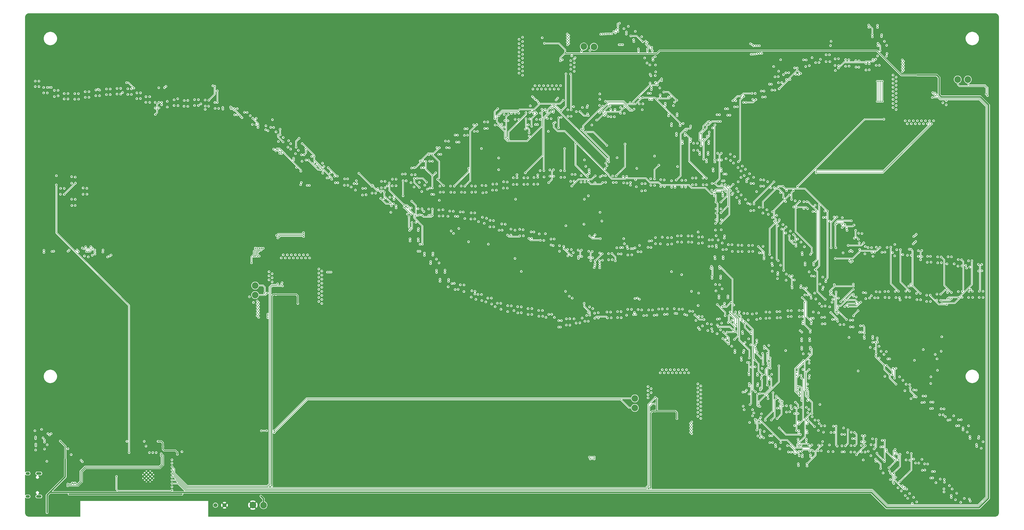
<source format=gbr>
%TF.GenerationSoftware,KiCad,Pcbnew,8.0.4*%
%TF.CreationDate,2025-01-28T13:54:00-08:00*%
%TF.ProjectId,traffic_paradise,74726166-6669-4635-9f70-617261646973,rev?*%
%TF.SameCoordinates,Original*%
%TF.FileFunction,Copper,L4,Bot*%
%TF.FilePolarity,Positive*%
%FSLAX46Y46*%
G04 Gerber Fmt 4.6, Leading zero omitted, Abs format (unit mm)*
G04 Created by KiCad (PCBNEW 8.0.4) date 2025-01-28 13:54:00*
%MOMM*%
%LPD*%
G01*
G04 APERTURE LIST*
%TA.AperFunction,ComponentPad*%
%ADD10C,1.524000*%
%TD*%
%TA.AperFunction,HeatsinkPad*%
%ADD11C,0.600000*%
%TD*%
%TA.AperFunction,ComponentPad*%
%ADD12O,2.100000X1.000000*%
%TD*%
%TA.AperFunction,ComponentPad*%
%ADD13O,1.600000X1.000000*%
%TD*%
%TA.AperFunction,SMDPad,CuDef*%
%ADD14C,2.500000*%
%TD*%
%TA.AperFunction,ViaPad*%
%ADD15C,0.500000*%
%TD*%
%TA.AperFunction,Conductor*%
%ADD16C,0.203200*%
%TD*%
%TA.AperFunction,Conductor*%
%ADD17C,0.304800*%
%TD*%
%TA.AperFunction,Conductor*%
%ADD18C,0.500000*%
%TD*%
%TA.AperFunction,Conductor*%
%ADD19C,0.200000*%
%TD*%
%TA.AperFunction,Conductor*%
%ADD20C,0.290000*%
%TD*%
G04 APERTURE END LIST*
D10*
%TO.P,R108,1*%
%TO.N,/PHOTO*%
X71960000Y-185420000D03*
%TO.P,R108,2*%
%TO.N,GND*%
X75360000Y-185420000D03*
%TD*%
D11*
%TO.P,U13,41,GND*%
%TO.N,GND*%
X48150000Y-175290000D03*
X48150000Y-173890000D03*
X47450000Y-175990000D03*
X47450000Y-174590000D03*
X47450000Y-173190000D03*
X46750000Y-175290000D03*
X46750000Y-173890000D03*
X46050000Y-175990000D03*
X46050000Y-174590000D03*
X46050000Y-173190000D03*
X45350000Y-175290000D03*
X45350000Y-173890000D03*
%TD*%
D12*
%TO.P,J2,S1,SHIELD*%
%TO.N,Net-(J2-SHIELD)*%
X5670000Y-173480000D03*
D13*
X1490000Y-173480000D03*
D12*
X5670000Y-182120000D03*
D13*
X1490000Y-182120000D03*
%TD*%
D14*
%TO.P,TP7,1,1*%
%TO.N,/SCL2*%
X350520000Y-25400000D03*
%TD*%
%TO.P,TP6,1,1*%
%TO.N,/SDA1*%
X86868000Y-102870000D03*
%TD*%
%TO.P,TP22,1,1*%
%TO.N,Net-(F2-Pad1)*%
X90000000Y-185400000D03*
%TD*%
%TO.P,TP5,1,1*%
%TO.N,/SCL1*%
X86868000Y-106426000D03*
%TD*%
%TO.P,TP21,1,1*%
%TO.N,GND*%
X86000000Y-185375000D03*
%TD*%
%TO.P,TP14,1,1*%
%TO.N,/SCL2*%
X210200000Y-13000000D03*
%TD*%
%TO.P,TP8,1,1*%
%TO.N,/SDA2*%
X354330000Y-25400000D03*
%TD*%
%TO.P,TP3,1,1*%
%TO.N,/SDA1*%
X229362000Y-145288000D03*
%TD*%
%TO.P,TP13,1,1*%
%TO.N,/SDA2*%
X214000000Y-13100000D03*
%TD*%
%TO.P,TP4,1,1*%
%TO.N,/SCL1*%
X229362000Y-148844000D03*
%TD*%
D15*
%TO.N,/EN*%
X55626000Y-179770000D03*
X34796000Y-174623000D03*
%TO.N,GND*%
X21300000Y-167600000D03*
X92600000Y-51600000D03*
X225900000Y-92900000D03*
X81600000Y-35100000D03*
X313900000Y-169000000D03*
X254000000Y-139000000D03*
X79800000Y-34200000D03*
X336550000Y-33020000D03*
X28300000Y-33600000D03*
X316900000Y-22800000D03*
X145100000Y-72600000D03*
X311900000Y-105200000D03*
X210000000Y-32000000D03*
X200100000Y-56600000D03*
X342400000Y-97200000D03*
X330500000Y-129500000D03*
X102870000Y-102870000D03*
X313300000Y-81100000D03*
X100330000Y-101600000D03*
X62900000Y-33200000D03*
X324900000Y-162600000D03*
X289300000Y-121600000D03*
X222700000Y-70700000D03*
X205100000Y-74700000D03*
X200500000Y-53300000D03*
X74500000Y-38200000D03*
X317100000Y-2800000D03*
X88400000Y-37100000D03*
X193600000Y-37000000D03*
X288800000Y-134400000D03*
X277700000Y-116700000D03*
X46500000Y-166600000D03*
X270500000Y-152200000D03*
X349400000Y-96400000D03*
X212200000Y-168700000D03*
X340600000Y-132300000D03*
X210100000Y-93800000D03*
X278600000Y-16300000D03*
X104700000Y-46100000D03*
X148200000Y-49900000D03*
X211400000Y-8300000D03*
X202700000Y-8200000D03*
X233500000Y-72000000D03*
X19200000Y-27500000D03*
X224800000Y-101900000D03*
X163100000Y-39900000D03*
X349200000Y-105500000D03*
X273600000Y-36200000D03*
X228300000Y-3500000D03*
X234400000Y-139500000D03*
X146100000Y-68400000D03*
X106200000Y-49700000D03*
X270700000Y-56700000D03*
X341200000Y-21950000D03*
X182700000Y-67000000D03*
X101600000Y-100330000D03*
X277800000Y-95300000D03*
X95900000Y-82800000D03*
X238600000Y-36300000D03*
X263400000Y-103400000D03*
X309200000Y-155400000D03*
X346000000Y-22200000D03*
X171000000Y-80500000D03*
X297300000Y-124600000D03*
X126000000Y-65900000D03*
X34700000Y-33700000D03*
X333800000Y-108900000D03*
X260300000Y-122100000D03*
X289300000Y-19900000D03*
X351000000Y-151800000D03*
X343200000Y-95400000D03*
X50800000Y-160500000D03*
X24100000Y-163400000D03*
X313100000Y-122600000D03*
X23300000Y-92700000D03*
X206200000Y-23200000D03*
X13400000Y-69800000D03*
X270200000Y-122500000D03*
X233900000Y-10300000D03*
X200900000Y-63900000D03*
X322800000Y-19700000D03*
X259600000Y-90100000D03*
X338100000Y-94800000D03*
X169200000Y-36500000D03*
X317500000Y-108700000D03*
X284600000Y-155600000D03*
X237200000Y-182400000D03*
X108100000Y-60800000D03*
X94700000Y-39900000D03*
X301300000Y-118200000D03*
X10287000Y-175768000D03*
X344900000Y-154100000D03*
X153200000Y-51600000D03*
X222900000Y-36600000D03*
X190800000Y-8500000D03*
X251900000Y-44300000D03*
X161000000Y-46800000D03*
X171200000Y-42500000D03*
X222400000Y-59400000D03*
X346750000Y-27750000D03*
X223800000Y-47600000D03*
X56300000Y-31900000D03*
X342250000Y-29250000D03*
X91800000Y-42400000D03*
X323400000Y-178100000D03*
X245110000Y-146050000D03*
X9400000Y-160000000D03*
X332300000Y-95500000D03*
X245110000Y-143510000D03*
X295300000Y-16400000D03*
X26300000Y-88211600D03*
X338400000Y-97200000D03*
X249200000Y-153500000D03*
X342600000Y-37100000D03*
X273700000Y-76600000D03*
X90800000Y-156600000D03*
X296900000Y-132200000D03*
X156800000Y-50400000D03*
X141800000Y-56600000D03*
X342300000Y-126400000D03*
X83700000Y-95800000D03*
X338000000Y-105400000D03*
X206000000Y-12800000D03*
X345600000Y-35900000D03*
X15300000Y-88100000D03*
X331000000Y-86800000D03*
X243840000Y-144780000D03*
X275000000Y-120100000D03*
X189900000Y-27100000D03*
X171400000Y-40300000D03*
X183000000Y-19000000D03*
X234200000Y-98200000D03*
X101600000Y-102870000D03*
X7900000Y-162600000D03*
X346700000Y-147500000D03*
X329800000Y-38500000D03*
X186500000Y-24600000D03*
X217400000Y-96800000D03*
X220200000Y-120400000D03*
X16300000Y-72700000D03*
X271200000Y-65900000D03*
X94100000Y-178200000D03*
X11000000Y-88000000D03*
X326800000Y-37800000D03*
X321300000Y-160100000D03*
X324400000Y-108900000D03*
X96400000Y-103800000D03*
X279300000Y-104800000D03*
X302000000Y-10400000D03*
X3300000Y-162800000D03*
X220800000Y-96600000D03*
X357800000Y-165000000D03*
X315300000Y-126500000D03*
X343700000Y-22000000D03*
X91100000Y-115700000D03*
X223200000Y-54100000D03*
X269200000Y-140700000D03*
X234400000Y-182400000D03*
X328500000Y-144500000D03*
X129400000Y-67600000D03*
X233000000Y-52400000D03*
X324400000Y-9400000D03*
X231900000Y-6900000D03*
X234100000Y-33700000D03*
X233200000Y-46200000D03*
X240300000Y-41400000D03*
X150000000Y-72400000D03*
X231200000Y-29000000D03*
X307800000Y-86000000D03*
X206000000Y-93200000D03*
X319200000Y-85800000D03*
X256800000Y-95600000D03*
X316700000Y-87100000D03*
X30200000Y-88700000D03*
X41700000Y-33400000D03*
X337820000Y-30480000D03*
X112500000Y-108800000D03*
X147800000Y-60600000D03*
X12200000Y-181500000D03*
X227200000Y-43200000D03*
X307900000Y-73300000D03*
X289000000Y-161300000D03*
X191700000Y-46500000D03*
X323000000Y-91600000D03*
X239200000Y-21900000D03*
X319400000Y-157800000D03*
X230300000Y-22600000D03*
X338900000Y-174900000D03*
X187200000Y-8600000D03*
X198900000Y-39300000D03*
X89200000Y-90900000D03*
X102900000Y-59700000D03*
X181600000Y-34900000D03*
X136900000Y-68400000D03*
X212800000Y-8300000D03*
X343700000Y-147200000D03*
X345900000Y-181700000D03*
X3900000Y-30200000D03*
X48000000Y-35800000D03*
X218200000Y-40200000D03*
X340300000Y-25950000D03*
X242300000Y-22400000D03*
X296700000Y-145500000D03*
X52000000Y-174500000D03*
X163300000Y-45000000D03*
X69900000Y-27300000D03*
X58700000Y-171700000D03*
X214800000Y-169000000D03*
X6000000Y-29500000D03*
X300100000Y-71300000D03*
X269000000Y-85700000D03*
X50800000Y-166500000D03*
X335280000Y-30480000D03*
X142800000Y-80100000D03*
X83600000Y-112300000D03*
X7800000Y-158100000D03*
X250500000Y-134400000D03*
X237000000Y-178800000D03*
X20000000Y-34800000D03*
X306600000Y-16900000D03*
X329700000Y-105100000D03*
X316800000Y-7600000D03*
X242570000Y-146050000D03*
X278200000Y-78100000D03*
X205800000Y-8300000D03*
X242700000Y-88700000D03*
X314600000Y-111000000D03*
X193800000Y-9000000D03*
X214400000Y-166400000D03*
X335200000Y-182000000D03*
X239300000Y-88800000D03*
X211700000Y-166500000D03*
X8300000Y-174200000D03*
X105100000Y-85800000D03*
X258800000Y-106900000D03*
X217900000Y-76700000D03*
X133200000Y-69600000D03*
X297000000Y-118600000D03*
X108400000Y-65500000D03*
X21100000Y-72200000D03*
X134600000Y-62500000D03*
X323900000Y-86900000D03*
X9100000Y-168000000D03*
X16500000Y-176600000D03*
X8300000Y-189100000D03*
X21600000Y-90300000D03*
X222900000Y-3300000D03*
X178700000Y-103900000D03*
X169900000Y-47500000D03*
X299900000Y-90300000D03*
X246110000Y-152880000D03*
X167300000Y-100700000D03*
X21800000Y-30600000D03*
X17900000Y-182200000D03*
X93800000Y-85000000D03*
X164500000Y-47200000D03*
X74100000Y-29200000D03*
X169600000Y-94100000D03*
X37800000Y-31100000D03*
X248600000Y-89000000D03*
X235300000Y-90300000D03*
X333900000Y-22600000D03*
X151700000Y-57000000D03*
X130100000Y-73600000D03*
X110900000Y-110600000D03*
X356300000Y-103800000D03*
X341000000Y-119000000D03*
X164500000Y-85700000D03*
X262100000Y-98100000D03*
X307600000Y-168500000D03*
X330800000Y-132900000D03*
X222600000Y-12600000D03*
X205000000Y-78600000D03*
X18900000Y-164300000D03*
X225500000Y-3300000D03*
X23300000Y-70000000D03*
X39500000Y-166500000D03*
X147600000Y-56900000D03*
X291500000Y-110800000D03*
X297300000Y-151400000D03*
X143000000Y-90800000D03*
X150900000Y-54900000D03*
X353100000Y-153800000D03*
X101600000Y-101600000D03*
X252000000Y-46000000D03*
X343600000Y-123200000D03*
X300100000Y-86300000D03*
X197400000Y-19200000D03*
X173200000Y-75900000D03*
X330300000Y-42000000D03*
X335280000Y-31750000D03*
X61100000Y-181400000D03*
X52000000Y-172500000D03*
X159300000Y-95100000D03*
X157000000Y-107300000D03*
X210100000Y-37600000D03*
X214200000Y-8200000D03*
X14900000Y-90500000D03*
X92300000Y-96700000D03*
X232800000Y-31300000D03*
X116200000Y-97800000D03*
X3300000Y-159700000D03*
X236347000Y-148336000D03*
X18400000Y-29300000D03*
X178200000Y-72500000D03*
X300100000Y-95700000D03*
X159300000Y-88300000D03*
X335700000Y-117900000D03*
X188900000Y-34200000D03*
X94200000Y-104100000D03*
X215300000Y-8300000D03*
X16800000Y-62600000D03*
X337820000Y-33020000D03*
X229400000Y-14000000D03*
X186000000Y-71100000D03*
X331400000Y-164100000D03*
X198400000Y-122200000D03*
X253500000Y-153900000D03*
X12700000Y-161300000D03*
X304100000Y-11800000D03*
X344250000Y-30000000D03*
X280900000Y-164300000D03*
X22400000Y-169900000D03*
X281600000Y-126400000D03*
X52000000Y-179200000D03*
X218500000Y-29400000D03*
X227600000Y-147000000D03*
X229100000Y-31100000D03*
X232400000Y-26800000D03*
X237700000Y-139900000D03*
X354500000Y-98100000D03*
X102870000Y-100330000D03*
X271900000Y-17100000D03*
X38000000Y-160900000D03*
X247000000Y-92600000D03*
X311700000Y-17200000D03*
X307900000Y-57400000D03*
X274400000Y-91600000D03*
X296600000Y-92200000D03*
X297400000Y-161100000D03*
X104900000Y-63500000D03*
X329600000Y-118300000D03*
X276000000Y-110600000D03*
X336550000Y-31750000D03*
X353600000Y-107800000D03*
X258000000Y-49100000D03*
X320800000Y-3000000D03*
X319600000Y-34000000D03*
X92900000Y-48700000D03*
X161100000Y-53500000D03*
X252800000Y-73200000D03*
X295600000Y-171400000D03*
X243840000Y-146050000D03*
X262500000Y-32100000D03*
X287800000Y-97500000D03*
X273900000Y-24900000D03*
X58800000Y-169400000D03*
X337820000Y-31750000D03*
X305800000Y-119200000D03*
X294300000Y-99900000D03*
X303200000Y-22200000D03*
X184500000Y-20800000D03*
X103400000Y-57600000D03*
X88600000Y-183000000D03*
X142600000Y-82600000D03*
X262600000Y-119300000D03*
X233500000Y-8200000D03*
X298500000Y-168800000D03*
X154500000Y-62600000D03*
X279000000Y-154100000D03*
X176500000Y-117100000D03*
X316500000Y-115300000D03*
X239900000Y-151900000D03*
X230200000Y-4600000D03*
X94200000Y-159000000D03*
X108100000Y-93000000D03*
X204200000Y-24700000D03*
X308000000Y-43300000D03*
X34000000Y-182200000D03*
X277300000Y-108100000D03*
X187500000Y-73700000D03*
X284100000Y-84100000D03*
X187800000Y-24700000D03*
X278800000Y-87300000D03*
X232700000Y-178200000D03*
X313200000Y-116600000D03*
X179500000Y-41000000D03*
X238100000Y-134100000D03*
X281600000Y-70900000D03*
X267700000Y-38600000D03*
X280800000Y-62500000D03*
X157500000Y-84000000D03*
X336550000Y-30480000D03*
X320000000Y-93900000D03*
X288200000Y-124100000D03*
X272700000Y-126000000D03*
X184500000Y-8700000D03*
X286000000Y-21500000D03*
X11000000Y-158000000D03*
X201600000Y-35500000D03*
X302400000Y-154800000D03*
X113800000Y-53700000D03*
X153600000Y-72900000D03*
X14400000Y-65300000D03*
X284700000Y-110300000D03*
X126700000Y-59900000D03*
X225700000Y-12500000D03*
X269800000Y-133300000D03*
X117900000Y-57900000D03*
X245110000Y-144780000D03*
X105100000Y-88100000D03*
X209600000Y-8300000D03*
X264500000Y-85900000D03*
X11900000Y-90500000D03*
X113600000Y-57800000D03*
X338100000Y-141600000D03*
X325200000Y-14900000D03*
X102870000Y-101600000D03*
X154000000Y-57300000D03*
X83600000Y-105100000D03*
X17700000Y-165500000D03*
X254500000Y-88700000D03*
X342200000Y-137300000D03*
X237800000Y-155300000D03*
X195300000Y-19300000D03*
X201200000Y-102000000D03*
X91300000Y-107800000D03*
X91500000Y-102000000D03*
X183600000Y-24800000D03*
X90900000Y-87900000D03*
X23000000Y-65200000D03*
X155100000Y-54200000D03*
X169100000Y-84200000D03*
X210100000Y-93800000D03*
X225400000Y-84100000D03*
X103700000Y-109900000D03*
X252700000Y-38700000D03*
X101200000Y-49100000D03*
X70400000Y-33100000D03*
X263200000Y-126000000D03*
X197400000Y-17700000D03*
X265400000Y-61300000D03*
X354900000Y-181100000D03*
X100330000Y-102870000D03*
X11800000Y-93400000D03*
X13600000Y-63300000D03*
X150500000Y-62400000D03*
X339600000Y-168400000D03*
X327800000Y-93700000D03*
X8800000Y-163800000D03*
X84800000Y-113400000D03*
X189300000Y-101400000D03*
X52100000Y-176400000D03*
X295600000Y-158900000D03*
X242570000Y-144780000D03*
X119400000Y-62000000D03*
X346500000Y-174500000D03*
X111200000Y-95900000D03*
X222800000Y-38800000D03*
X342200000Y-110500000D03*
X187500000Y-40500000D03*
X243840000Y-143510000D03*
X16400000Y-163300000D03*
X240100000Y-16800000D03*
X230000000Y-36100000D03*
X121500000Y-68200000D03*
X282200000Y-137000000D03*
X58600000Y-179600000D03*
X100330000Y-100330000D03*
X242570000Y-143510000D03*
X265500000Y-122400000D03*
X205900000Y-50300000D03*
X330400000Y-125300000D03*
X289300000Y-19900000D03*
X328500000Y-183200000D03*
X83300000Y-33700000D03*
X308200000Y-83400000D03*
X269000000Y-125800000D03*
X6800000Y-89000000D03*
X110500000Y-56000000D03*
X66800000Y-33100000D03*
X200500000Y-86000000D03*
X276500000Y-11100000D03*
X34900000Y-173400000D03*
X326300000Y-172100000D03*
X126000000Y-67800000D03*
X188400000Y-31700000D03*
X270500000Y-10000000D03*
X288900000Y-131000000D03*
X331800000Y-22900000D03*
X266700000Y-53100000D03*
X287700000Y-73300000D03*
X87300000Y-115900000D03*
X288500000Y-105200000D03*
X297600000Y-136900000D03*
X304400000Y-96800000D03*
X288900000Y-168400000D03*
X237100000Y-152100000D03*
X49000000Y-166300000D03*
X359400000Y-160100000D03*
X241200000Y-117900000D03*
X93100000Y-54000000D03*
X211800000Y-88300000D03*
X281200000Y-99100000D03*
X202800000Y-29500000D03*
X10500000Y-33300000D03*
X290200000Y-68100000D03*
X352500000Y-160200000D03*
X342500000Y-41800000D03*
X204200000Y-28300000D03*
X5700000Y-24500000D03*
X164100000Y-50600000D03*
X287000000Y-152000000D03*
X190400000Y-25900000D03*
X353500000Y-92700000D03*
X273800000Y-69800000D03*
X58700000Y-166000000D03*
X205200000Y-59100000D03*
X335280000Y-33020000D03*
X150500000Y-94600000D03*
X209900000Y-71900000D03*
X294300000Y-85600000D03*
X288200000Y-88000000D03*
X337700000Y-125300000D03*
X93100000Y-181500000D03*
X264900000Y-59000000D03*
X288700000Y-143700000D03*
X322000000Y-116700000D03*
X18000000Y-32700000D03*
X86600000Y-87900000D03*
X288700000Y-81800000D03*
X105200000Y-81900000D03*
X214000000Y-97300000D03*
X298300000Y-158500000D03*
X77600000Y-37800000D03*
X283700000Y-143600000D03*
X172200000Y-103500000D03*
X117500000Y-60600000D03*
X323200000Y-93800000D03*
X48300000Y-39000000D03*
X297600000Y-127600000D03*
X7800000Y-181900000D03*
X93900000Y-156400000D03*
X338000000Y-90100000D03*
X158500000Y-52400000D03*
X195300000Y-17700000D03*
X322900000Y-103800000D03*
X270800000Y-69000000D03*
X94500000Y-115200000D03*
X177400000Y-48000000D03*
X170600000Y-90600000D03*
X207000000Y-38400000D03*
X317900000Y-13500000D03*
X284900000Y-29200000D03*
X274600000Y-60300000D03*
X247100000Y-30300000D03*
X262700000Y-43700000D03*
X136700000Y-73800000D03*
X245700000Y-153700000D03*
X329400000Y-88600000D03*
X268700000Y-136300000D03*
X292100000Y-75500000D03*
X183900000Y-44900000D03*
X266400000Y-92000000D03*
X210400000Y-28200000D03*
X328600000Y-174700000D03*
X86200000Y-114900000D03*
X16500000Y-179000000D03*
X228000000Y-33500000D03*
X316100000Y-133500000D03*
X256700000Y-127200000D03*
X16500000Y-168200000D03*
X44800000Y-160400000D03*
X155900000Y-45600000D03*
X270800000Y-75800000D03*
X257100000Y-102500000D03*
X53100000Y-163200000D03*
X155200000Y-79100000D03*
X95800000Y-91500000D03*
X200300000Y-13500000D03*
X349100000Y-108400000D03*
%TO.N,+5V*%
X102870000Y-109601000D03*
X343535000Y-27150000D03*
X13700000Y-161300000D03*
X237592000Y-145394000D03*
X245138000Y-152880000D03*
X94643000Y-106200000D03*
X335280000Y-23749000D03*
X8763000Y-188228000D03*
X195400000Y-11800000D03*
X236883000Y-150015000D03*
X93120400Y-178185000D03*
X201400000Y-18388400D03*
X15600000Y-168100000D03*
X235280000Y-180594000D03*
X61100000Y-180594000D03*
X203250000Y-15375000D03*
X235280000Y-178998000D03*
X93120400Y-180594000D03*
%TO.N,+3.3V*%
X57660000Y-166300000D03*
X17018000Y-181254000D03*
X38737000Y-161415000D03*
X34036000Y-181254000D03*
X59400000Y-181300000D03*
X52235000Y-163360000D03*
X17800000Y-166400000D03*
X50419000Y-161417000D03*
X45214000Y-161415000D03*
%TO.N,/SCL1*%
X96621600Y-102438000D03*
X229362000Y-148844000D03*
X94000000Y-158100000D03*
X49695000Y-165646000D03*
X22000000Y-169100000D03*
X91313000Y-105664000D03*
%TO.N,/SDA1*%
X89150000Y-157450000D03*
X94000000Y-157400000D03*
X21500000Y-168500000D03*
X91200000Y-157400000D03*
X96951800Y-101778000D03*
X48425000Y-165646000D03*
X90424000Y-105664000D03*
X229362000Y-145288000D03*
%TO.N,/SCL2*%
X209300000Y-14800000D03*
X55626000Y-169610000D03*
X206925000Y-17230000D03*
X212598000Y-168003200D03*
X214122000Y-168003200D03*
X341600000Y-30900000D03*
X361188000Y-30853200D03*
%TO.N,/SDA2*%
X361696000Y-31461600D03*
X206521000Y-17751900D03*
X55626000Y-168340000D03*
X212259500Y-167301500D03*
X214122000Y-167301500D03*
X212500000Y-14500000D03*
X342300000Y-31500000D03*
%TO.N,Net-(U5-~{SDB})*%
X55626000Y-172150000D03*
X97155000Y-102997000D03*
%TO.N,/INT1*%
X95250000Y-102235000D03*
X55626000Y-170880000D03*
%TO.N,/PHOTO*%
X55626000Y-178500000D03*
%TO.N,/D-*%
X51562000Y-166785000D03*
X16510000Y-177450000D03*
%TO.N,/D+*%
X16510000Y-178150000D03*
X51562000Y-166085000D03*
%TO.N,Net-(U6-~{SDB})*%
X236982000Y-147320000D03*
X55626000Y-174690000D03*
%TO.N,/INT2*%
X55626000Y-173420000D03*
X237033000Y-144915000D03*
%TO.N,Net-(U7-~{SDB})*%
X55626000Y-177230000D03*
X341122000Y-30353000D03*
%TO.N,/INT3*%
X55626000Y-175960000D03*
X340976000Y-32150000D03*
%TO.N,/Matrix 1/COL0*%
X216400000Y-85230500D03*
X145618000Y-71162900D03*
X88138000Y-111426000D03*
X164975000Y-75200000D03*
X19350000Y-70425000D03*
X198150000Y-113650000D03*
X5725000Y-26000000D03*
X212394000Y-84197800D03*
X72650000Y-29657800D03*
X199100000Y-85350000D03*
X102250000Y-50850000D03*
X225156000Y-85230500D03*
X70996100Y-27747200D03*
X165250000Y-102625000D03*
X72650000Y-34000000D03*
X231125000Y-87750000D03*
X26718300Y-91016800D03*
X132900000Y-66400000D03*
X103351800Y-47487200D03*
X147150000Y-76700000D03*
X156000000Y-70800000D03*
X166948600Y-86388300D03*
X32248900Y-91743200D03*
X40425000Y-28900000D03*
%TO.N,/Matrix 1/COL1*%
X38600000Y-26600800D03*
X31471700Y-92106400D03*
X201775000Y-116025000D03*
X105200000Y-53725000D03*
X135350000Y-67700000D03*
X148100000Y-81400000D03*
X8875000Y-28375000D03*
X41320800Y-28597700D03*
X15225000Y-66325000D03*
X105977000Y-52231100D03*
X202625000Y-88100000D03*
X137983000Y-72919300D03*
X203353000Y-105018000D03*
X10317712Y-28370688D03*
X43850000Y-30425000D03*
X213899000Y-84421800D03*
X169400000Y-105000000D03*
X169250000Y-75525000D03*
X77625000Y-35725000D03*
X24889000Y-89911000D03*
X81373400Y-39191600D03*
X125781168Y-60644142D03*
X163296000Y-81400000D03*
X235625000Y-86025000D03*
X87630000Y-111981000D03*
%TO.N,/Matrix 1/COL2*%
X173675000Y-77550000D03*
X239625000Y-84650000D03*
X88138000Y-112535000D03*
X108975000Y-54350000D03*
X115573000Y-62887200D03*
X204728000Y-106851000D03*
X104500000Y-49500000D03*
X50700000Y-28500000D03*
X19350000Y-62075000D03*
X22819100Y-91723600D03*
X139000000Y-70500000D03*
X47275000Y-31850000D03*
X12875000Y-29475000D03*
X203464000Y-80359000D03*
X80125000Y-36375000D03*
X171825000Y-106225000D03*
X205500000Y-89300000D03*
X23248300Y-88270400D03*
X204925000Y-115300000D03*
X148050000Y-85275000D03*
X138800000Y-69625000D03*
X206235000Y-90471600D03*
%TO.N,/Matrix 1/COL3*%
X24246900Y-92086800D03*
X50750000Y-33975000D03*
X209350000Y-89500000D03*
X83825000Y-37775000D03*
X112125000Y-56850000D03*
X175550000Y-107550000D03*
X25169306Y-88230694D03*
X105834701Y-51365297D03*
X16600000Y-30650000D03*
X176325000Y-78425000D03*
X209550000Y-115050000D03*
X124852000Y-63421400D03*
X142775000Y-72600000D03*
X208182000Y-92662900D03*
X49400000Y-38500000D03*
X23700000Y-66275000D03*
X68102600Y-36601500D03*
X87628600Y-113090000D03*
X137164000Y-64291900D03*
X149600000Y-87275000D03*
X243100000Y-84825000D03*
X205869000Y-107550000D03*
X174388000Y-87275000D03*
X50078500Y-36601500D03*
X226414000Y-88081700D03*
%TO.N,/Matrix 1/COL4*%
X148680000Y-76273100D03*
X93800000Y-51600000D03*
X212425000Y-113975000D03*
X210261000Y-79800000D03*
X87630000Y-110871000D03*
X225411000Y-87100200D03*
X8800000Y-162700000D03*
X153575000Y-90650000D03*
X86913300Y-88785000D03*
X52817600Y-28490400D03*
X246750000Y-84125000D03*
X212825000Y-93503000D03*
X84674800Y-107075000D03*
X210319000Y-109500000D03*
X179050000Y-109500000D03*
X20550000Y-30700000D03*
X213350000Y-90050000D03*
X87250000Y-40000000D03*
X115150000Y-60450000D03*
X180725000Y-79800000D03*
X85500000Y-94300000D03*
X137789000Y-75291500D03*
X145450000Y-73675000D03*
X27900000Y-29100000D03*
X53887600Y-33600000D03*
%TO.N,/Matrix 1/COL5*%
X182975000Y-110475000D03*
X57800000Y-32629600D03*
X90900000Y-42800000D03*
X24475000Y-29975000D03*
X6725000Y-156906246D03*
X117700000Y-61725000D03*
X86976500Y-91823500D03*
X53376260Y-27978800D03*
X150188000Y-75046700D03*
X224770000Y-88566300D03*
X94631900Y-52210600D03*
X184375000Y-92650700D03*
X250825000Y-84200000D03*
X114278000Y-58538300D03*
X66471700Y-34568500D03*
X215625000Y-113050000D03*
X217125000Y-90900000D03*
X149450000Y-73975000D03*
X184375000Y-82025000D03*
X88425300Y-88837600D03*
X88138000Y-110316000D03*
X214435000Y-93589900D03*
X211860000Y-112885000D03*
X102398000Y-58427700D03*
X154875000Y-92925000D03*
%TO.N,/Matrix 1/COL6*%
X121575000Y-62750000D03*
X24222600Y-89977400D03*
X153400000Y-74075000D03*
X37137800Y-30263300D03*
X222006000Y-93557000D03*
X186750000Y-97528500D03*
X158125000Y-97050000D03*
X93800000Y-43425000D03*
X253102000Y-82716700D03*
X136440000Y-65410200D03*
X254725000Y-84575000D03*
X25727200Y-91472800D03*
X212342000Y-110875000D03*
X187425000Y-81850000D03*
X20000000Y-89474000D03*
X220250000Y-112800000D03*
X186750000Y-110875000D03*
X220725000Y-90800000D03*
X152725000Y-76397400D03*
X89192500Y-88837600D03*
X87617400Y-109761000D03*
X87708200Y-91831800D03*
X61600000Y-33250000D03*
X95428900Y-51947900D03*
X28500000Y-29375000D03*
%TO.N,/Matrix 1/COL7*%
X88138000Y-109207000D03*
X87582000Y-88837600D03*
X29775000Y-89475000D03*
X228667000Y-88960800D03*
X258475000Y-85700000D03*
X125000000Y-64550000D03*
X86314700Y-91885300D03*
X146480000Y-65788300D03*
X96200000Y-46200000D03*
X94910700Y-51539200D03*
X191450000Y-82700000D03*
X96200000Y-44075400D03*
X86240000Y-109195000D03*
X190700000Y-111500000D03*
X157350000Y-74350000D03*
X65550000Y-32975000D03*
X104009000Y-59853300D03*
X159450000Y-100525000D03*
X223950000Y-88600000D03*
X160419000Y-82335000D03*
X32450000Y-28975000D03*
X213549000Y-111500000D03*
X32800000Y-91380000D03*
X224175000Y-112650000D03*
%TO.N,/Matrix 1/COL8*%
X95946600Y-52465600D03*
X88400000Y-91800000D03*
X214431000Y-83781600D03*
X262175000Y-86850000D03*
X69450000Y-33175000D03*
X7775000Y-160875000D03*
X128275000Y-66300000D03*
X89907700Y-88837600D03*
X161575000Y-102000000D03*
X71702400Y-27938100D03*
X87626400Y-108652000D03*
X195775000Y-83350000D03*
X161250000Y-74925000D03*
X161327000Y-83282800D03*
X194675000Y-112200000D03*
X36400000Y-28725000D03*
X99400000Y-48400000D03*
X227925000Y-88975000D03*
X11263500Y-89956400D03*
X93360905Y-40512793D03*
%TO.N,/Matrix 2/COL0*%
X263950000Y-120375000D03*
X267581000Y-120346000D03*
X264650000Y-114225000D03*
X275125000Y-123325000D03*
X250702000Y-154092000D03*
X304875000Y-155700000D03*
X293750000Y-160600000D03*
X298802000Y-147536000D03*
X284942000Y-148024000D03*
X276266000Y-143501000D03*
X276900000Y-151100000D03*
X231900000Y-112000000D03*
X273500000Y-151800000D03*
X272400000Y-154300000D03*
X305300000Y-163200000D03*
X262500000Y-91975000D03*
X280672000Y-136208000D03*
X354900000Y-183100000D03*
X279825000Y-137100000D03*
X330600000Y-178700000D03*
%TO.N,/Matrix 2/COL1*%
X266700000Y-123100000D03*
X294685000Y-149381000D03*
X282615000Y-145159000D03*
X309350000Y-157100000D03*
X280580100Y-153428500D03*
X250190000Y-155757000D03*
X275316000Y-127838000D03*
X294125000Y-154000000D03*
X279100000Y-140236600D03*
X261150000Y-95650000D03*
X277900000Y-125625000D03*
X294150000Y-146075000D03*
X235975000Y-112025000D03*
X350150000Y-180900000D03*
X315081081Y-168395519D03*
X308375000Y-163100000D03*
X243124000Y-97597500D03*
X276325000Y-154525000D03*
%TO.N,/Matrix 2/COL2*%
X277875000Y-157675000D03*
X311875000Y-163025000D03*
X291504000Y-158861000D03*
X299805000Y-161472000D03*
X281200000Y-143125000D03*
X283538244Y-156361756D03*
X270275000Y-127225000D03*
X261550000Y-99250000D03*
X294923512Y-122800000D03*
X293925000Y-157400000D03*
X337075000Y-168150000D03*
X279050000Y-128350000D03*
X311800000Y-158050000D03*
X250698000Y-156312000D03*
X278448000Y-136214000D03*
X279632000Y-125351000D03*
X239625000Y-111650000D03*
X278297000Y-153500000D03*
X246913000Y-98754500D03*
%TO.N,/Matrix 2/COL3*%
X339250000Y-169925000D03*
X272300000Y-130054000D03*
X312528000Y-166450000D03*
X282730000Y-152857000D03*
X279300000Y-132425000D03*
X244150000Y-111550000D03*
X280825000Y-159300000D03*
X315675000Y-159250000D03*
X288931000Y-165399000D03*
X250190000Y-156866000D03*
X294200000Y-139900000D03*
X267131000Y-112763000D03*
X315850000Y-163000000D03*
X261175000Y-102550000D03*
X250607000Y-105018000D03*
X295275000Y-166450000D03*
X284650000Y-146375000D03*
%TO.N,/Matrix 2/COL4*%
X319925000Y-160600000D03*
X274653000Y-125151000D03*
X341800000Y-172725000D03*
X284125000Y-161850000D03*
X229226000Y-112944000D03*
X288246000Y-149211000D03*
X319125000Y-164250000D03*
X250698000Y-157421000D03*
X253306000Y-105669000D03*
X292158000Y-107379000D03*
X355850000Y-93525000D03*
X295650000Y-116350000D03*
X277351000Y-136410000D03*
X344610000Y-109442000D03*
X247275000Y-111700000D03*
X311434000Y-114239000D03*
X313147000Y-112310000D03*
X287900000Y-148019600D03*
X264275000Y-106750000D03*
X228100000Y-111800000D03*
X274425000Y-130825000D03*
%TO.N,/Matrix 2/COL5*%
X345500000Y-175725000D03*
X275375000Y-135875000D03*
X290600000Y-148650000D03*
X323100000Y-168200000D03*
X285943000Y-127295000D03*
X289619000Y-146699000D03*
X323075000Y-161000000D03*
X287825000Y-163075000D03*
X290012000Y-157325000D03*
X293016000Y-109200000D03*
X265425000Y-109200000D03*
X251050000Y-112525000D03*
X295175000Y-119600000D03*
X262182000Y-110638000D03*
X291066000Y-166844000D03*
X250190000Y-157976000D03*
X294700000Y-128500000D03*
%TO.N,/Matrix 2/COL6*%
X293500000Y-142425000D03*
X275500000Y-139725000D03*
X295825000Y-150925000D03*
X324700000Y-171300000D03*
X268600000Y-112700000D03*
X295175000Y-126025000D03*
X289500000Y-165987000D03*
X250699000Y-158531000D03*
X291700000Y-162875000D03*
X254600000Y-114500000D03*
X327050000Y-164425000D03*
X347425000Y-178050000D03*
%TO.N,/Matrix 2/COL7*%
X294900000Y-136675000D03*
X326375000Y-173375000D03*
X331400000Y-179375000D03*
X261175000Y-115375000D03*
X295800000Y-162750000D03*
X298250000Y-153550000D03*
X258100000Y-117400000D03*
X274600000Y-142800000D03*
X250711000Y-155202000D03*
X270575000Y-116400000D03*
X276100000Y-153200000D03*
X328875000Y-166275000D03*
%TO.N,/Matrix 2/COL8*%
X300625000Y-155575000D03*
X275825000Y-147675000D03*
X283383000Y-133032000D03*
X333950000Y-182450000D03*
X266296000Y-119609000D03*
X289279000Y-155479000D03*
X293950000Y-169850000D03*
X272950000Y-120150000D03*
X299575000Y-162750000D03*
X260775000Y-118375000D03*
X333100000Y-166000000D03*
X274700000Y-153800000D03*
X294750000Y-132050000D03*
X250190000Y-154647000D03*
X328800000Y-176500000D03*
%TO.N,/Matrix 3/COL0*%
X293725000Y-103750000D03*
X322868000Y-128736000D03*
X291200000Y-71200000D03*
X275064000Y-67525000D03*
X295800000Y-90400000D03*
X318225000Y-88575000D03*
X307496000Y-90562400D03*
X320450000Y-124100000D03*
X265800000Y-87475000D03*
X329688000Y-22437600D03*
X318728000Y-91826200D03*
X320307000Y-122537000D03*
X342069000Y-128736000D03*
X268075000Y-67525000D03*
X358425000Y-159575000D03*
X265800000Y-68682500D03*
X283775000Y-112625000D03*
X273900000Y-62150000D03*
X321300000Y-105250000D03*
%TO.N,/Matrix 3/COL1*%
X360025000Y-161550000D03*
X296875000Y-105675000D03*
X288075000Y-112325000D03*
X321350000Y-88500000D03*
X269534000Y-87700000D03*
X270900000Y-70450000D03*
X324500000Y-105050000D03*
X296475000Y-94300000D03*
X329691000Y-17999200D03*
X293900000Y-71335600D03*
X323739000Y-127665000D03*
X344323000Y-127550000D03*
X277750000Y-63150000D03*
X321775000Y-127550000D03*
X304557000Y-92650700D03*
%TO.N,/Matrix 3/COL2*%
X325400000Y-88400000D03*
X273475000Y-87725000D03*
X311324000Y-104330000D03*
X328300000Y-104975000D03*
X330200000Y-18554000D03*
X300800000Y-108025000D03*
X298524000Y-72600000D03*
X281575000Y-63850000D03*
X306591000Y-108902000D03*
X325000000Y-130400000D03*
X342770000Y-130400000D03*
X274050000Y-72200000D03*
X297050000Y-96875000D03*
X292300000Y-112250000D03*
X354625000Y-155575000D03*
%TO.N,/Matrix 3/COL3*%
X328909000Y-108286000D03*
X342908000Y-134698000D03*
X284950000Y-65550000D03*
X332450000Y-104950000D03*
X327350000Y-133950000D03*
X277375000Y-73425000D03*
X329692000Y-19108800D03*
X301075000Y-100525000D03*
X351850000Y-153300000D03*
X298300000Y-113100000D03*
X277450000Y-88100000D03*
X305600000Y-110500000D03*
X311361000Y-106107000D03*
X301650000Y-74850000D03*
X329050000Y-89350000D03*
%TO.N,/Matrix 3/COL4*%
X340445000Y-137150000D03*
X305175000Y-77050000D03*
X336475000Y-105800000D03*
X302994000Y-88649800D03*
X300600000Y-114750000D03*
X280950000Y-75100000D03*
X333000000Y-89225000D03*
X311338000Y-103080000D03*
X332181000Y-103080000D03*
X287325000Y-68825000D03*
X304200000Y-102500000D03*
X305300000Y-113450000D03*
X330200000Y-19663600D03*
X279925000Y-91150000D03*
X313165000Y-134944000D03*
X328675000Y-137150000D03*
X349000000Y-151800000D03*
%TO.N,/Matrix 3/COL5*%
X283550000Y-78100000D03*
X304875000Y-105275000D03*
X329692000Y-20218400D03*
X320320000Y-33625400D03*
X337050000Y-89700000D03*
X360000000Y-105000000D03*
X345400000Y-149225000D03*
X304793000Y-88650500D03*
X311319000Y-102285000D03*
X310600000Y-78500000D03*
X340225000Y-106450000D03*
X304549000Y-80023900D03*
X346418000Y-109964000D03*
X340413000Y-139645000D03*
X308775000Y-115625000D03*
X336575000Y-93160000D03*
X283125000Y-93475000D03*
X320300000Y-26062000D03*
X332948000Y-102285000D03*
X332525000Y-140050000D03*
%TO.N,/Matrix 3/COL6*%
X356075000Y-105000000D03*
X340275000Y-91875000D03*
X323177000Y-136956000D03*
X355353000Y-104278000D03*
X280913000Y-97429800D03*
X344150000Y-106075000D03*
X285175000Y-97150000D03*
X334950000Y-142175000D03*
X271600000Y-113350000D03*
X286100000Y-80825000D03*
X309400000Y-108300000D03*
X311150000Y-115850000D03*
X320980000Y-33625400D03*
X346425000Y-104478000D03*
X307156000Y-81026600D03*
X309724000Y-122332000D03*
X313148000Y-109333000D03*
X311600000Y-80100000D03*
X320980000Y-26062000D03*
X330200000Y-20773200D03*
%TO.N,/Matrix 3/COL7*%
X338500000Y-144400000D03*
X289616000Y-85897500D03*
X288925000Y-83650000D03*
X288425000Y-99150000D03*
X344325000Y-92100000D03*
X321640000Y-26062000D03*
X315050000Y-117950000D03*
X353840000Y-96275700D03*
X282877000Y-100210000D03*
X315466000Y-120773000D03*
X348150000Y-105450000D03*
X275000000Y-113250000D03*
X314600000Y-83275000D03*
X329679000Y-21328000D03*
X332988000Y-145389000D03*
X321640000Y-33625400D03*
X318145000Y-106664000D03*
X359525000Y-94900000D03*
X312425000Y-107150000D03*
%TO.N,/Matrix 3/COL8*%
X330200000Y-21882800D03*
X322300000Y-33625400D03*
X291675000Y-102900000D03*
X291700000Y-86525000D03*
X341275000Y-146675000D03*
X316025000Y-105600000D03*
X348200000Y-92050000D03*
X322300000Y-26062000D03*
X352200000Y-105075000D03*
X352000000Y-93150000D03*
X318600000Y-121925000D03*
X326900000Y-87376800D03*
X279975000Y-112850000D03*
X315275000Y-86775000D03*
X309381200Y-87737600D03*
%TO.N,Net-(D2-A)*%
X16600000Y-164200000D03*
X8700000Y-168900000D03*
%TO.N,/T_SW*%
X12264000Y-61575000D03*
X39535000Y-165646000D03*
X12250000Y-65000000D03*
%TO.N,unconnected-(R52-Pad2)*%
X111887000Y-109601000D03*
%TO.N,unconnected-(R53-Pad2)*%
X110744000Y-108839000D03*
%TO.N,unconnected-(R54-Pad2)*%
X111887000Y-108077000D03*
%TO.N,unconnected-(R93-Pad2)*%
X254127000Y-146685000D03*
%TO.N,unconnected-(R94-Pad2)*%
X254127000Y-148209000D03*
%TO.N,unconnected-(R95-Pad2)*%
X252984000Y-147447000D03*
%TO.N,unconnected-(R96-Pad2)*%
X254127000Y-152781000D03*
%TO.N,unconnected-(R97-Pad2)*%
X252984000Y-152019000D03*
%TO.N,unconnected-(R98-Pad2)*%
X254127000Y-151257000D03*
%TO.N,unconnected-(R109-Pad2)*%
X346202000Y-33401000D03*
%TO.N,unconnected-(R145-Pad2)*%
X344932000Y-34163000D03*
%TO.N,unconnected-(R146-Pad2)*%
X346202000Y-34925000D03*
%TO.N,Net-(LED402-BK)*%
X266150000Y-33375000D03*
X269125000Y-31675000D03*
X260225000Y-38625000D03*
X272728000Y-11941200D03*
X221479000Y-7401200D03*
X263350000Y-36400000D03*
X276775000Y-29725000D03*
X257275000Y-41225000D03*
X255050000Y-44175000D03*
X273000000Y-15900000D03*
X187200000Y-15900000D03*
X253775000Y-48150000D03*
X273325000Y-30600000D03*
X233995000Y-12574800D03*
%TO.N,Net-(LED402-RK)*%
X278350000Y-31975000D03*
X220700000Y-8200000D03*
X274775000Y-32925000D03*
X265025000Y-38800000D03*
X271025000Y-34000000D03*
X257050000Y-49475000D03*
X273900000Y-12725200D03*
X258500000Y-43600000D03*
X267800000Y-35650000D03*
X234660000Y-13568800D03*
X187200000Y-14300000D03*
X256475000Y-46650000D03*
X274461000Y-15838600D03*
X261450000Y-41150000D03*
%TO.N,Net-(LED402-GK)*%
X273625000Y-32875000D03*
X222028000Y-7912800D03*
X185900000Y-15100000D03*
X254125000Y-45750000D03*
X270100000Y-34000000D03*
X273372000Y-12304400D03*
X254150000Y-50325000D03*
X234690000Y-12795400D03*
X266775000Y-35700000D03*
X277275000Y-32000000D03*
X256300000Y-42450000D03*
X264175000Y-38800000D03*
X273727000Y-15872500D03*
X260650000Y-41150000D03*
%TO.N,/Matrix 4/COL7*%
X284054000Y-17967400D03*
X218928000Y-57786900D03*
X171779000Y-51361200D03*
X270850000Y-59125000D03*
X169500000Y-65475000D03*
X237775000Y-27475000D03*
X236775000Y-62775000D03*
X238366000Y-57610400D03*
X274525000Y-30625000D03*
X228750000Y-34175000D03*
X204560000Y-11869600D03*
X232140000Y-36757400D03*
X203000000Y-51361200D03*
X146550000Y-58550000D03*
X155975000Y-51050000D03*
X263025000Y-84125000D03*
X239403000Y-25125500D03*
X305800000Y-17575000D03*
X271275000Y-63050000D03*
X203000000Y-59700000D03*
%TO.N,/Matrix 4/COL2*%
X283303000Y-22248400D03*
X177550000Y-40075000D03*
X180294000Y-43268700D03*
X218300000Y-33600000D03*
X232350000Y-32200000D03*
X252300000Y-62425000D03*
X231900000Y-9300000D03*
X259425000Y-42450000D03*
X319775000Y-17750000D03*
X287100000Y-22825000D03*
X259300000Y-55600000D03*
X150525000Y-65125000D03*
X185100000Y-62325000D03*
X218300000Y-61550000D03*
X247471000Y-41936700D03*
X202500000Y-33198800D03*
X204564000Y-8800000D03*
X185100000Y-61136400D03*
X242800000Y-31900000D03*
X246425000Y-41975000D03*
X261750000Y-58950000D03*
X305770000Y-21072200D03*
%TO.N,/Matrix 4/COL3*%
X150917000Y-56261400D03*
X324000000Y-15625000D03*
X201700000Y-37225000D03*
X290300000Y-21075000D03*
X225661300Y-49648500D03*
X189150000Y-62350000D03*
X283500000Y-28900000D03*
X248225000Y-45650000D03*
X235200000Y-30575000D03*
X203962000Y-8288400D03*
X262375000Y-68375000D03*
X188242000Y-60477000D03*
X261125000Y-38650000D03*
X291596000Y-23126700D03*
X153375000Y-66175000D03*
X256200000Y-62525000D03*
X222300000Y-61650000D03*
X203507000Y-23266100D03*
X162800000Y-46300000D03*
X154615000Y-60477000D03*
X234075000Y-13875000D03*
%TO.N,/Matrix 4/COL8*%
X309675000Y-17950000D03*
X263600000Y-60950000D03*
X277825000Y-29750000D03*
X245401000Y-58123800D03*
X285127000Y-23560300D03*
X183028000Y-38200500D03*
X240200000Y-30100000D03*
X245100000Y-33200000D03*
X173450000Y-65275000D03*
X206925000Y-61100000D03*
X174150000Y-41350000D03*
X135600000Y-63675000D03*
X143200000Y-60900000D03*
X218327000Y-58773700D03*
X204100000Y-12381200D03*
X211600000Y-35200000D03*
X240375000Y-63150000D03*
X178264000Y-59306400D03*
X213200000Y-42500000D03*
X178264000Y-54910200D03*
X212200000Y-60700000D03*
X189900000Y-37800000D03*
%TO.N,/Matrix 4/COL6*%
X217325000Y-35400000D03*
X281468000Y-20507200D03*
X302375000Y-16100000D03*
X236725000Y-54162100D03*
X209971800Y-44099800D03*
X266250000Y-64825000D03*
X233200000Y-64525000D03*
X170025000Y-42325000D03*
X203967000Y-11358000D03*
X237022000Y-23900000D03*
X220008000Y-35431700D03*
X270250000Y-31725000D03*
X268200000Y-56300000D03*
X196900000Y-44864600D03*
X239394000Y-25868900D03*
X320400000Y-5025000D03*
X197008000Y-64177800D03*
X198850000Y-59325000D03*
X165550000Y-65475000D03*
X261550000Y-79400000D03*
X256800000Y-52750000D03*
%TO.N,/Matrix 4/COL0*%
X244312000Y-33900000D03*
X257100000Y-48550000D03*
X181025000Y-47200000D03*
X221900000Y-36700000D03*
X159475000Y-48575000D03*
X250270000Y-42855500D03*
X216337200Y-61962800D03*
X207079700Y-49483500D03*
X211561000Y-61923500D03*
X150000000Y-56025000D03*
X280650000Y-27175000D03*
X226900000Y-5400000D03*
X204565000Y-9823200D03*
X139750000Y-62875000D03*
X181800000Y-38600000D03*
X244900000Y-63200000D03*
X313500000Y-18375000D03*
X304600000Y-22000000D03*
X177475000Y-64675000D03*
%TO.N,/Matrix 4/COL4*%
X259400000Y-64450000D03*
X261650000Y-71475000D03*
X205450000Y-36800000D03*
X157600000Y-65300000D03*
X153350000Y-53650000D03*
X261800000Y-53125000D03*
X237038000Y-16782200D03*
X203981000Y-10334800D03*
X236125000Y-17375000D03*
X293675000Y-18050000D03*
X192875000Y-62150000D03*
X155332000Y-62928000D03*
X205163000Y-23284400D03*
X264200000Y-36400000D03*
X323050000Y-11050000D03*
X226300000Y-61825000D03*
X250350000Y-47750000D03*
X302775000Y-12644100D03*
%TO.N,/Matrix 4/COL5*%
X166994000Y-58768600D03*
X210918000Y-58044400D03*
X263275000Y-64925000D03*
X252825000Y-49325000D03*
X299025000Y-17800000D03*
X229625000Y-63075000D03*
X321975000Y-8550000D03*
X230100000Y-58800000D03*
X302994000Y-11028500D03*
X267225000Y-33400000D03*
X261675000Y-75475000D03*
X209700000Y-35900000D03*
X197900000Y-37513400D03*
X204550000Y-10846400D03*
X161600000Y-65475000D03*
X255213000Y-47907900D03*
X195213000Y-59650000D03*
X237125000Y-19950000D03*
X266725000Y-54375000D03*
%TO.N,/Matrix 4/COL1*%
X283150000Y-24300000D03*
X205696000Y-65453700D03*
X147575000Y-62525000D03*
X193950000Y-38025000D03*
X215027600Y-40651100D03*
X248425000Y-63300000D03*
X214464000Y-61600000D03*
X185775000Y-38050000D03*
X245200000Y-38250000D03*
X203989000Y-9311600D03*
X317325000Y-19475000D03*
X194600000Y-9700000D03*
X229525000Y-7300000D03*
X151190000Y-63970300D03*
X198784000Y-37702400D03*
X248648000Y-44463700D03*
X178264000Y-39049600D03*
X257275000Y-45125000D03*
X255167000Y-55312900D03*
X166450000Y-43900000D03*
X181450000Y-63925000D03*
X225350000Y-35875000D03*
%TO.N,Net-(LED1-RK)*%
X24475000Y-32075000D03*
X93218000Y-99949000D03*
X36400000Y-30900000D03*
X28500000Y-31475000D03*
X5725000Y-28050000D03*
X16600000Y-32725000D03*
X20575000Y-32775000D03*
X12900000Y-31550000D03*
X8875000Y-30450000D03*
X32450000Y-31050000D03*
%TO.N,Net-(LED1-GK)*%
X23100000Y-32100000D03*
X19175000Y-32800000D03*
X93218000Y-101473000D03*
X7475000Y-30450000D03*
X15200000Y-32725000D03*
X35025000Y-30875000D03*
X4325000Y-28050000D03*
X27075000Y-31475000D03*
X31050000Y-31075000D03*
X11500000Y-31800000D03*
%TO.N,Net-(LED1-BK)*%
X35025000Y-28750000D03*
X19150000Y-30700000D03*
X7475000Y-28375000D03*
X92075000Y-100711000D03*
X11500000Y-29500000D03*
X4325000Y-26000000D03*
X15200000Y-30650000D03*
X23075000Y-29975000D03*
X31050000Y-28975000D03*
X27100000Y-29325000D03*
%TO.N,Net-(LED10-RK)*%
X69400000Y-35425000D03*
X50750000Y-36075000D03*
X65575000Y-35175000D03*
X40400000Y-31000000D03*
X92075000Y-97663000D03*
X57900000Y-35200000D03*
X61600000Y-35475000D03*
X43825000Y-32550000D03*
X47300000Y-33975000D03*
X53875000Y-35750000D03*
%TO.N,Net-(LED10-GK)*%
X56425000Y-35175000D03*
X68150000Y-35400000D03*
X60175000Y-35450000D03*
X42425000Y-32575000D03*
X49325000Y-36100000D03*
X51750000Y-34925000D03*
X45850000Y-33950000D03*
X39050000Y-31000000D03*
X64125000Y-35150000D03*
X92075000Y-99187000D03*
%TO.N,Net-(LED10-BK)*%
X49325000Y-33975000D03*
X45875000Y-31875000D03*
X56450000Y-33025000D03*
X68075000Y-33125000D03*
X93218000Y-98425000D03*
X42475000Y-30425000D03*
X64100000Y-32975000D03*
X39050000Y-28875000D03*
X60225000Y-33275000D03*
X51750000Y-34000000D03*
%TO.N,Net-(LED19-BK)*%
X87950000Y-42725000D03*
X74675000Y-35875000D03*
X71750000Y-34025000D03*
X97350000Y-48875000D03*
X85950000Y-39950000D03*
X82825000Y-37725000D03*
X95500000Y-46250000D03*
X96647000Y-92456000D03*
X79050000Y-36325000D03*
X92700000Y-43375000D03*
%TO.N,Net-(LED19-GK)*%
X87918200Y-43416800D03*
X95575000Y-48700000D03*
X97409000Y-91313000D03*
X99175000Y-50825000D03*
X71825000Y-36250000D03*
X85825000Y-42300000D03*
X79150000Y-38675000D03*
X81900000Y-39750000D03*
X74744100Y-36531400D03*
X91675000Y-44650000D03*
%TO.N,Net-(LED19-RK)*%
X90825000Y-44275000D03*
X73150000Y-36275000D03*
X100175000Y-49525000D03*
X77814600Y-36357200D03*
X87150000Y-42325000D03*
X94700000Y-45075000D03*
X97400000Y-47200000D03*
X98171000Y-92456000D03*
X85000000Y-39000000D03*
X80150000Y-38675000D03*
%TO.N,Net-(LED28-BK)*%
X109725000Y-57650000D03*
X108100000Y-54325000D03*
X127225000Y-66325000D03*
X116700000Y-61775000D03*
X104250000Y-53725000D03*
X98933000Y-91313000D03*
X100175000Y-51550000D03*
X120450000Y-62750000D03*
X124000000Y-64500000D03*
X112250000Y-60600000D03*
%TO.N,Net-(LED28-GK)*%
X122875000Y-65800000D03*
X116975000Y-64200000D03*
X104450000Y-56125000D03*
X113842000Y-62402600D03*
X102000000Y-53275000D03*
X106850000Y-55675000D03*
X111325000Y-59300000D03*
X120325000Y-65150000D03*
X99695000Y-92456000D03*
X127150000Y-68825000D03*
%TO.N,Net-(LED28-RK)*%
X117875000Y-64200000D03*
X114500000Y-62350000D03*
X105950000Y-55675000D03*
X121650000Y-65150000D03*
X100457000Y-91313000D03*
X103075000Y-52025000D03*
X108825000Y-56775000D03*
X112675000Y-58025000D03*
X124475000Y-66950000D03*
X128475000Y-68725000D03*
%TO.N,Net-(LED37-GK)*%
X137475000Y-72075000D03*
X130750000Y-68100000D03*
X159200000Y-76800000D03*
X152050000Y-76475000D03*
X155925000Y-76725000D03*
X139775000Y-73675000D03*
X148000000Y-76400000D03*
X133975000Y-70100000D03*
X101981000Y-91313000D03*
X144000000Y-76000000D03*
%TO.N,Net-(LED37-RK)*%
X138825000Y-72100000D03*
X153400000Y-76500000D03*
X135300000Y-70125000D03*
X149500000Y-76425000D03*
X145425000Y-76025000D03*
X142775000Y-73425000D03*
X157325000Y-76675000D03*
X162000000Y-76800000D03*
X102743000Y-92456000D03*
X132075000Y-68100000D03*
%TO.N,Net-(LED37-BK)*%
X139725000Y-72850000D03*
X101219000Y-92456000D03*
X137450000Y-69625000D03*
X155825000Y-74425000D03*
X152025000Y-74100000D03*
X159900000Y-74850000D03*
X144000000Y-73600000D03*
X134000000Y-67675000D03*
X148000000Y-73975000D03*
X130650000Y-65475000D03*
%TO.N,Net-(LED46-BK)*%
X152450000Y-66175000D03*
X160175000Y-65450000D03*
X164175000Y-65425000D03*
X168125000Y-65400000D03*
X156200000Y-65425000D03*
X146600000Y-62575000D03*
X138350000Y-62850000D03*
X206600000Y-19100000D03*
X172025000Y-65200000D03*
X148475000Y-65950000D03*
%TO.N,Net-(LED46-GK)*%
X160300000Y-67775000D03*
X172300000Y-68000000D03*
X205300000Y-18300000D03*
X153075000Y-68550000D03*
X156300000Y-67750000D03*
X164250000Y-67750000D03*
X145350000Y-64175000D03*
X149375000Y-67525000D03*
X138300000Y-65350000D03*
X168150000Y-67775000D03*
%TO.N,Net-(LED46-RK)*%
X151475000Y-66625000D03*
X139725000Y-65325000D03*
X161625000Y-67825000D03*
X205300000Y-19900000D03*
X153875000Y-68600000D03*
X169575000Y-67700000D03*
X148450000Y-64075000D03*
X165525000Y-67825000D03*
X157550000Y-67700000D03*
X173575000Y-67825000D03*
%TO.N,Net-(LED55-BK)*%
X152725000Y-93825000D03*
X154925000Y-97075000D03*
X160700000Y-102075000D03*
X144975000Y-81325000D03*
X144600000Y-76998800D03*
X156225000Y-100475000D03*
X148750000Y-87350000D03*
X150425000Y-90650000D03*
X103505000Y-91313000D03*
X144975000Y-85300000D03*
%TO.N,Net-(LED55-GK)*%
X150375000Y-91500000D03*
X104267000Y-92456000D03*
X147975000Y-89950000D03*
X107200000Y-65200000D03*
X154950000Y-97900000D03*
X152675000Y-94600000D03*
X145750000Y-79150000D03*
X156250000Y-101275000D03*
X104200000Y-64100000D03*
X145000000Y-86100000D03*
X144825000Y-82125000D03*
X159300000Y-103325000D03*
%TO.N,Net-(LED55-RK)*%
X106400000Y-65200000D03*
X161900000Y-104350000D03*
X147175000Y-79100000D03*
X158075000Y-97925000D03*
X148050000Y-82150000D03*
X105029000Y-91313000D03*
X155875000Y-94350000D03*
X103900000Y-64942000D03*
X153550000Y-91425000D03*
X148700000Y-89950000D03*
X159425000Y-101250000D03*
X148125000Y-86125000D03*
%TO.N,Net-(LED64-BK)*%
X176075000Y-64725000D03*
X197450000Y-59375000D03*
X180125000Y-63825000D03*
X191500000Y-62225000D03*
X212238000Y-59938100D03*
X205750000Y-61050000D03*
X183775000Y-62300000D03*
X193800000Y-59650000D03*
X187750000Y-62350000D03*
X201525000Y-59650000D03*
X205300000Y-21500000D03*
%TO.N,Net-(LED64-RK)*%
X189125000Y-64750000D03*
X206550000Y-63625000D03*
X206600000Y-22300000D03*
X202950000Y-62150000D03*
X181500000Y-66225000D03*
X212164000Y-59282300D03*
X177425000Y-66975000D03*
X198950000Y-61775000D03*
X195275000Y-62025000D03*
X185125000Y-64800000D03*
X192900000Y-64725000D03*
%TO.N,Net-(LED64-GK)*%
X197450000Y-61725000D03*
X187750000Y-64800000D03*
X206600000Y-20700000D03*
X201600000Y-62200000D03*
X191475000Y-64750000D03*
X205250000Y-63650000D03*
X183725000Y-64850000D03*
X192925000Y-61225000D03*
X175975000Y-66975000D03*
X180000000Y-66200000D03*
%TO.N,Net-(LED73-BK)*%
X182850000Y-81625000D03*
X175025000Y-78350000D03*
X186125000Y-81700000D03*
X163825000Y-75150000D03*
X106553000Y-91313000D03*
X179400000Y-79700000D03*
X167900000Y-75500000D03*
X172175000Y-77175000D03*
X193500000Y-83450000D03*
X190425000Y-82675000D03*
%TO.N,Net-(LED73-GK)*%
X178400000Y-82050000D03*
X170675000Y-78825000D03*
X181550000Y-83875000D03*
X189575000Y-85100000D03*
X162900000Y-76875000D03*
X167850000Y-77850000D03*
X193900000Y-85850000D03*
X105791000Y-92456000D03*
X174950000Y-80775000D03*
X186175000Y-84200000D03*
%TO.N,Net-(LED73-RK)*%
X107315000Y-92456000D03*
X187525000Y-84150000D03*
X165525000Y-77650000D03*
X179525000Y-82025000D03*
X169250000Y-77800000D03*
X182825000Y-83875000D03*
X190600000Y-85125000D03*
X195200000Y-85875000D03*
X172850000Y-79475000D03*
X176375000Y-80775000D03*
%TO.N,Net-(LED82-RK)*%
X175600000Y-109775000D03*
X165200000Y-105100000D03*
X183975000Y-112250000D03*
X186750000Y-113075000D03*
X190675000Y-113700000D03*
X171925000Y-108475000D03*
X194800000Y-114375000D03*
X179100000Y-111750000D03*
X111887000Y-100457000D03*
X169325000Y-106000000D03*
%TO.N,Net-(LED82-BK)*%
X168200000Y-104800000D03*
X177725000Y-109475000D03*
X111887000Y-98933000D03*
X174200000Y-107550000D03*
X189275000Y-111500000D03*
X181650000Y-110400000D03*
X163875000Y-102575000D03*
X170500000Y-106150000D03*
X185350000Y-110775000D03*
X193275000Y-112200000D03*
%TO.N,Net-(LED82-GK)*%
X169675000Y-108025000D03*
X167950000Y-107175000D03*
X176925000Y-110800000D03*
X193350000Y-114375000D03*
X110744000Y-99695000D03*
X189300000Y-113675000D03*
X173425000Y-109025000D03*
X163050000Y-104275000D03*
X185425000Y-113125000D03*
X181650000Y-112625000D03*
%TO.N,Net-(LED91-BK)*%
X239075000Y-63050000D03*
X235275000Y-62700000D03*
X227700000Y-64100000D03*
X194300000Y-29000000D03*
X232000000Y-64550000D03*
X217225000Y-61525000D03*
X221050000Y-61650000D03*
X211561000Y-61200000D03*
X199419000Y-41505000D03*
X224975000Y-61850000D03*
X194469000Y-36600000D03*
X209225000Y-61500000D03*
%TO.N,Net-(LED91-RK)*%
X214400000Y-64200000D03*
X233300000Y-67150000D03*
X218375000Y-64050000D03*
X240450000Y-65650000D03*
X191288000Y-38100000D03*
X229925000Y-65700000D03*
X226425000Y-64350000D03*
X210600000Y-63925000D03*
X192059000Y-42311600D03*
X236750000Y-65200000D03*
X192800000Y-29000000D03*
X222400000Y-64100000D03*
%TO.N,Net-(LED91-GK)*%
X231925000Y-67275000D03*
X192800000Y-42311600D03*
X225125000Y-64225000D03*
X227725000Y-65125000D03*
X209150000Y-63950000D03*
X221275000Y-64125000D03*
X192000000Y-37600000D03*
X217250000Y-64125000D03*
X193500000Y-27700000D03*
X239075000Y-65600000D03*
X211900000Y-63774300D03*
X235350000Y-65150000D03*
%TO.N,Net-(LED100-RK)*%
X220875000Y-93125000D03*
X209450000Y-91900000D03*
X202825000Y-89000000D03*
X228200000Y-91325000D03*
X205625000Y-91575000D03*
X110744000Y-98171000D03*
X224200000Y-90975000D03*
X213525000Y-92400000D03*
X217225000Y-93325000D03*
X198700000Y-87825000D03*
%TO.N,Net-(LED100-BK)*%
X201075000Y-87850000D03*
X216200028Y-90600028D03*
X208075000Y-89525000D03*
X110744000Y-96647000D03*
X204075000Y-89275000D03*
X222575000Y-88650000D03*
X212025000Y-89975000D03*
X197875000Y-85375000D03*
X226675000Y-88950000D03*
X219500000Y-90825000D03*
%TO.N,Net-(LED100-GK)*%
X197925000Y-87600000D03*
X208175000Y-91925000D03*
X212125000Y-92275000D03*
X219525000Y-93175000D03*
X216100018Y-93499982D03*
X226725000Y-91375000D03*
X223150000Y-90950000D03*
X111887000Y-97409000D03*
X204200000Y-91675000D03*
X201075000Y-89950000D03*
%TO.N,Net-(LED109-GK)*%
X196000000Y-114800000D03*
X111887000Y-106553000D03*
X210625000Y-116250000D03*
X219075000Y-115025000D03*
X9700000Y-159000000D03*
X200750000Y-118450000D03*
X207325000Y-116950000D03*
X87600000Y-114200000D03*
X222850000Y-114875000D03*
X4550000Y-162450000D03*
X214325000Y-115125000D03*
X203625000Y-117700000D03*
X91600000Y-114260000D03*
%TO.N,Net-(LED109-BK)*%
X4455000Y-160409000D03*
X110744000Y-105791000D03*
X222850000Y-112625000D03*
X203650000Y-115350000D03*
X88200000Y-113602000D03*
X91600000Y-113600000D03*
X211250000Y-114100000D03*
X214225000Y-113225000D03*
X200775000Y-116050000D03*
X9100000Y-158500000D03*
X206548000Y-115373000D03*
X218875000Y-112775000D03*
X197050000Y-113675000D03*
%TO.N,Net-(LED109-RK)*%
X211850000Y-116250000D03*
X224225000Y-114925000D03*
X201425000Y-118450000D03*
X88200000Y-114800000D03*
X199175000Y-114800000D03*
X220475000Y-114975000D03*
X208700000Y-116875000D03*
X7825000Y-161700000D03*
X204975000Y-117725000D03*
X110744000Y-107315000D03*
X91600000Y-114920000D03*
X10300000Y-158500000D03*
X215650000Y-115025000D03*
%TO.N,Net-(LED118-GK)*%
X235100000Y-23400000D03*
X238900000Y-32075000D03*
X229000000Y-11175000D03*
X223000000Y-5286400D03*
X185900000Y-19800000D03*
X226150000Y-8325000D03*
X230725000Y-14700000D03*
X235550000Y-29175000D03*
X235037000Y-26700000D03*
X233925000Y-19200000D03*
%TO.N,Net-(LED118-RK)*%
X242025000Y-31925000D03*
X237150000Y-22500000D03*
X237100000Y-26475000D03*
X238725000Y-28575000D03*
X187200000Y-19000000D03*
X225264000Y-6264400D03*
X223600000Y-4219200D03*
X234075000Y-14675000D03*
X227825000Y-9025000D03*
X236175000Y-18175000D03*
X232325000Y-11225000D03*
%TO.N,Net-(LED118-BK)*%
X226200000Y-7525000D03*
X223000000Y-4550000D03*
X238850000Y-31200000D03*
X235600000Y-28400000D03*
X235375000Y-24000000D03*
X235000000Y-19900000D03*
X228900000Y-10400000D03*
X230700000Y-13875000D03*
X187200000Y-20600000D03*
X233025000Y-17325000D03*
%TO.N,Net-(LED127-BK)*%
X182003000Y-48074800D03*
X216185000Y-32830600D03*
X145550000Y-58650000D03*
X188500000Y-37825000D03*
X244975000Y-45625000D03*
X251425000Y-49350000D03*
X242075000Y-38225000D03*
X253650000Y-52750000D03*
X243100000Y-41975000D03*
X191100000Y-29000000D03*
X247200000Y-48550000D03*
X240775000Y-34350000D03*
%TO.N,Net-(LED127-GK)*%
X253725000Y-53600000D03*
X242025000Y-39075000D03*
X240725000Y-35125000D03*
X189654100Y-45411500D03*
X247250000Y-49425000D03*
X190800000Y-37400000D03*
X218845600Y-50161800D03*
X251450000Y-52000000D03*
X191900000Y-27700000D03*
X211054200Y-45140400D03*
X188525000Y-40150000D03*
X243125000Y-42800000D03*
X244950000Y-46425000D03*
X145600000Y-61200000D03*
%TO.N,Net-(LED127-RK)*%
X245200000Y-39050000D03*
X248150000Y-46425000D03*
X256850000Y-53575000D03*
X216185000Y-30815700D03*
X179418000Y-42151100D03*
X252900000Y-52000000D03*
X246325000Y-42750000D03*
X189875000Y-40200000D03*
X146900000Y-61175000D03*
X243875000Y-35200000D03*
X250275000Y-48725000D03*
X187200000Y-23800000D03*
X189400000Y-42400000D03*
%TO.N,Net-(LED134-BK)*%
X161900000Y-46275000D03*
X198962000Y-35358100D03*
X155075000Y-51000000D03*
X148800000Y-56025000D03*
X192525000Y-38100000D03*
X152075000Y-53625000D03*
X218979000Y-55826200D03*
X190640000Y-42960000D03*
X196200000Y-37513400D03*
X168875000Y-42425000D03*
X172925000Y-41375000D03*
X256250000Y-55525000D03*
X199100000Y-29000000D03*
%TO.N,Net-(LED134-GK)*%
X149250000Y-58600000D03*
X155700000Y-53525000D03*
X196525000Y-40050000D03*
X192500000Y-40375000D03*
X173000000Y-43800000D03*
X209216000Y-44075200D03*
X152350000Y-56100000D03*
X256225000Y-56375000D03*
X219546000Y-56375000D03*
X188242000Y-44007800D03*
X162450000Y-48900000D03*
X198300000Y-27700000D03*
X198589000Y-35902800D03*
X169100000Y-44875000D03*
%TO.N,Net-(LED134-RK)*%
X150100000Y-58550000D03*
X197925000Y-40100000D03*
X198000000Y-36200000D03*
X156550000Y-53525000D03*
X197500000Y-29000000D03*
X174025000Y-43775000D03*
X153400000Y-56125000D03*
X259350000Y-56400000D03*
X163375000Y-48925000D03*
X170300000Y-44875000D03*
X218455344Y-56832789D03*
X189715000Y-46653600D03*
X193850000Y-40400000D03*
%TO.N,Net-(LED135-BK)*%
X259850000Y-75625000D03*
X259325000Y-68375000D03*
X142075000Y-60975000D03*
X184400000Y-38075000D03*
X259600000Y-79500000D03*
X259875000Y-84100000D03*
X180325000Y-38525000D03*
X259800000Y-71450000D03*
X198800000Y-41888400D03*
X258675000Y-58950000D03*
X201500000Y-27700000D03*
%TO.N,Net-(LED135-GK)*%
X184400000Y-40350000D03*
X259775000Y-78075000D03*
X200700000Y-29000000D03*
X260600000Y-85725000D03*
X258775000Y-59800000D03*
X180513400Y-40808784D03*
X259625000Y-82000000D03*
X259225000Y-69150000D03*
X259825000Y-74000000D03*
X142375000Y-69113300D03*
X211911500Y-69113300D03*
X216294000Y-75326000D03*
X142375000Y-63475000D03*
%TO.N,Net-(LED135-RK)*%
X261675000Y-74025000D03*
X181725000Y-40875000D03*
X261825000Y-59800000D03*
X210403400Y-70390100D03*
X216980200Y-78605600D03*
X143550000Y-63475000D03*
X261825000Y-78075000D03*
X262375000Y-69225000D03*
X262925000Y-85000000D03*
X199900000Y-27700000D03*
X261775000Y-81875000D03*
X184586700Y-70390100D03*
X185800000Y-40400000D03*
%TO.N,Net-(LED136-BK)*%
X247000000Y-63275000D03*
X185900000Y-23000000D03*
X193211843Y-34134957D03*
X243100000Y-63450000D03*
X218512000Y-38411800D03*
X264475000Y-65475000D03*
X250975000Y-62425000D03*
X269200000Y-62175000D03*
X254950000Y-62450000D03*
X258350000Y-64475000D03*
X262750000Y-60925000D03*
X262025000Y-64925000D03*
%TO.N,Net-(LED136-GK)*%
X192700000Y-33411600D03*
X258225000Y-67000000D03*
X243150000Y-65900000D03*
X217997000Y-38940600D03*
X187200000Y-22200000D03*
X251000000Y-64950000D03*
X268125000Y-63850000D03*
X262050000Y-67375000D03*
X255000000Y-64975000D03*
X262150000Y-63525000D03*
X247000000Y-65800000D03*
X265275000Y-67200000D03*
%TO.N,Net-(LED136-RK)*%
X252300000Y-64925000D03*
X244425000Y-65925000D03*
X256325000Y-64950000D03*
X259650000Y-67025000D03*
X267600000Y-66375000D03*
X248401000Y-65825000D03*
X262825000Y-63475000D03*
X263450000Y-67425000D03*
X271325000Y-63850000D03*
X192000000Y-32900000D03*
X185900000Y-21400000D03*
X219300000Y-39300000D03*
%TO.N,Net-(LED145-RK)*%
X235400000Y-88525000D03*
X246900000Y-86525000D03*
X238975000Y-87150000D03*
X243175000Y-87225000D03*
X258425000Y-88075000D03*
X111887000Y-105029000D03*
X250725000Y-86550000D03*
X231650000Y-90150000D03*
X254725000Y-86825000D03*
X216200000Y-96200000D03*
X214100000Y-96100000D03*
X262425000Y-89325000D03*
%TO.N,Net-(LED145-BK)*%
X241675000Y-84850000D03*
X111887000Y-103505000D03*
X257275000Y-85675000D03*
X259900000Y-87700000D03*
X229425000Y-88675000D03*
X245400000Y-84175000D03*
X249375000Y-84200000D03*
X216195919Y-94451793D03*
X253325000Y-84625000D03*
X237075000Y-84800000D03*
X214400000Y-94600000D03*
X234700000Y-86125000D03*
%TO.N,Net-(LED145-GK)*%
X249425000Y-86500000D03*
X237125000Y-87100000D03*
X259925000Y-88475000D03*
X253250000Y-86975000D03*
X230525000Y-90125000D03*
X241650000Y-87375000D03*
X234275000Y-88475000D03*
X257150000Y-88100000D03*
X214368000Y-95291800D03*
X245400000Y-86500000D03*
X110744000Y-104267000D03*
X216200000Y-95400000D03*
%TO.N,Net-(LED154-RK)*%
X261500000Y-119500000D03*
X235458000Y-143129000D03*
X240500000Y-113700000D03*
X236625000Y-114025000D03*
X248050000Y-113700000D03*
X258200000Y-119050000D03*
X232675000Y-114150000D03*
X231100000Y-108000000D03*
X251875000Y-113875000D03*
X255300000Y-115600000D03*
X244450000Y-113300000D03*
%TO.N,Net-(LED154-BK)*%
X253400000Y-114400000D03*
X230347000Y-107547000D03*
X234315000Y-145034000D03*
X238275000Y-111675000D03*
X256575000Y-117175000D03*
X249925000Y-112475000D03*
X234525000Y-112000000D03*
X241550000Y-111600000D03*
X258425000Y-120100000D03*
X230575000Y-111900000D03*
X245950000Y-111750000D03*
%TO.N,Net-(LED154-GK)*%
X229400000Y-107700000D03*
X229750000Y-113750000D03*
X256725000Y-119750000D03*
X248850000Y-113975000D03*
X252275000Y-115950000D03*
X241525000Y-113600000D03*
X245105000Y-113382000D03*
X233825000Y-114050000D03*
X260200000Y-120950000D03*
X234315000Y-143891000D03*
X237650000Y-113900000D03*
%TO.N,Net-(LED163-BK)*%
X269200000Y-59775000D03*
X266400000Y-56800000D03*
X134225000Y-63675000D03*
X223975000Y-35875000D03*
X220300000Y-36688400D03*
X260425000Y-53125000D03*
X185900000Y-13500000D03*
X219988000Y-8211800D03*
X231075000Y-32225000D03*
X234350000Y-30575000D03*
X224800000Y-12299200D03*
X265175000Y-53475000D03*
%TO.N,Net-(LED163-GK)*%
X234900000Y-32950000D03*
X224000000Y-38075000D03*
X268050000Y-58500000D03*
X231025000Y-34525000D03*
X220400000Y-39400000D03*
X260450000Y-55625000D03*
X224140000Y-12299200D03*
X187200000Y-12700000D03*
X219276000Y-8223500D03*
X270400000Y-61500000D03*
X134200000Y-66100000D03*
X263600000Y-55175000D03*
%TO.N,Net-(LED163-RK)*%
X232350000Y-34525000D03*
X210461000Y-55609100D03*
X269700000Y-57925000D03*
X265300000Y-55825000D03*
X261875000Y-55650000D03*
X225375000Y-38100000D03*
X221700000Y-39400000D03*
X218565000Y-8235300D03*
X235800000Y-32975000D03*
X222673000Y-54799500D03*
X185900000Y-11900000D03*
X135575000Y-66100000D03*
X223480000Y-12299200D03*
X272400000Y-60800000D03*
%TO.N,Net-(LED167-BK)*%
X283100000Y-66400000D03*
X285125000Y-69700000D03*
X358625000Y-105000000D03*
X339979000Y-40894000D03*
X271850000Y-62650000D03*
X279200000Y-63800000D03*
X276550000Y-63075000D03*
X354750000Y-105025000D03*
X358275000Y-94875000D03*
X350725000Y-93050000D03*
X297424000Y-59753100D03*
%TO.N,Net-(LED167-GK)*%
X284000000Y-67900000D03*
X280400000Y-66125000D03*
X354625000Y-107325000D03*
X297416000Y-60496500D03*
X272950000Y-64475000D03*
X350650000Y-95550000D03*
X276600000Y-65475000D03*
X340741000Y-42037000D03*
X285925000Y-71300000D03*
X358325000Y-97375000D03*
X358600000Y-107300000D03*
%TO.N,Net-(LED167-RK)*%
X286275000Y-67125000D03*
X359600000Y-97300000D03*
X322823900Y-40326800D03*
X341503000Y-40894000D03*
X360025000Y-107325000D03*
X277700000Y-65475000D03*
X356125000Y-107300000D03*
X288175000Y-70475000D03*
X290400000Y-65600000D03*
X352050000Y-95475000D03*
X281675000Y-66075000D03*
X288838800Y-67191500D03*
X273950000Y-64475000D03*
%TO.N,Net-(LED177-RK)*%
X234315000Y-140843000D03*
X262500000Y-92750000D03*
X264250000Y-107500000D03*
X261225000Y-96425000D03*
X261525000Y-100125000D03*
X266475000Y-110150000D03*
X272975000Y-120950000D03*
X262100000Y-104075000D03*
X268425000Y-113650000D03*
X270625000Y-117175000D03*
%TO.N,Net-(LED177-BK)*%
X265125000Y-112775000D03*
X267500000Y-117275000D03*
X263000000Y-109500000D03*
X260925000Y-106700000D03*
X259375000Y-91950000D03*
X234315000Y-142367000D03*
X258075000Y-95600000D03*
X269725000Y-120125000D03*
X258325000Y-99275000D03*
X259600000Y-102425000D03*
%TO.N,Net-(LED177-GK)*%
X258325000Y-100125000D03*
X267550000Y-118025000D03*
X262900000Y-110300000D03*
X235458000Y-141605000D03*
X259800000Y-104875000D03*
X260925000Y-107550000D03*
X257925000Y-96375000D03*
X265175000Y-113750000D03*
X259475000Y-92800000D03*
X269825000Y-120925000D03*
%TO.N,Net-(LED186-GK)*%
X353550000Y-95250000D03*
X246507000Y-135636000D03*
X291150000Y-144225000D03*
X260275000Y-117650000D03*
X337584000Y-126905000D03*
X277100000Y-134000000D03*
X274800000Y-126875000D03*
X292425000Y-134400000D03*
X272850000Y-125125000D03*
X292625000Y-131000000D03*
X276750000Y-130075000D03*
%TO.N,Net-(LED186-RK)*%
X277950000Y-126475000D03*
X247269000Y-134493000D03*
X334268000Y-130950000D03*
X294725000Y-134425000D03*
X270686000Y-124225000D03*
X280225000Y-133900000D03*
X275150000Y-124225000D03*
X280150000Y-130050000D03*
X294750000Y-130950000D03*
X294375000Y-144450000D03*
X355025000Y-95900000D03*
X261900000Y-116975000D03*
%TO.N,Net-(LED186-BK)*%
X274550000Y-126225000D03*
X354575000Y-93550000D03*
X291125000Y-142975000D03*
X344529000Y-122106000D03*
X260325000Y-115475000D03*
X292600000Y-132000000D03*
X272050000Y-122850000D03*
X292575000Y-128500000D03*
X277450000Y-132400000D03*
X277275000Y-128350000D03*
X245745000Y-134493000D03*
%TO.N,Net-(LED190-BK)*%
X266925000Y-127200000D03*
X273000000Y-142700000D03*
X272125000Y-135600000D03*
X264600000Y-124000000D03*
X272258000Y-131803000D03*
X243459000Y-135636000D03*
X272550000Y-147575000D03*
X254700000Y-118011600D03*
X269300000Y-130000000D03*
X272275000Y-139675000D03*
X262550000Y-120325000D03*
%TO.N,Net-(LED190-GK)*%
X272200000Y-136400000D03*
X273500000Y-149500000D03*
X262375000Y-122750000D03*
X272200000Y-143600000D03*
X264525000Y-124800000D03*
X273075000Y-133475000D03*
X244221000Y-134493000D03*
X272325000Y-140575000D03*
X269325000Y-130925000D03*
X266900000Y-128050000D03*
X253200000Y-118700000D03*
%TO.N,Net-(LED190-RK)*%
X271600000Y-131750000D03*
X270125000Y-128050000D03*
X263675000Y-122800000D03*
X275504000Y-143604000D03*
X274525000Y-133400000D03*
X275350000Y-140525000D03*
X265725000Y-125625000D03*
X244983000Y-135636000D03*
X275400000Y-136625000D03*
X276300000Y-148300000D03*
X253713744Y-119386256D03*
%TO.N,Net-(LED199-RK)*%
X287975000Y-165475000D03*
X296250000Y-165000000D03*
X281075000Y-161850000D03*
X291825000Y-165200000D03*
X276575000Y-152425000D03*
X277700000Y-160125000D03*
X270000000Y-148200000D03*
X283775000Y-164250000D03*
X299300000Y-164950000D03*
X269900000Y-142900000D03*
X249555000Y-135636000D03*
X276400000Y-157125000D03*
%TO.N,Net-(LED199-BK)*%
X286625000Y-163025000D03*
X274775000Y-154500000D03*
X271255244Y-142200000D03*
X274025000Y-150725000D03*
X248031000Y-135636000D03*
X294625000Y-162725000D03*
X282150000Y-162625000D03*
X298300000Y-162825000D03*
X290875000Y-162875000D03*
X279975000Y-159300000D03*
X275500000Y-159400000D03*
%TO.N,Net-(LED199-GK)*%
X275100000Y-157125000D03*
X248793000Y-134493000D03*
X282225000Y-163425000D03*
X280000000Y-161900000D03*
X270700000Y-142800000D03*
X295000000Y-165100000D03*
X287000000Y-165400000D03*
X270388000Y-149500000D03*
X298125000Y-164950000D03*
X290975000Y-165175000D03*
X274475000Y-153150000D03*
X276475000Y-160075000D03*
%TO.N,Net-(LED208-RK)*%
X290600000Y-150950000D03*
X252984000Y-141351000D03*
X295900000Y-152125000D03*
X287475000Y-150300000D03*
X279900000Y-138075000D03*
X300150000Y-157950000D03*
X298575000Y-154700000D03*
X280000000Y-141000000D03*
X283775000Y-148925000D03*
X282375000Y-144400000D03*
%TO.N,Net-(LED208-GK)*%
X296800000Y-155875000D03*
X294225000Y-152850000D03*
X276450000Y-142100000D03*
X286300000Y-150400000D03*
X279325000Y-145375000D03*
X298200000Y-157300000D03*
X289300000Y-150975000D03*
X276900000Y-138025000D03*
X282850000Y-148950000D03*
X254127000Y-140589000D03*
%TO.N,Net-(LED208-BK)*%
X296975000Y-153425000D03*
X276775000Y-137150000D03*
X289400000Y-148650000D03*
X283575000Y-146300000D03*
X299300000Y-155575000D03*
X276475000Y-141375000D03*
X294225000Y-150600000D03*
X286300000Y-148025000D03*
X279200000Y-144300000D03*
X252984000Y-139827000D03*
%TO.N,Net-(LED217-BK)*%
X323775000Y-164550000D03*
X314675000Y-159275000D03*
X322200000Y-161050000D03*
X307675000Y-156375000D03*
X327325000Y-166175000D03*
X252984000Y-144399000D03*
X331700000Y-165600000D03*
X303875000Y-155700000D03*
X310550000Y-157950000D03*
X318575000Y-160450000D03*
%TO.N,Net-(LED217-RK)*%
X332550000Y-168500000D03*
X304150000Y-158050000D03*
X315700000Y-161575000D03*
X311950000Y-160375000D03*
X326975000Y-165250000D03*
X252984000Y-145923000D03*
X328300000Y-168400000D03*
X319350000Y-162800000D03*
X308100000Y-158800000D03*
X322400000Y-163450000D03*
%TO.N,Net-(LED217-GK)*%
X302950000Y-158050000D03*
X323925000Y-165225000D03*
X326925000Y-168375000D03*
X254127000Y-145161000D03*
X314425000Y-161575000D03*
X307050000Y-158775000D03*
X311050000Y-160375000D03*
X318000000Y-162675000D03*
X321650000Y-163500000D03*
X331175000Y-168400000D03*
%TO.N,Net-(LED226-RK)*%
X252984000Y-150495000D03*
X327300000Y-174925000D03*
X320200000Y-165850000D03*
X329825000Y-178125000D03*
X315750000Y-165425000D03*
X324925000Y-172450000D03*
X307975000Y-165350000D03*
X303725000Y-165250000D03*
X323025000Y-168975000D03*
X311875000Y-165450000D03*
%TO.N,Net-(LED226-BK)*%
X321575000Y-171600000D03*
X319750000Y-168100000D03*
X316950000Y-165150000D03*
X307075000Y-163100000D03*
X310500000Y-163000000D03*
X326550000Y-177250000D03*
X314350000Y-162950000D03*
X302375000Y-162775000D03*
X252984000Y-148971000D03*
X325275000Y-173350000D03*
%TO.N,Net-(LED226-GK)*%
X322525000Y-173300000D03*
X301975000Y-165250000D03*
X310450000Y-165425000D03*
X325225000Y-175775000D03*
X254127000Y-149733000D03*
X314400000Y-165450000D03*
X328125000Y-178850000D03*
X307100000Y-165375000D03*
X319800000Y-168925000D03*
X317925000Y-166775000D03*
%TO.N,Net-(LED235-RK)*%
X274025000Y-74650000D03*
X287700000Y-82375000D03*
X284925000Y-79925000D03*
X269250000Y-68775000D03*
X271725000Y-71925000D03*
X282574000Y-76449300D03*
X326263000Y-25273000D03*
X292975000Y-88250000D03*
X278925000Y-74350000D03*
X290425000Y-85375000D03*
%TO.N,Net-(LED235-BK)*%
X289800000Y-87225000D03*
X272675000Y-72250000D03*
X268575000Y-70950000D03*
X281725000Y-78650000D03*
X279450000Y-76075000D03*
X284475000Y-81600000D03*
X266150000Y-68075000D03*
X276050000Y-73425000D03*
X326263000Y-23749000D03*
X287300000Y-84125000D03*
%TO.N,Net-(LED235-GK)*%
X286000000Y-83100000D03*
X289825000Y-88075000D03*
X267600000Y-69750000D03*
X283050000Y-80375000D03*
X281000000Y-77300000D03*
X327406000Y-24511000D03*
X277400000Y-75600000D03*
X268650000Y-71900000D03*
X272825000Y-74700000D03*
X288500000Y-86025000D03*
%TO.N,Net-(LED244-GK)*%
X276075000Y-90550000D03*
X286100000Y-100825000D03*
X263675000Y-89250000D03*
X288375000Y-103750000D03*
X283000000Y-98775000D03*
X277800000Y-92850000D03*
X272125000Y-90050000D03*
X326263000Y-26797000D03*
X268125000Y-90050000D03*
X280950000Y-95325000D03*
%TO.N,Net-(LED244-BK)*%
X327406000Y-26035000D03*
X264450000Y-87450000D03*
X277850000Y-92125000D03*
X282975000Y-97950000D03*
X272100000Y-87775000D03*
X288325000Y-102950000D03*
X275675000Y-88150000D03*
X268125000Y-87675000D03*
X280800000Y-94475000D03*
X287275000Y-99150000D03*
%TO.N,Net-(LED244-RK)*%
X273575000Y-90000000D03*
X289200000Y-100775000D03*
X286175000Y-98550000D03*
X284100000Y-95200000D03*
X269625000Y-90050000D03*
X265925000Y-90000000D03*
X291625000Y-103625000D03*
X277025000Y-90575000D03*
X327406000Y-27559000D03*
X280800000Y-92425000D03*
%TO.N,Net-(LED253-BK)*%
X297000000Y-72650000D03*
X307200000Y-77300000D03*
X300650000Y-74850000D03*
X304150000Y-77100000D03*
X313325000Y-83175000D03*
X313550000Y-86775000D03*
X326263000Y-28321000D03*
X292772000Y-71335600D03*
X308850000Y-81375000D03*
X289525000Y-70975000D03*
%TO.N,Net-(LED253-RK)*%
X315850000Y-88150000D03*
X308175000Y-79925000D03*
X294200000Y-73950000D03*
X301000000Y-77200000D03*
X312225000Y-82100000D03*
X297175000Y-74975000D03*
X305075000Y-79500000D03*
X290225000Y-73400000D03*
X326263000Y-29845000D03*
X313300000Y-85450000D03*
%TO.N,Net-(LED253-GK)*%
X307125000Y-79875000D03*
X311725000Y-85050000D03*
X302500000Y-78639000D03*
X288950000Y-73300000D03*
X300125000Y-77250000D03*
X309000000Y-82125000D03*
X296175000Y-75025000D03*
X327406000Y-29083000D03*
X313700000Y-89275000D03*
X292825000Y-73900000D03*
%TO.N,Net-(LED262-GK)*%
X295700000Y-99225000D03*
X298800000Y-102288400D03*
X312250000Y-109600000D03*
X292175000Y-91250000D03*
X316000000Y-107775000D03*
X308150000Y-110750000D03*
X293250000Y-95125000D03*
X326263000Y-31369000D03*
X303650000Y-108000000D03*
X299800000Y-104300000D03*
%TO.N,Net-(LED262-BK)*%
X292100000Y-90450000D03*
X299875000Y-99675000D03*
X302750000Y-106275000D03*
X300000000Y-103400000D03*
X311400000Y-106800000D03*
X294775000Y-97700000D03*
X308100000Y-108200000D03*
X293250000Y-94350000D03*
X315050000Y-105475000D03*
X327406000Y-30607000D03*
%TO.N,Net-(LED262-RK)*%
X327406000Y-32131000D03*
X303125000Y-105100000D03*
X301025000Y-101375000D03*
X305750000Y-107575000D03*
X317450000Y-107525000D03*
X309425000Y-110700000D03*
X296725000Y-99325000D03*
X296475000Y-95125000D03*
X314150000Y-109075000D03*
X295251000Y-91149300D03*
%TO.N,Net-(LED271-BK)*%
X298650000Y-109625000D03*
X303350000Y-109100000D03*
X295375000Y-106675000D03*
X315425000Y-121975000D03*
X305450000Y-116275000D03*
X310150000Y-115875000D03*
X292725000Y-103825000D03*
X326263000Y-32893000D03*
X302900000Y-113000000D03*
X314075000Y-117975000D03*
%TO.N,Net-(LED271-RK)*%
X300750000Y-110525000D03*
X307825000Y-117500000D03*
X314500000Y-120350000D03*
X304500000Y-115525000D03*
X318600000Y-122725000D03*
X294250000Y-106375000D03*
X305550000Y-111250000D03*
X311275000Y-118400000D03*
X297275000Y-107900000D03*
X326263000Y-34417000D03*
%TO.N,Net-(LED271-GK)*%
X313725000Y-120375000D03*
X293150000Y-106400000D03*
X299525000Y-110650000D03*
X327406000Y-33655000D03*
X306350000Y-117525000D03*
X310250000Y-118400000D03*
X302450000Y-110850000D03*
X295500000Y-107600000D03*
X315475000Y-122750000D03*
X303575000Y-115600000D03*
%TO.N,Net-(LED280-RK)*%
X329925000Y-91225000D03*
X333050000Y-91475000D03*
X318325000Y-90375000D03*
X340500000Y-94050000D03*
X332359000Y-40894000D03*
X349200000Y-94700000D03*
X344400000Y-94275000D03*
X326100000Y-90475000D03*
X337100000Y-91950000D03*
X322100000Y-90350000D03*
%TO.N,Net-(LED280-GK)*%
X326881000Y-91681400D03*
X339100000Y-94100000D03*
X335750000Y-91875000D03*
X315700000Y-90925000D03*
X323200000Y-90275000D03*
X346500000Y-94700000D03*
X331597000Y-42037000D03*
X319325000Y-90325000D03*
X343000000Y-94300000D03*
X331650000Y-91475000D03*
%TO.N,Net-(LED280-BK)*%
X335725000Y-89725000D03*
X327650000Y-89375000D03*
X320000000Y-88450000D03*
X316875000Y-88550000D03*
X346900000Y-92025000D03*
X324025000Y-88500000D03*
X332341000Y-89197500D03*
X330835000Y-40894000D03*
X343025000Y-92050000D03*
X339175000Y-91850000D03*
%TO.N,Net-(LED289-BK)*%
X333819000Y-87218600D03*
X333121000Y-42037000D03*
X319925000Y-105175000D03*
X346700000Y-105450000D03*
X331075000Y-104925000D03*
X342725000Y-106050000D03*
X350750000Y-105125000D03*
X327075000Y-105025000D03*
X323175000Y-105075000D03*
X338850000Y-106475000D03*
X335075000Y-105775000D03*
X334000000Y-84400000D03*
%TO.N,Net-(LED289-GK)*%
X335225000Y-108175000D03*
X331150000Y-107225000D03*
X338875000Y-108850000D03*
X342700000Y-108325000D03*
X346775000Y-107775000D03*
X319400000Y-107450000D03*
X350800000Y-107300000D03*
X323250000Y-107300000D03*
X327325000Y-107350000D03*
X333883000Y-40894000D03*
X334301000Y-86736400D03*
X334541000Y-84021900D03*
%TO.N,Net-(LED289-RK)*%
X320575000Y-107450000D03*
X328600000Y-107400000D03*
X340275000Y-108825000D03*
X324775000Y-107400000D03*
X348100000Y-107800000D03*
X352150000Y-107275000D03*
X336575000Y-108200000D03*
X334767000Y-86269700D03*
X332525000Y-107275000D03*
X344150000Y-108375000D03*
X335008000Y-83555200D03*
X334645000Y-42037000D03*
%TO.N,Net-(LED298-GK)*%
X327375000Y-139925000D03*
X340325000Y-149100000D03*
X310443347Y-94054601D03*
X319375000Y-126575000D03*
X322925000Y-132775000D03*
X330700000Y-142375000D03*
X334075000Y-144700000D03*
X326263000Y-35941000D03*
X319800000Y-129300000D03*
X325025000Y-136375000D03*
X337100000Y-146825000D03*
X310449000Y-89633900D03*
%TO.N,Net-(LED298-RK)*%
X323825000Y-132850000D03*
X341050000Y-149025000D03*
X321000000Y-125700000D03*
X326025000Y-136400000D03*
X327406000Y-36703000D03*
X334950000Y-144725000D03*
X311000000Y-93700000D03*
X329950000Y-138475000D03*
X310964000Y-90046500D03*
X321100000Y-130050000D03*
X332675000Y-141175000D03*
X338000000Y-146725000D03*
%TO.N,Net-(LED298-BK)*%
X324275000Y-130425000D03*
X331175000Y-139950000D03*
X319875000Y-128425000D03*
X319600000Y-124150000D03*
X337525000Y-144375000D03*
X309900000Y-90000000D03*
X326275000Y-134000000D03*
X340400000Y-146650000D03*
X309900000Y-93578000D03*
X327406000Y-35179000D03*
X326800000Y-137675000D03*
X334000000Y-142075000D03*
%TO.N,Net-(LED307-GK)*%
X269775000Y-115725000D03*
X350075000Y-155575000D03*
X317722000Y-126058000D03*
X343750000Y-151425000D03*
X355150000Y-160350000D03*
X338455000Y-40894000D03*
X357650000Y-163350000D03*
X346850000Y-153450000D03*
X278550000Y-115150000D03*
X352525000Y-157125000D03*
X275125000Y-115575000D03*
%TO.N,Net-(LED307-RK)*%
X358350000Y-160275000D03*
X279950000Y-115075000D03*
X276475000Y-115225000D03*
X337693000Y-42037000D03*
X347650000Y-153325000D03*
X271925000Y-115775000D03*
X359325000Y-164000000D03*
X318631000Y-124171000D03*
X345050000Y-151450000D03*
X354075000Y-157925000D03*
X350950000Y-155525000D03*
%TO.N,Net-(LED307-BK)*%
X270275000Y-113275000D03*
X357600000Y-162550000D03*
X345925000Y-152125000D03*
X344300000Y-149175000D03*
X278550000Y-112775000D03*
X339217000Y-42037000D03*
X352525000Y-156325000D03*
X355125000Y-159550000D03*
X273450000Y-113550000D03*
X290066000Y-135462000D03*
X350825000Y-153325000D03*
%TO.N,Net-(LED318-RK)*%
X349675000Y-183350000D03*
X345525000Y-176750000D03*
X355238000Y-183893000D03*
X335125000Y-184150000D03*
X338175000Y-172200000D03*
X341125000Y-175150000D03*
X332475000Y-181025000D03*
X348450000Y-179300000D03*
X335925000Y-169575000D03*
X242697000Y-134493000D03*
%TO.N,Net-(LED318-BK)*%
X340975000Y-172775000D03*
X329350000Y-180025000D03*
X343975000Y-175575000D03*
X241173000Y-134493000D03*
X338075000Y-169875000D03*
X352975000Y-182850000D03*
X345349256Y-179250744D03*
X334000000Y-168075000D03*
X348100000Y-181700000D03*
X331775000Y-182800000D03*
%TO.N,Net-(LED318-GK)*%
X348125000Y-182550000D03*
X340375000Y-175175000D03*
X345400000Y-180400000D03*
X342325000Y-176950000D03*
X333475000Y-184725000D03*
X351650000Y-184300000D03*
X330850000Y-181800000D03*
X334725000Y-169550000D03*
X337225000Y-172275000D03*
X241935000Y-135636000D03*
%TO.N,Net-(LED326-RK)*%
X115327000Y-97800000D03*
X23521600Y-90000000D03*
X19300000Y-72750000D03*
X94903700Y-84005700D03*
X105035000Y-82940000D03*
X7800000Y-164300000D03*
X20558200Y-90041800D03*
X19400000Y-64325000D03*
X23725000Y-68500000D03*
X29700000Y-90275000D03*
X110744000Y-102743000D03*
X7263400Y-160085000D03*
X15200000Y-68600000D03*
X10597600Y-90014000D03*
X25769300Y-88830700D03*
%TO.N,Net-(LED326-BK)*%
X21998900Y-88715500D03*
X26675000Y-89475000D03*
X18000000Y-70400000D03*
X95889800Y-84466600D03*
X110744000Y-101219000D03*
X105035000Y-84400000D03*
X7600000Y-89600000D03*
X22300000Y-66150000D03*
X114007000Y-97800000D03*
X4550000Y-163110000D03*
X18000000Y-61925000D03*
X13825000Y-66300000D03*
X17081800Y-89493200D03*
X4200000Y-157400000D03*
%TO.N,Net-(LED326-GK)*%
X22275000Y-68525000D03*
X13775000Y-68525000D03*
X18050000Y-72775000D03*
X26700000Y-90275000D03*
X105035000Y-83600000D03*
X4425000Y-159750000D03*
X114667000Y-97800000D03*
X17975000Y-64375000D03*
X95378200Y-84978200D03*
X4475000Y-164675000D03*
X7600000Y-90400000D03*
X16629700Y-89974000D03*
X111887000Y-101981000D03*
%TO.N,Net-(LED341-BK)*%
X177900000Y-36373000D03*
X158300000Y-48525000D03*
X176775000Y-40075000D03*
X196700000Y-27700000D03*
X198888000Y-37050700D03*
X204150000Y-36800000D03*
X227575000Y-34150000D03*
X211400000Y-35900400D03*
X165550000Y-43925000D03*
X206400000Y-35600000D03*
X216125107Y-35125107D03*
X190100000Y-35287200D03*
%TO.N,Net-(LED341-RK)*%
X208750000Y-37450000D03*
X217325000Y-37575000D03*
X166550000Y-46325000D03*
X211866474Y-38966474D03*
X201700000Y-39575000D03*
X178050000Y-42500000D03*
X195088000Y-37000000D03*
X229025000Y-36550000D03*
X159725000Y-51075000D03*
X205425000Y-39200000D03*
X195100000Y-27700000D03*
%TO.N,Net-(LED341-GK)*%
X227700000Y-36600000D03*
X195900000Y-29000000D03*
X204275000Y-39225000D03*
X211612000Y-38288200D03*
X165375000Y-46375000D03*
X158675000Y-51025000D03*
X216100000Y-37900000D03*
X200686000Y-43494500D03*
X176925000Y-42525000D03*
X200776000Y-39775700D03*
X207375000Y-37450000D03*
X195688000Y-36600000D03*
%TO.N,Net-(LED362-BK)*%
X290675000Y-169825000D03*
X238887000Y-135636000D03*
X290875000Y-154050000D03*
X290066000Y-136575000D03*
X292000000Y-126025000D03*
X291400000Y-119800000D03*
X291700000Y-136575000D03*
X292200000Y-166450000D03*
X290600000Y-160575000D03*
X290900000Y-157375000D03*
X292425000Y-116375000D03*
%TO.N,Net-(LED362-RK)*%
X294000000Y-158250000D03*
X240411000Y-135636000D03*
X295350000Y-167225000D03*
X293975000Y-170675000D03*
X293700000Y-161425000D03*
X294100000Y-154825000D03*
X295150000Y-120375000D03*
X294725000Y-137675000D03*
X295500000Y-117225000D03*
X295200000Y-126800000D03*
%TO.N,Net-(LED362-GK)*%
X292225000Y-167200000D03*
X239649000Y-134493000D03*
X292400000Y-117225000D03*
X292025000Y-120350000D03*
X290750000Y-170575000D03*
X290675000Y-161425000D03*
X290875000Y-158150000D03*
X290925000Y-154925000D03*
X292000000Y-126775000D03*
X291925000Y-137625000D03*
%TO.N,Net-(LED383-GK)*%
X295525000Y-115175000D03*
X291125000Y-114550000D03*
X286900000Y-114500000D03*
X299650000Y-117250000D03*
X336169000Y-42037000D03*
X282775000Y-114975000D03*
%TO.N,Net-(LED383-RK)*%
X300725000Y-117225000D03*
X336931000Y-40894000D03*
X292275000Y-114525000D03*
X288075000Y-114525000D03*
X284025000Y-114950000D03*
X296325000Y-115125000D03*
%TO.N,Net-(LED383-BK)*%
X296325000Y-112775000D03*
X286800000Y-112275000D03*
X335407000Y-40894000D03*
X282675000Y-112650000D03*
X291025000Y-112200000D03*
X299475000Y-114825000D03*
%TO.N,Net-(U12-~{SDB})*%
X190900000Y-31800000D03*
X45885000Y-163200000D03*
X200400000Y-32400000D03*
X96084500Y-53145100D03*
X101312000Y-54991200D03*
X205700000Y-16514800D03*
%TO.N,/INT4*%
X191411600Y-32311600D03*
X47155000Y-165646000D03*
X199800000Y-33100000D03*
X96740500Y-53259500D03*
X101312000Y-55651200D03*
X202125158Y-17985112D03*
%TO.N,Net-(LED117-BK)*%
X291975000Y-122825000D03*
X290577599Y-140787289D03*
X260262000Y-109944000D03*
X291925000Y-146000000D03*
X254127000Y-142113000D03*
X226675000Y-111800000D03*
X263275000Y-114175000D03*
%TO.N,Net-(LED117-GK)*%
X291925000Y-148600000D03*
X252984000Y-142875000D03*
X253102000Y-110361000D03*
X291975000Y-123650000D03*
X264400000Y-116700000D03*
X290600000Y-141488400D03*
X226250000Y-114000000D03*
%TO.N,Net-(LED117-RK)*%
X295025000Y-123625000D03*
X228900000Y-113800000D03*
X293750000Y-148600000D03*
X254127000Y-143637000D03*
X265800000Y-115900000D03*
X294089556Y-141466044D03*
%TO.N,Net-(LED411-RK)*%
X298475000Y-19000000D03*
X302550000Y-18675000D03*
X185900000Y-16600000D03*
X281875000Y-29400000D03*
X223000000Y-7334800D03*
X274700000Y-12700000D03*
X284525000Y-26525000D03*
X305850000Y-20175000D03*
X287575000Y-25375000D03*
X290825000Y-23550000D03*
X233613000Y-12036500D03*
X275300000Y-15700000D03*
X294825000Y-20175000D03*
X309775000Y-20375000D03*
%TO.N,Net-(LED411-BK)*%
X223000000Y-6311600D03*
X308475000Y-17925000D03*
X301125000Y-16100000D03*
X295875000Y-17175000D03*
X286050000Y-22900000D03*
X292625000Y-18000000D03*
X277000000Y-15577200D03*
X281950000Y-24400000D03*
X185900000Y-18200000D03*
X279875000Y-27125000D03*
X233412000Y-11000000D03*
X289350000Y-21025000D03*
X276100000Y-12700000D03*
X304525000Y-17650000D03*
%TO.N,Net-(LED411-GK)*%
X286250000Y-25425000D03*
X234013000Y-11511600D03*
X187200000Y-17400000D03*
X222400000Y-6823200D03*
X276200000Y-15600000D03*
X304475000Y-20100000D03*
X308475000Y-20425000D03*
X275400000Y-12700000D03*
X301125000Y-18675000D03*
X280775000Y-29375000D03*
X283250000Y-26575000D03*
X297225000Y-19050000D03*
X289775000Y-23475000D03*
X293450000Y-20525000D03*
%TO.N,Net-(LED420-BK)*%
X187200000Y-11100000D03*
X217900000Y-8300000D03*
X312300000Y-18325000D03*
X321400000Y-14525000D03*
X316075000Y-19375000D03*
X235700000Y-13327600D03*
X320600000Y-11825000D03*
X317075000Y-4950000D03*
X318725000Y-17850000D03*
X318450000Y-8525000D03*
%TO.N,Net-(LED420-GK)*%
X318500000Y-9375000D03*
X319925000Y-20075000D03*
X320450000Y-16550000D03*
X235688000Y-13987600D03*
X217213000Y-8336700D03*
X317200000Y-5775000D03*
X185900000Y-10300000D03*
X316100000Y-21825000D03*
X320575000Y-12700000D03*
X312350000Y-20725000D03*
%TO.N,Net-(LED420-RK)*%
X323850000Y-12575000D03*
X313425000Y-20775000D03*
X323775000Y-16625000D03*
X216523000Y-8370400D03*
X317325000Y-21750000D03*
X321075000Y-20050000D03*
X321900000Y-9275000D03*
X320400000Y-5825000D03*
X187200000Y-9500000D03*
X235898000Y-14622600D03*
%TO.N,Net-(F2-Pad1)*%
X59400000Y-165300000D03*
X89000000Y-182000000D03*
%TD*%
D16*
%TO.N,/EN*%
X35433000Y-180082400D02*
X55313600Y-180082400D01*
X55313600Y-180082400D02*
X55626000Y-179770000D01*
X34796000Y-179445400D02*
X35433000Y-180082400D01*
X34796000Y-174623000D02*
X34796000Y-179445400D01*
D17*
%TO.N,GND*%
X85975000Y-184361000D02*
X85975000Y-185375000D01*
X86000000Y-185375000D02*
X86000000Y-184336000D01*
X86000000Y-184336000D02*
X85975000Y-184361000D01*
%TO.N,+5V*%
X94643000Y-106200000D02*
X93627000Y-106200000D01*
D16*
X203250000Y-14250000D02*
X203250000Y-15375000D01*
D18*
X362149000Y-182819000D02*
X358587000Y-186381000D01*
X318046000Y-180594000D02*
X235280000Y-180594000D01*
D17*
X237617000Y-150015000D02*
X237592000Y-149990000D01*
X94643000Y-106200000D02*
X102263000Y-106200000D01*
X237617000Y-150015000D02*
X244503000Y-150015000D01*
D18*
X343535000Y-24638000D02*
X343535000Y-27150000D01*
D19*
X201400000Y-18388400D02*
X201400000Y-17225000D01*
D18*
X358587000Y-186381000D02*
X323833000Y-186381000D01*
D17*
X236883000Y-150015000D02*
X237617000Y-150015000D01*
X329374000Y-23749000D02*
X335280000Y-23749000D01*
X320175000Y-14550000D02*
X329374000Y-23749000D01*
X245138000Y-150650000D02*
X245138000Y-152880000D01*
X93120400Y-178185000D02*
X93120400Y-106707000D01*
X93218000Y-106609000D02*
X93627000Y-106200000D01*
D18*
X344326000Y-31906400D02*
X359046000Y-31906400D01*
X13208000Y-180594000D02*
X9779000Y-180594000D01*
D17*
X235280000Y-150729000D02*
X235994000Y-150015000D01*
D18*
X9779000Y-180594000D02*
X8763000Y-181610000D01*
X359046000Y-31906400D02*
X362149000Y-35009500D01*
X342646000Y-23749000D02*
X343535000Y-24638000D01*
D17*
X102870000Y-106807000D02*
X102870000Y-109601000D01*
D18*
X362149000Y-35009500D02*
X362149000Y-182819000D01*
D17*
X244503000Y-150015000D02*
X245138000Y-150650000D01*
X235994000Y-150015000D02*
X236883000Y-150015000D01*
X238693000Y-14550000D02*
X320175000Y-14550000D01*
D18*
X13208000Y-180594000D02*
X93120400Y-180594000D01*
X15600000Y-174773000D02*
X15600000Y-168100000D01*
D17*
X15600000Y-163200000D02*
X13700000Y-161300000D01*
D18*
X323833000Y-186381000D02*
X318046000Y-180594000D01*
X9779000Y-180594000D02*
X15600000Y-174773000D01*
X8763000Y-181610000D02*
X8763000Y-188228000D01*
X335280000Y-23749000D02*
X342646000Y-23749000D01*
D17*
X203250000Y-15375000D02*
X203512600Y-15637600D01*
X235280000Y-178998000D02*
X235280000Y-150729000D01*
X237592000Y-149990000D02*
X237592000Y-145394000D01*
D16*
X200800000Y-11800000D02*
X203250000Y-14250000D01*
D17*
X93120400Y-106707000D02*
X93627000Y-106200000D01*
D18*
X343535000Y-31115000D02*
X344326000Y-31906400D01*
D17*
X15600000Y-168100000D02*
X15600000Y-163200000D01*
X237605400Y-15637600D02*
X238693000Y-14550000D01*
D16*
X195400000Y-11800000D02*
X200800000Y-11800000D01*
D18*
X235280000Y-180594000D02*
X93120400Y-180594000D01*
X343535000Y-27150000D02*
X343535000Y-31115000D01*
D17*
X203512600Y-15637600D02*
X237605400Y-15637600D01*
D19*
X201400000Y-17225000D02*
X203250000Y-15375000D01*
D17*
X102263000Y-106200000D02*
X102870000Y-106807000D01*
%TO.N,+3.3V*%
X52705000Y-164846000D02*
X52235000Y-164376000D01*
D18*
X59354000Y-181254000D02*
X34036000Y-181254000D01*
D17*
X51617000Y-161417000D02*
X50419000Y-161417000D01*
X52235000Y-163360000D02*
X52235000Y-162035000D01*
X57660000Y-165610000D02*
X56896000Y-164846000D01*
X57660000Y-166300000D02*
X57660000Y-165610000D01*
D18*
X59400000Y-181300000D02*
X59354000Y-181254000D01*
D17*
X56896000Y-164846000D02*
X52705000Y-164846000D01*
D18*
X17018000Y-181254000D02*
X34036000Y-181254000D01*
D17*
X52235000Y-162035000D02*
X51617000Y-161417000D01*
X52235000Y-164376000D02*
X52235000Y-163360000D01*
D16*
%TO.N,/SCL1*%
X224051200Y-145651200D02*
X227244000Y-148844000D01*
X227244000Y-148844000D02*
X229362000Y-148844000D01*
X94000000Y-158100000D02*
X94051200Y-158100000D01*
X91313000Y-105664000D02*
X90551000Y-106426000D01*
X94051200Y-158100000D02*
X106500000Y-145651200D01*
X90551000Y-106426000D02*
X86868000Y-106426000D01*
X106500000Y-145651200D02*
X224051200Y-145651200D01*
%TO.N,/SDA1*%
X86868000Y-102870000D02*
X89916000Y-102870000D01*
X106112000Y-145288000D02*
X229362000Y-145288000D01*
X90424000Y-103378000D02*
X90424000Y-105664000D01*
X91150000Y-157450000D02*
X91200000Y-157400000D01*
X89916000Y-102870000D02*
X90424000Y-103378000D01*
X89150000Y-157450000D02*
X91150000Y-157450000D01*
X94000000Y-157400000D02*
X106112000Y-145288000D01*
%TO.N,/SCL2*%
X360680000Y-27940000D02*
X351282000Y-27940000D01*
X351282000Y-27940000D02*
X350520000Y-27178000D01*
X210200000Y-13900000D02*
X210200000Y-13000000D01*
D19*
X214122000Y-168003200D02*
X212598000Y-168003200D01*
D16*
X361188000Y-28448000D02*
X360680000Y-27940000D01*
X209300000Y-14800000D02*
X210200000Y-13900000D01*
X361188000Y-30853200D02*
X361188000Y-28448000D01*
X350520000Y-27178000D02*
X350520000Y-25400000D01*
%TO.N,/SDA2*%
X361700000Y-31458000D02*
X361700000Y-28446000D01*
X361700000Y-28446000D02*
X360830000Y-27576800D01*
X212500000Y-14500000D02*
X213250000Y-13750000D01*
X213350000Y-13750000D02*
X214000000Y-13100000D01*
X213250000Y-13750000D02*
X214000000Y-13000000D01*
X361696000Y-31461600D02*
X361700000Y-31458000D01*
X213250000Y-13750000D02*
X213350000Y-13750000D01*
X354330000Y-26924000D02*
X354330000Y-25400000D01*
X214122000Y-167301500D02*
X212259500Y-167301500D01*
X360830000Y-27576800D02*
X354983000Y-27576800D01*
X354983000Y-27576800D02*
X354330000Y-26924000D01*
%TO.N,Net-(U5-~{SDB})*%
X97155000Y-102997000D02*
X93272800Y-102997000D01*
X92663200Y-103607000D02*
X92663200Y-177465800D01*
X61305842Y-178586200D02*
X56137600Y-173417958D01*
X91542800Y-178586200D02*
X61305842Y-178586200D01*
X56137600Y-173417958D02*
X56137600Y-172661600D01*
X92663200Y-177465800D02*
X91542800Y-178586200D01*
X56137600Y-172661600D02*
X55626000Y-172150000D01*
X93272800Y-102997000D02*
X92663200Y-103607000D01*
%TO.N,/INT1*%
X92256800Y-103438000D02*
X92256800Y-177358558D01*
X92256800Y-177358558D02*
X91392358Y-178223000D01*
X56500800Y-171754800D02*
X55626000Y-170880000D01*
X94894400Y-102591000D02*
X93104500Y-102591000D01*
X91392358Y-178223000D02*
X61456284Y-178223000D01*
X93104500Y-102591000D02*
X92256800Y-103438000D01*
X61456284Y-178223000D02*
X56500800Y-173267516D01*
X95250000Y-102235000D02*
X94894400Y-102591000D01*
X56500800Y-173267516D02*
X56500800Y-171754800D01*
D20*
%TO.N,/D-*%
X51825000Y-167040965D02*
X51569035Y-166785000D01*
X51825000Y-170078516D02*
X51825000Y-167040965D01*
X19707000Y-177555000D02*
X19847695Y-177555000D01*
X21345000Y-176428516D02*
X21345000Y-172618516D01*
X19437000Y-177122698D02*
X19437000Y-177375000D01*
X19847695Y-177555000D02*
X20218516Y-177555000D01*
X18717000Y-177555000D02*
X18807000Y-177555000D01*
X16615000Y-177555000D02*
X17907000Y-177555000D01*
X23012516Y-170951000D02*
X50952516Y-170951000D01*
X18087000Y-177375000D02*
X18087000Y-177122698D01*
X19617000Y-177555000D02*
X19707000Y-177555000D01*
X16510000Y-177450000D02*
X16615000Y-177555000D01*
X18537000Y-177122698D02*
X18537000Y-177375000D01*
X51569035Y-166785000D02*
X51562000Y-166785000D01*
X21345000Y-172618516D02*
X23012516Y-170951000D01*
X20218516Y-177555000D02*
X21345000Y-176428516D01*
X18987000Y-177375000D02*
X18987000Y-177122698D01*
X18267000Y-176942698D02*
X18357000Y-176942698D01*
X19167000Y-176942698D02*
X19257000Y-176942698D01*
X50952516Y-170951000D02*
X51825000Y-170078516D01*
X18537000Y-177375000D02*
G75*
G03*
X18717000Y-177555000I180000J0D01*
G01*
X17907000Y-177555000D02*
G75*
G03*
X18087000Y-177375000I0J180000D01*
G01*
X18987000Y-177122698D02*
G75*
G02*
X19167000Y-176942700I180000J-2D01*
G01*
X19257000Y-176942698D02*
G75*
G02*
X19437002Y-177122698I0J-180002D01*
G01*
X19437000Y-177375000D02*
G75*
G03*
X19617000Y-177555000I180000J0D01*
G01*
X18807000Y-177555000D02*
G75*
G03*
X18987000Y-177375000I0J180000D01*
G01*
X18357000Y-176942698D02*
G75*
G02*
X18537002Y-177122698I0J-180002D01*
G01*
X18087000Y-177122698D02*
G75*
G02*
X18267000Y-176942700I180000J-2D01*
G01*
%TO.N,/D+*%
X23215484Y-171441000D02*
X51155484Y-171441000D01*
X20421484Y-178045000D02*
X21835000Y-176631484D01*
X21835000Y-176631484D02*
X21835000Y-172821484D01*
X52315000Y-166753111D02*
X51646889Y-166085000D01*
X16510000Y-178150000D02*
X16615000Y-178045000D01*
X52315000Y-170281484D02*
X52315000Y-166753111D01*
X21835000Y-172821484D02*
X23215484Y-171441000D01*
X51646889Y-166085000D02*
X51562000Y-166085000D01*
X51155484Y-171441000D02*
X52315000Y-170281484D01*
X16615000Y-178045000D02*
X20421484Y-178045000D01*
D16*
%TO.N,Net-(U6-~{SDB})*%
X235839000Y-147320000D02*
X234823000Y-148336000D01*
X233564400Y-179312600D02*
X61004958Y-179312600D01*
X234823000Y-178054000D02*
X233564400Y-179312600D01*
X61004958Y-179312600D02*
X56382358Y-174690000D01*
X236982000Y-147320000D02*
X235839000Y-147320000D01*
X234823000Y-148336000D02*
X234823000Y-178054000D01*
X56382358Y-174690000D02*
X55626000Y-174690000D01*
%TO.N,/INT2*%
X237033000Y-144915000D02*
X234417000Y-147531000D01*
X234417000Y-147531000D02*
X234417000Y-177946358D01*
X234417000Y-177946358D02*
X233413958Y-178949400D01*
X233413958Y-178949400D02*
X61155400Y-178949400D01*
X61155400Y-178949400D02*
X55626000Y-173420000D01*
%TO.N,Net-(U7-~{SDB})*%
X341122000Y-30353000D02*
X341988000Y-30353000D01*
X341988000Y-30353000D02*
X344097000Y-32461200D01*
X324063000Y-185826000D02*
X318276000Y-180039000D01*
X361594000Y-182589000D02*
X358357000Y-185826000D01*
X60704074Y-180039000D02*
X57895074Y-177230000D01*
X344097000Y-32461200D02*
X358816000Y-32461200D01*
X358816000Y-32461200D02*
X361594000Y-35239300D01*
X57895074Y-177230000D02*
X55626000Y-177230000D01*
X358357000Y-185826000D02*
X324063000Y-185826000D01*
X318276000Y-180039000D02*
X60704074Y-180039000D01*
X361594000Y-35239300D02*
X361594000Y-182589000D01*
%TO.N,/INT3*%
X324231000Y-185420000D02*
X318486800Y-179675800D01*
X361188000Y-182421000D02*
X358189000Y-185420000D01*
X340976000Y-32150000D02*
X343211000Y-32150000D01*
X361188000Y-35407600D02*
X361188000Y-182421000D01*
X358189000Y-185420000D02*
X324231000Y-185420000D01*
X318486800Y-179675800D02*
X60854516Y-179675800D01*
X343928000Y-32867600D02*
X358648000Y-32867600D01*
X60854516Y-179675800D02*
X57138716Y-175960000D01*
X57138716Y-175960000D02*
X55626000Y-175960000D01*
X343211000Y-32150000D02*
X343928000Y-32867600D01*
X358648000Y-32867600D02*
X361188000Y-35407600D01*
%TO.N,/Matrix 1/COL0*%
X213426700Y-85230500D02*
X212394000Y-84197800D01*
X147150000Y-76700000D02*
X147150000Y-72695100D01*
X147150000Y-72695100D02*
X145618000Y-71162900D01*
X102250000Y-48589000D02*
X102250000Y-50850000D01*
X103351800Y-47487200D02*
X102250000Y-48589000D01*
X216400000Y-85230500D02*
X213426700Y-85230500D01*
X72650000Y-34000000D02*
X72650000Y-29657800D01*
%TO.N,/Matrix 1/COL1*%
X39323900Y-26600800D02*
X41320800Y-28597700D01*
X81373400Y-39191600D02*
X81373400Y-39056600D01*
X105200000Y-53725000D02*
X105977000Y-52948200D01*
X134813400Y-67163400D02*
X135350000Y-67700000D01*
X130861912Y-64963400D02*
X131161600Y-65263088D01*
X38600000Y-26600800D02*
X39323900Y-26600800D01*
X131161600Y-65686912D02*
X132638088Y-67163400D01*
X10317712Y-28370688D02*
X8879312Y-28370688D01*
X78416300Y-36222400D02*
X77918900Y-35725000D01*
X79357600Y-37040800D02*
X79008500Y-37040800D01*
X135350000Y-67700000D02*
X135350000Y-69224000D01*
X78416300Y-36448600D02*
X78416300Y-36222400D01*
X131161600Y-65263088D02*
X131161600Y-65686912D01*
X137988000Y-72913900D02*
X137983000Y-72919300D01*
X8879312Y-28370688D02*
X8875000Y-28375000D01*
X135350000Y-69224000D02*
X137988000Y-71862300D01*
X130100426Y-64963400D02*
X130861912Y-64963400D01*
X132638088Y-67163400D02*
X134813400Y-67163400D01*
X137988000Y-71862300D02*
X137988000Y-72913900D01*
X125781168Y-60644142D02*
X130100426Y-64963400D01*
X77918900Y-35725000D02*
X77625000Y-35725000D01*
X105977000Y-52948200D02*
X105977000Y-52231100D01*
X79008500Y-37040800D02*
X78416300Y-36448600D01*
X81373400Y-39056600D02*
X79357600Y-37040800D01*
%TO.N,/Matrix 1/COL2*%
X108975000Y-54350000D02*
X108975000Y-53782084D01*
X104692916Y-49500000D02*
X104500000Y-49500000D01*
X115573000Y-62242400D02*
X108975000Y-55644300D01*
X108975000Y-53782084D02*
X104692916Y-49500000D01*
X115573000Y-62887200D02*
X115573000Y-62242400D01*
X108975000Y-55644300D02*
X108975000Y-54350000D01*
%TO.N,/Matrix 1/COL3*%
X144725000Y-74288100D02*
X146545000Y-76108300D01*
X137164000Y-66989500D02*
X137164000Y-64291900D01*
X50750000Y-33975000D02*
X50078500Y-34646500D01*
X50078500Y-34646500D02*
X50078500Y-36601500D01*
X208800000Y-92045000D02*
X208800000Y-90049900D01*
X208800000Y-90049900D02*
X209350000Y-89500000D01*
X49400000Y-38500000D02*
X50078500Y-37821500D01*
X50078500Y-37821500D02*
X50078500Y-36601500D01*
X208182000Y-92662900D02*
X208800000Y-92045000D01*
X142775000Y-72600000D02*
X143811000Y-72600000D01*
X146545000Y-76108300D02*
X146545000Y-77354700D01*
X142775000Y-72600000D02*
X137164000Y-66989500D01*
X144725000Y-73513700D02*
X144725000Y-74288100D01*
X146545000Y-77354700D02*
X149600000Y-80409500D01*
X149600000Y-80409500D02*
X149600000Y-87275000D01*
X143811000Y-72600000D02*
X144725000Y-73513700D01*
%TO.N,/Matrix 1/COL4*%
X212825000Y-90575000D02*
X212825000Y-93503000D01*
X85500000Y-91976488D02*
X85500000Y-94300000D01*
X212425000Y-113975000D02*
X212425000Y-112718000D01*
X213350000Y-90050000D02*
X212825000Y-90575000D01*
X210319000Y-110612000D02*
X210319000Y-109500000D01*
X86913300Y-88785000D02*
X86913300Y-89326840D01*
X86276800Y-91199688D02*
X85500000Y-91976488D01*
X86276800Y-89963340D02*
X86276800Y-91199688D01*
X86913300Y-89326840D02*
X86276800Y-89963340D01*
X212425000Y-112718000D02*
X210319000Y-110612000D01*
%TO.N,/Matrix 1/COL5*%
X117465000Y-61725000D02*
X114278000Y-58538300D01*
X87000000Y-91800000D02*
X86976500Y-91823500D01*
X217125000Y-90900000D02*
X214435000Y-93589900D01*
X149450000Y-74308200D02*
X150188000Y-75046700D01*
X149450000Y-73975000D02*
X149450000Y-74308200D01*
X117700000Y-61725000D02*
X117465000Y-61725000D01*
X88425300Y-88837600D02*
X87000000Y-90262900D01*
X87000000Y-90262900D02*
X87000000Y-91800000D01*
%TO.N,/Matrix 1/COL6*%
X88637212Y-89349200D02*
X89148812Y-88837600D01*
X87708200Y-91831800D02*
X87363200Y-91486800D01*
X222006000Y-93557000D02*
X222006000Y-92080800D01*
X87363200Y-91486800D02*
X87363200Y-90413342D01*
X89148812Y-88837600D02*
X89192500Y-88837600D01*
X153400000Y-74075000D02*
X153400000Y-75722400D01*
X222006000Y-92080800D02*
X220725000Y-90800000D01*
X153400000Y-75722400D02*
X152725000Y-76397400D01*
X87363200Y-90413342D02*
X88427342Y-89349200D01*
X88427342Y-89349200D02*
X88637212Y-89349200D01*
D19*
%TO.N,/Matrix 1/COL7*%
X86638400Y-90113120D02*
X86638400Y-91440351D01*
D16*
X95046900Y-51403000D02*
X94910700Y-51539200D01*
X104009000Y-59312500D02*
X96099100Y-51403000D01*
X96200000Y-44075400D02*
X96200000Y-46200000D01*
D19*
X87582000Y-89169520D02*
X86638400Y-90113120D01*
X86638400Y-91440351D02*
X86314700Y-91764051D01*
X87582000Y-88837600D02*
X87582000Y-89169520D01*
D16*
X104009000Y-59853300D02*
X104009000Y-59312500D01*
D19*
X86314700Y-91764051D02*
X86314700Y-91885300D01*
D16*
X96099100Y-51403000D02*
X95046900Y-51403000D01*
%TO.N,/Matrix 1/COL8*%
X87726400Y-90563784D02*
X88577784Y-89712400D01*
X71702400Y-30922600D02*
X71702400Y-27938100D01*
X88400000Y-91800000D02*
X87726400Y-91126400D01*
X87726400Y-91126400D02*
X87726400Y-90563784D01*
X89907700Y-88845912D02*
X89907700Y-88837600D01*
X88577784Y-89712400D02*
X89041212Y-89712400D01*
X89041212Y-89712400D02*
X89907700Y-88845912D01*
X69450000Y-33175000D02*
X71702400Y-30922600D01*
%TO.N,/Matrix 2/COL0*%
X278222512Y-143501000D02*
X280511600Y-141211912D01*
X280511600Y-137786600D02*
X279825000Y-137100000D01*
X266616000Y-120375000D02*
X266834000Y-120157000D01*
X267392000Y-120157000D02*
X267581000Y-120346000D01*
X280511600Y-141211912D02*
X280511600Y-137786600D01*
X264650000Y-114225000D02*
X264650000Y-116121000D01*
X276266000Y-143501000D02*
X278222512Y-143501000D01*
X266834000Y-118305000D02*
X266834000Y-120157000D01*
X264650000Y-116121000D02*
X266834000Y-118305000D01*
X304875000Y-162775000D02*
X304875000Y-155700000D01*
X266834000Y-120157000D02*
X267392000Y-120157000D01*
X263950000Y-120375000D02*
X266616000Y-120375000D01*
X305300000Y-163200000D02*
X304875000Y-162775000D01*
%TO.N,/Matrix 2/COL1*%
X265965000Y-109660000D02*
X265890000Y-109735000D01*
X265890000Y-113132000D02*
X268104000Y-115346000D01*
X261150000Y-95650000D02*
X261286000Y-95650000D01*
X268104000Y-115346000D02*
X268104000Y-121696000D01*
X268104000Y-121696000D02*
X266700000Y-123100000D01*
X280186000Y-130812000D02*
X279611000Y-130237000D01*
X281783200Y-145990800D02*
X282615000Y-145159000D01*
X280186000Y-133202000D02*
X280186000Y-130812000D01*
X265890000Y-109735000D02*
X265890000Y-113132000D01*
X309350000Y-162125000D02*
X309350000Y-157100000D01*
X308375000Y-163100000D02*
X309350000Y-162125000D01*
X281783200Y-152225400D02*
X281783200Y-145990800D01*
X279100000Y-134288000D02*
X280186000Y-133202000D01*
X279611000Y-130237000D02*
X279611000Y-127336000D01*
X279100000Y-140236600D02*
X279100000Y-134288000D01*
X261286000Y-95650000D02*
X265965000Y-100329000D01*
X279611000Y-127336000D02*
X277900000Y-125625000D01*
X265965000Y-100329000D02*
X265965000Y-109660000D01*
X280580100Y-153428500D02*
X281783200Y-152225400D01*
%TO.N,/Matrix 2/COL2*%
X279050000Y-131448000D02*
X279818000Y-132217000D01*
X279818000Y-132217000D02*
X279818000Y-132970000D01*
X279050000Y-128350000D02*
X279050000Y-131448000D01*
X311875000Y-163025000D02*
X312526000Y-162374000D01*
X278297000Y-152847000D02*
X281200000Y-149944000D01*
X312526000Y-162374000D02*
X312526000Y-158776000D01*
X278448000Y-134340000D02*
X278448000Y-136214000D01*
X283538244Y-156361756D02*
X286037488Y-158861000D01*
X312526000Y-158776000D02*
X311800000Y-158050000D01*
X286037488Y-158861000D02*
X291504000Y-158861000D01*
X278297000Y-153500000D02*
X278297000Y-152847000D01*
X281200000Y-149944000D02*
X281200000Y-143125000D01*
X279818000Y-132970000D02*
X278448000Y-134340000D01*
%TO.N,/Matrix 2/COL3*%
X315184000Y-162334000D02*
X315184000Y-159741000D01*
X272300000Y-127049000D02*
X268500000Y-123249000D01*
X315850000Y-163000000D02*
X312528000Y-166322000D01*
X267131000Y-113857000D02*
X267131000Y-112763000D01*
X312528000Y-166322000D02*
X312528000Y-166450000D01*
X268500000Y-115226000D02*
X267131000Y-113857000D01*
X284650000Y-146375000D02*
X284650000Y-147590000D01*
X315184000Y-159741000D02*
X315675000Y-159250000D01*
X268500000Y-123249000D02*
X268500000Y-115226000D01*
X315850000Y-163000000D02*
X315184000Y-162334000D01*
X284428000Y-151158000D02*
X282730000Y-152857000D01*
X272300000Y-130054000D02*
X272300000Y-127049000D01*
X284428000Y-147812000D02*
X284428000Y-151158000D01*
X284650000Y-147590000D02*
X284428000Y-147812000D01*
%TO.N,/Matrix 2/COL4*%
X311434000Y-114023000D02*
X311434000Y-114239000D01*
X355850000Y-102448000D02*
X351459000Y-106839000D01*
X277351000Y-136410000D02*
X275801000Y-134859000D01*
X349402000Y-109442000D02*
X344610000Y-109442000D01*
X295650000Y-116350000D02*
X293764000Y-114464000D01*
X355850000Y-93525000D02*
X355850000Y-102448000D01*
X351459000Y-106839000D02*
X351459000Y-107385000D01*
X275801000Y-134859000D02*
X275801000Y-132201000D01*
X275801000Y-132201000D02*
X274425000Y-130825000D01*
X287900000Y-148019600D02*
X287900000Y-148865000D01*
X274013000Y-130413000D02*
X274013000Y-125790000D01*
X274013000Y-125790000D02*
X274653000Y-125151000D01*
X319925000Y-160600000D02*
X319925000Y-163450000D01*
X287900000Y-148865000D02*
X288246000Y-149211000D01*
X313147000Y-112310000D02*
X311434000Y-114023000D01*
X274425000Y-130825000D02*
X274013000Y-130413000D01*
X351459000Y-107385000D02*
X349402000Y-109442000D01*
X319925000Y-163450000D02*
X319125000Y-164250000D01*
X293764000Y-108985000D02*
X292158000Y-107379000D01*
X293764000Y-114464000D02*
X293764000Y-108985000D01*
%TO.N,/Matrix 2/COL5*%
X290012000Y-149238000D02*
X290600000Y-148650000D01*
X290012000Y-157325000D02*
X290012000Y-149238000D01*
X290600000Y-147680000D02*
X289619000Y-146699000D01*
X262182000Y-110638000D02*
X262404000Y-110860000D01*
X290600000Y-148650000D02*
X290600000Y-147680000D01*
X323100000Y-168200000D02*
X323100000Y-161025000D01*
X287825000Y-163075000D02*
X291066000Y-166316000D01*
X295175000Y-119600000D02*
X293016000Y-117440000D01*
X263765000Y-110860000D02*
X265425000Y-109200000D01*
X293016000Y-117440000D02*
X293016000Y-109200000D01*
X291066000Y-166316000D02*
X291066000Y-166844000D01*
X323100000Y-161025000D02*
X323075000Y-161000000D01*
X262404000Y-110860000D02*
X263765000Y-110860000D01*
%TO.N,/Matrix 2/COL6*%
X295825000Y-150925000D02*
X295825000Y-146700000D01*
X293211000Y-153039000D02*
X295325000Y-150925000D01*
X327439000Y-168015000D02*
X326403000Y-166979000D01*
X324778000Y-171300000D02*
X327439000Y-168640000D01*
X293211000Y-159642000D02*
X293211000Y-153039000D01*
X293500000Y-144375000D02*
X293500000Y-142425000D01*
X326403000Y-166979000D02*
X326403000Y-165072000D01*
X290676000Y-163422000D02*
X290287000Y-163033000D01*
X291700000Y-162875000D02*
X291154000Y-163422000D01*
X324700000Y-171300000D02*
X324778000Y-171300000D01*
X327439000Y-168640000D02*
X327439000Y-168015000D01*
X295722000Y-128682000D02*
X293179000Y-131225000D01*
X295325000Y-150925000D02*
X295825000Y-150925000D01*
X293179000Y-131225000D02*
X293179000Y-142104000D01*
X295175000Y-126025000D02*
X295722000Y-126572000D01*
X290287000Y-163033000D02*
X290287000Y-162566000D01*
X295722000Y-126572000D02*
X295722000Y-128682000D01*
X291154000Y-163422000D02*
X290676000Y-163422000D01*
X290287000Y-162566000D02*
X293211000Y-159642000D01*
X326403000Y-165072000D02*
X327050000Y-164425000D01*
X293179000Y-142104000D02*
X293500000Y-142425000D01*
X295825000Y-146700000D02*
X293500000Y-144375000D01*
%TO.N,/Matrix 2/COL7*%
X273632000Y-141832000D02*
X274600000Y-142800000D01*
X286500000Y-160900000D02*
X289386000Y-163786000D01*
X276100000Y-153200000D02*
X283800000Y-160900000D01*
X326732000Y-175773000D02*
X326732000Y-173732000D01*
X289386000Y-163786000D02*
X294764000Y-163786000D01*
X294764000Y-163786000D02*
X295800000Y-162750000D01*
X326732000Y-173732000D02*
X326375000Y-173375000D01*
X328875000Y-170875000D02*
X328875000Y-166275000D01*
X273632000Y-119367000D02*
X273632000Y-141832000D01*
X270665000Y-116400000D02*
X273632000Y-119367000D01*
X330334000Y-179375000D02*
X326732000Y-175773000D01*
X283800000Y-160900000D02*
X286500000Y-160900000D01*
X326375000Y-173375000D02*
X328875000Y-170875000D01*
X270575000Y-116400000D02*
X270665000Y-116400000D01*
X331400000Y-179375000D02*
X330334000Y-179375000D01*
%TO.N,/Matrix 2/COL8*%
X333100000Y-172200000D02*
X328800000Y-176500000D01*
X333100000Y-166000000D02*
X333100000Y-172200000D01*
X283383000Y-133032000D02*
X283383000Y-139025000D01*
X297163000Y-166637000D02*
X297163000Y-165162000D01*
X297163000Y-165162000D02*
X299575000Y-162750000D01*
X293950000Y-169850000D02*
X297163000Y-166637000D01*
X275825000Y-146583000D02*
X275825000Y-147675000D01*
X265062000Y-118375000D02*
X266296000Y-119609000D01*
X283383000Y-139025000D02*
X275825000Y-146583000D01*
X260775000Y-118375000D02*
X265062000Y-118375000D01*
%TO.N,/Matrix 3/COL0*%
X289658000Y-82507500D02*
X289658000Y-72742100D01*
X320307000Y-122537000D02*
X320307000Y-123957000D01*
X289658000Y-72742100D02*
X291200000Y-71200000D01*
X295800000Y-88649500D02*
X289658000Y-82507500D01*
X320307000Y-123957000D02*
X320450000Y-124100000D01*
X295800000Y-90400000D02*
X295800000Y-88649500D01*
%TO.N,/Matrix 3/COL1*%
X311159000Y-92650700D02*
X304557000Y-92650700D01*
X321350000Y-88500000D02*
X320063000Y-89786800D01*
X297693000Y-93081600D02*
X297693000Y-74660200D01*
X296475000Y-94300000D02*
X297693000Y-93081600D01*
X297693000Y-74660200D02*
X294369000Y-71335600D01*
X314023000Y-89786800D02*
X311159000Y-92650700D01*
X320063000Y-89786800D02*
X314023000Y-89786800D01*
X294369000Y-71335600D02*
X293900000Y-71335600D01*
%TO.N,/Matrix 3/COL2*%
X328300000Y-104975000D02*
X325400000Y-102075000D01*
X298524000Y-95401000D02*
X297050000Y-96875000D01*
X297050000Y-96875000D02*
X297787000Y-97611800D01*
X298524000Y-72600000D02*
X298524000Y-95401000D01*
X297787000Y-97611800D02*
X297787000Y-105012000D01*
X281575000Y-63850000D02*
X274050000Y-71375000D01*
X274050000Y-71375000D02*
X274050000Y-72200000D01*
X306591000Y-108902000D02*
X311163000Y-104330000D01*
X297787000Y-105012000D02*
X300800000Y-108025000D01*
X311163000Y-104330000D02*
X311324000Y-104330000D01*
X325400000Y-102075000D02*
X325400000Y-88400000D01*
%TO.N,/Matrix 3/COL3*%
X277375000Y-71361800D02*
X277375000Y-73425000D01*
X306570000Y-110500000D02*
X308723000Y-108348000D01*
X329050000Y-101550000D02*
X332450000Y-104950000D01*
X329050000Y-89350000D02*
X329050000Y-101550000D01*
X293200000Y-66400000D02*
X285800000Y-66400000D01*
X301650000Y-74850000D02*
X293200000Y-66400000D01*
X308723000Y-108348000D02*
X308723000Y-108163000D01*
X283187000Y-65550000D02*
X277375000Y-71361800D01*
X284950000Y-65550000D02*
X283187000Y-65550000D01*
X301650000Y-99950000D02*
X301075000Y-100525000D01*
X305600000Y-110500000D02*
X306570000Y-110500000D01*
X301650000Y-74850000D02*
X301650000Y-99950000D01*
X285800000Y-66400000D02*
X284950000Y-65550000D01*
X310779000Y-106107000D02*
X311361000Y-106107000D01*
X308723000Y-108163000D02*
X310779000Y-106107000D01*
%TO.N,/Matrix 3/COL4*%
X304200000Y-102500000D02*
X304384000Y-102684000D01*
X279925000Y-81468200D02*
X279925000Y-91150000D01*
X336475000Y-105800000D02*
X333755000Y-103080000D01*
X282263000Y-77829400D02*
X282263000Y-79130400D01*
X282263000Y-79130400D02*
X279925000Y-81468200D01*
X302581000Y-105319000D02*
X302581000Y-104883000D01*
X333573000Y-103080000D02*
X333573000Y-89797900D01*
X280950000Y-75100000D02*
X281597000Y-75100000D01*
X281597000Y-75100000D02*
X281597000Y-77163600D01*
X281597000Y-74553000D02*
X281597000Y-75100000D01*
X304384000Y-103080000D02*
X311338000Y-103080000D01*
X304465000Y-112615000D02*
X304465000Y-107203000D01*
X333755000Y-103080000D02*
X333573000Y-103080000D01*
X304465000Y-107203000D02*
X302581000Y-105319000D01*
X302581000Y-104883000D02*
X304384000Y-103080000D01*
X305175000Y-77050000D02*
X302994000Y-79231100D01*
X333573000Y-103080000D02*
X332181000Y-103080000D01*
X333573000Y-89797900D02*
X333000000Y-89225000D01*
X281597000Y-77163600D02*
X282263000Y-77829400D01*
X305300000Y-113450000D02*
X304465000Y-112615000D01*
X304384000Y-102684000D02*
X304384000Y-103080000D01*
X287325000Y-68825000D02*
X281597000Y-74553000D01*
X302994000Y-79231100D02*
X302994000Y-88649800D01*
%TO.N,/Matrix 3/COL5*%
X304875000Y-105275000D02*
X304875000Y-111725000D01*
X304875000Y-111725000D02*
X308775000Y-115625000D01*
X340225000Y-106450000D02*
X340225000Y-106623000D01*
X336575000Y-90174600D02*
X337050000Y-89700000D01*
X283550000Y-78616100D02*
X283550000Y-78100000D01*
X282535000Y-79630800D02*
X283550000Y-78616100D01*
X340225000Y-106623000D02*
X343566000Y-109964000D01*
X304549000Y-88406500D02*
X304793000Y-88650500D01*
X305309000Y-78500000D02*
X304549000Y-79259700D01*
X282535000Y-92885300D02*
X282535000Y-79630800D01*
X310600000Y-78500000D02*
X305309000Y-78500000D01*
X304549000Y-80023900D02*
X304549000Y-88406500D01*
X283125000Y-93475000D02*
X282535000Y-92885300D01*
X304549000Y-79259700D02*
X304549000Y-80023900D01*
X343566000Y-109964000D02*
X346418000Y-109964000D01*
X320320000Y-33625400D02*
X320320000Y-26082000D01*
X320320000Y-26082000D02*
X320300000Y-26062000D01*
X336575000Y-93160000D02*
X336575000Y-90174600D01*
%TO.N,/Matrix 3/COL6*%
X344150000Y-106075000D02*
X345747000Y-104478000D01*
X285175000Y-81750000D02*
X286100000Y-80825000D01*
X307156000Y-81026600D02*
X307633000Y-80550200D01*
X320980000Y-26062000D02*
X320980000Y-33625400D01*
X285175000Y-97150000D02*
X285175000Y-81750000D01*
X345747000Y-104478000D02*
X346425000Y-104478000D01*
X307633000Y-80550200D02*
X311150000Y-80550200D01*
X312115000Y-108300000D02*
X309400000Y-108300000D01*
X313148000Y-109333000D02*
X312115000Y-108300000D01*
X311150000Y-80550200D02*
X311600000Y-80100000D01*
%TO.N,/Matrix 3/COL7*%
X344325000Y-92100000D02*
X345505000Y-93279900D01*
X288925000Y-83650000D02*
X289616000Y-84340900D01*
X315466000Y-118366000D02*
X315050000Y-117950000D01*
X321640000Y-33625400D02*
X321640000Y-26062000D01*
X315466000Y-120773000D02*
X315466000Y-118366000D01*
X289616000Y-84340900D02*
X289616000Y-85897500D01*
X345505000Y-93279900D02*
X345505000Y-102805000D01*
X345505000Y-102805000D02*
X348150000Y-105450000D01*
%TO.N,/Matrix 3/COL8*%
X322300000Y-26062000D02*
X322300000Y-33625400D01*
X352581000Y-93731000D02*
X352581000Y-104694000D01*
X314312400Y-87737600D02*
X309381200Y-87737600D01*
X315275000Y-86775000D02*
X314312400Y-87737600D01*
X352000000Y-93150000D02*
X352581000Y-93731000D01*
X352581000Y-104694000D02*
X352200000Y-105075000D01*
%TO.N,/T_SW*%
X12264000Y-83018488D02*
X39535000Y-110289488D01*
X39535000Y-110289488D02*
X39535000Y-165646000D01*
X12250000Y-65000000D02*
X12264000Y-65014000D01*
X12264000Y-65014000D02*
X12264000Y-83018488D01*
X12225000Y-61614000D02*
X12264000Y-61575000D01*
%TO.N,Net-(LED402-BK)*%
X253591000Y-47966400D02*
X253775000Y-48150000D01*
X254944000Y-44175000D02*
X253591000Y-45527200D01*
X267850000Y-31675000D02*
X269125000Y-31675000D01*
X255050000Y-44175000D02*
X255050000Y-42893700D01*
X266150000Y-33375000D02*
X267850000Y-31675000D01*
X255050000Y-44175000D02*
X254944000Y-44175000D01*
X255050000Y-42893700D02*
X256719000Y-41225000D01*
X273325000Y-30600000D02*
X270200000Y-30600000D01*
X256719000Y-41225000D02*
X257275000Y-41225000D01*
X253591000Y-45527200D02*
X253591000Y-47966400D01*
X270200000Y-30600000D02*
X269125000Y-31675000D01*
%TO.N,Net-(LED402-RK)*%
X273700000Y-34000000D02*
X271025000Y-34000000D01*
X274775000Y-32925000D02*
X273700000Y-34000000D01*
%TO.N,Net-(LED402-GK)*%
X254150000Y-50325000D02*
X254336000Y-50139300D01*
X256300000Y-43680300D02*
X256300000Y-42450000D01*
X254336000Y-50139300D02*
X254336000Y-45960700D01*
X254178000Y-45802600D02*
X254125000Y-45750000D01*
X254178000Y-45802600D02*
X256300000Y-43680300D01*
X254336000Y-45960700D02*
X254178000Y-45802600D01*
X257024000Y-42450000D02*
X258324000Y-41150000D01*
X256300000Y-42450000D02*
X257024000Y-42450000D01*
X258324000Y-41150000D02*
X260650000Y-41150000D01*
%TO.N,/Matrix 4/COL7*%
X155975000Y-51050000D02*
X153913000Y-53111700D01*
X151844000Y-53111700D02*
X149400000Y-55556000D01*
X153913000Y-53111700D02*
X151844000Y-53111700D01*
X239403000Y-25125500D02*
X237775000Y-26753600D01*
X236775000Y-62775000D02*
X236775000Y-59201700D01*
X237775000Y-26753600D02*
X237775000Y-27475000D01*
X228750000Y-33751600D02*
X228750000Y-34175000D01*
X236775000Y-59201700D02*
X238366000Y-57610400D01*
X237775000Y-27475000D02*
X235027000Y-27475000D01*
X149400000Y-55556000D02*
X149400000Y-56224100D01*
X203000000Y-59700000D02*
X203000000Y-51361200D01*
X235027000Y-27475000D02*
X228750000Y-33751600D01*
X147074000Y-58550000D02*
X146550000Y-58550000D01*
X149400000Y-56224100D02*
X147074000Y-58550000D01*
%TO.N,/Matrix 4/COL2*%
X201218700Y-34480100D02*
X202500000Y-33198800D01*
X237089495Y-32510505D02*
X246425000Y-41846300D01*
X236779000Y-32200000D02*
X237089495Y-32510505D01*
X232350000Y-32200000D02*
X236779000Y-32200000D01*
X229500000Y-34700000D02*
X232000000Y-32200000D01*
X177550000Y-41150000D02*
X179668700Y-43268700D01*
X237165590Y-32586600D02*
X237089495Y-32510505D01*
X232000000Y-32200000D02*
X232350000Y-32200000D01*
X186200000Y-36600000D02*
X191600000Y-36600000D01*
X193719900Y-34480100D02*
X201218700Y-34480100D01*
X177550000Y-39040088D02*
X179490088Y-37100000D01*
X218300000Y-33600000D02*
X225213642Y-33600000D01*
X316059000Y-18584300D02*
X318941000Y-18584300D01*
X246425000Y-41846300D02*
X246425000Y-41975000D01*
X177550000Y-40075000D02*
X177550000Y-41150000D01*
X305770000Y-21072200D02*
X307953000Y-18888300D01*
X259300000Y-55600000D02*
X259300000Y-42575000D01*
X242113400Y-32586600D02*
X237165590Y-32586600D01*
X177550000Y-40075000D02*
X177550000Y-39040088D01*
X315755000Y-18888300D02*
X316059000Y-18584300D01*
X191600000Y-36600000D02*
X193719900Y-34480100D01*
X185100000Y-62325000D02*
X185100000Y-61136400D01*
X307953000Y-18888300D02*
X315755000Y-18888300D01*
X318941000Y-18584300D02*
X319775000Y-17750000D01*
X179668700Y-43268700D02*
X180294000Y-43268700D01*
X226313642Y-34700000D02*
X229500000Y-34700000D01*
X185700000Y-37100000D02*
X186200000Y-36600000D01*
X179490088Y-37100000D02*
X185700000Y-37100000D01*
X225213642Y-33600000D02*
X226313642Y-34700000D01*
X242800000Y-31900000D02*
X242113400Y-32586600D01*
X259300000Y-42575000D02*
X259425000Y-42450000D01*
%TO.N,/Matrix 4/COL3*%
X196713300Y-36742300D02*
X198612300Y-34843300D01*
X290300000Y-21831100D02*
X290472000Y-22002700D01*
X196713300Y-38186458D02*
X196713300Y-36742300D01*
X194849800Y-40049958D02*
X196713300Y-38186458D01*
X249687000Y-47112100D02*
X248225000Y-45650000D01*
X203507000Y-35418000D02*
X203507000Y-23266100D01*
X222300000Y-61650000D02*
X225661300Y-58288700D01*
X199318300Y-34843300D02*
X201700000Y-37225000D01*
X188242000Y-60477000D02*
X194849800Y-53869200D01*
X150917000Y-59135000D02*
X153375000Y-61592900D01*
X256200000Y-62525000D02*
X249687000Y-56012100D01*
X194849800Y-53869200D02*
X194849800Y-40049958D01*
X287063400Y-25163088D02*
X290223788Y-22002700D01*
X290223788Y-22002700D02*
X290472000Y-22002700D01*
X283500000Y-28900000D02*
X287063400Y-25336600D01*
X198612300Y-34843300D02*
X199318300Y-34843300D01*
X201700000Y-37225000D02*
X203507000Y-35418000D01*
X150917000Y-56261400D02*
X150917000Y-59135000D01*
X287063400Y-25336600D02*
X287063400Y-25163088D01*
X290300000Y-21075000D02*
X290300000Y-21831100D01*
X249687000Y-56012100D02*
X249687000Y-47112100D01*
X153375000Y-61592900D02*
X153499000Y-61592900D01*
X153499000Y-61592900D02*
X154615000Y-60477000D01*
X225661300Y-58288700D02*
X225661300Y-49648500D01*
X290472000Y-22002700D02*
X291596000Y-23126700D01*
X153375000Y-61592900D02*
X153375000Y-66175000D01*
%TO.N,/Matrix 4/COL8*%
X240241900Y-30141900D02*
X240200000Y-30100000D01*
X245100000Y-33200000D02*
X242041900Y-30141900D01*
X242041900Y-30141900D02*
X240241900Y-30141900D01*
%TO.N,/Matrix 4/COL6*%
X268819000Y-33156000D02*
X270250000Y-31725000D01*
X209971800Y-42753200D02*
X209971800Y-44099800D01*
X198225000Y-59950000D02*
X198225000Y-62960900D01*
X167613000Y-63411800D02*
X165550000Y-65475000D01*
X268819000Y-55681000D02*
X268819000Y-33156000D01*
X264762000Y-76188300D02*
X264762000Y-66313300D01*
X198850000Y-59325000D02*
X198225000Y-59950000D01*
X170025000Y-42325000D02*
X167613000Y-44736800D01*
X198225000Y-62960900D02*
X197008000Y-64177800D01*
X264762000Y-66313300D02*
X266250000Y-64825000D01*
X268200000Y-56300000D02*
X268819000Y-55681000D01*
X167613000Y-44736800D02*
X167613000Y-63411800D01*
X261550000Y-79400000D02*
X264762000Y-76188300D01*
X217325000Y-35400000D02*
X209971800Y-42753200D01*
%TO.N,/Matrix 4/COL0*%
X211561000Y-61923500D02*
X211453500Y-61923500D01*
X244900000Y-63200000D02*
X246612500Y-61487500D01*
X250270000Y-43610600D02*
X250270000Y-42855500D01*
X246612500Y-61487500D02*
X246612500Y-45706100D01*
X248396600Y-43922000D02*
X249958600Y-43922000D01*
X246612500Y-45706100D02*
X248396600Y-43922000D01*
X181025000Y-39375000D02*
X181800000Y-38600000D01*
X211453500Y-61923500D02*
X207079700Y-57549700D01*
X207079700Y-57549700D02*
X207079700Y-49483500D01*
X249958600Y-43922000D02*
X250270000Y-43610600D01*
X181025000Y-47200000D02*
X181025000Y-39375000D01*
%TO.N,/Matrix 4/COL4*%
X259400000Y-64450000D02*
X260484000Y-65533900D01*
X155900000Y-62360000D02*
X155332000Y-62928000D01*
X262324000Y-65533900D02*
X263997000Y-67207100D01*
X236718000Y-16782200D02*
X236125000Y-17375000D01*
X260484000Y-65533900D02*
X262324000Y-65533900D01*
X263997000Y-69127900D02*
X261650000Y-71475000D01*
X155332000Y-63031500D02*
X155332000Y-62928000D01*
X261162000Y-53762500D02*
X261162000Y-62687500D01*
X205450000Y-23571300D02*
X205163000Y-23284400D01*
X157600000Y-65300000D02*
X155332000Y-63031500D01*
X237038000Y-16782200D02*
X236718000Y-16782200D01*
X261162000Y-62687500D02*
X259400000Y-64450000D01*
X205450000Y-36800000D02*
X205450000Y-23571300D01*
X263997000Y-67207100D02*
X263997000Y-69127900D01*
X261800000Y-53125000D02*
X261162000Y-53762500D01*
X153350000Y-53650000D02*
X155900000Y-56200000D01*
X155900000Y-56200000D02*
X155900000Y-62360000D01*
%TO.N,/Matrix 4/COL5*%
X161600000Y-65475000D02*
X166994000Y-60081000D01*
X264362000Y-66656200D02*
X264362000Y-72788000D01*
X263275000Y-64925000D02*
X263275000Y-65569200D01*
X166994000Y-60081000D02*
X166994000Y-58768600D01*
X264362000Y-72788000D02*
X261675000Y-75475000D01*
X197900000Y-37513400D02*
X195213000Y-40200400D01*
X263275000Y-65569200D02*
X264362000Y-66656200D01*
X195213000Y-40200400D02*
X195213000Y-59650000D01*
%TO.N,/Matrix 4/COL1*%
X151190000Y-63970300D02*
X149745000Y-62525000D01*
X208188000Y-62962300D02*
X213102000Y-62962300D01*
X257275000Y-46586200D02*
X255167000Y-48694300D01*
X257275000Y-45125000D02*
X257275000Y-46586200D01*
X213102000Y-62962300D02*
X214464000Y-61600000D01*
X215027600Y-40651100D02*
X215348900Y-40651100D01*
X205696000Y-65453700D02*
X208188000Y-62962300D01*
X185262000Y-37537100D02*
X185775000Y-38050000D01*
X215348900Y-40651100D02*
X218436800Y-37563200D01*
X149745000Y-62525000D02*
X147575000Y-62525000D01*
X223662000Y-37563200D02*
X225350000Y-35875000D01*
X179776000Y-37537100D02*
X185262000Y-37537100D01*
X255167000Y-48694300D02*
X255167000Y-55312900D01*
X218436800Y-37563200D02*
X223662000Y-37563200D01*
X178264000Y-39049600D02*
X179776000Y-37537100D01*
%TO.N,Net-(LED19-BK)*%
X87950000Y-41950000D02*
X87950000Y-42725000D01*
X97350000Y-48875000D02*
X95500000Y-47025000D01*
X95500000Y-47025000D02*
X95500000Y-46250000D01*
X85950000Y-39950000D02*
X87950000Y-41950000D01*
%TO.N,Net-(LED28-BK)*%
X112250000Y-59471800D02*
X110428000Y-57650000D01*
X110428000Y-57650000D02*
X109725000Y-57650000D01*
X112250000Y-60600000D02*
X112250000Y-59471800D01*
%TO.N,Net-(LED28-GK)*%
X106850000Y-55675000D02*
X110475000Y-59300000D01*
X110475000Y-59300000D02*
X111325000Y-59300000D01*
%TO.N,Net-(LED37-GK)*%
X135950000Y-72075000D02*
X137475000Y-72075000D01*
X133975000Y-70100000D02*
X135950000Y-72075000D01*
%TO.N,Net-(LED37-RK)*%
X145375000Y-76025000D02*
X145425000Y-76025000D01*
X152901700Y-76998300D02*
X153400000Y-76500000D01*
X150073300Y-76998300D02*
X152901700Y-76998300D01*
X149500000Y-76425000D02*
X150073300Y-76998300D01*
X142775000Y-73425000D02*
X145375000Y-76025000D01*
%TO.N,Net-(LED46-BK)*%
X146600000Y-64075000D02*
X148475000Y-65950000D01*
X146600000Y-62575000D02*
X146600000Y-64075000D01*
%TO.N,Net-(LED55-BK)*%
X144600000Y-76998800D02*
X144600000Y-80950000D01*
X144600000Y-80950000D02*
X144975000Y-81325000D01*
%TO.N,Net-(LED55-GK)*%
X144951000Y-82125000D02*
X144825000Y-82125000D01*
X145750000Y-81325700D02*
X144951000Y-82125000D01*
X145750000Y-79150000D02*
X145750000Y-81325700D01*
%TO.N,Net-(LED73-GK)*%
X190325000Y-85850000D02*
X189575000Y-85100000D01*
X193900000Y-85850000D02*
X190325000Y-85850000D01*
X185929000Y-84446100D02*
X182121000Y-84446100D01*
X182121000Y-84446100D02*
X181550000Y-83875000D01*
X186175000Y-84200000D02*
X185929000Y-84446100D01*
%TO.N,Net-(LED91-GK)*%
X212837300Y-64711600D02*
X211900000Y-63774300D01*
X217250000Y-64125000D02*
X216663400Y-64711600D01*
X216663400Y-64711600D02*
X212837300Y-64711600D01*
%TO.N,Net-(LED100-RK)*%
X205400000Y-91575000D02*
X205625000Y-91575000D01*
X202825000Y-89000000D02*
X205400000Y-91575000D01*
%TO.N,Net-(LED109-GK)*%
X214951000Y-114499000D02*
X214325000Y-115125000D01*
X219075000Y-115025000D02*
X218549000Y-114499000D01*
X218549000Y-114499000D02*
X214951000Y-114499000D01*
%TO.N,Net-(LED118-RK)*%
X232325000Y-11225000D02*
X230125000Y-9025000D01*
X230125000Y-9025000D02*
X227825000Y-9025000D01*
%TO.N,Net-(LED127-BK)*%
X182003000Y-44974600D02*
X188500000Y-38477300D01*
X182003000Y-48074800D02*
X182003000Y-44974600D01*
X188500000Y-38477300D02*
X188500000Y-37825000D01*
%TO.N,Net-(LED127-GK)*%
X213824200Y-45140400D02*
X218845600Y-50161800D01*
X189654100Y-44173600D02*
X188525000Y-43044500D01*
X189654100Y-45411500D02*
X189654100Y-44173600D01*
X211054200Y-45140400D02*
X213824200Y-45140400D01*
X188525000Y-43044500D02*
X188525000Y-40150000D01*
%TO.N,Net-(LED134-BK)*%
X190640000Y-39984800D02*
X190640000Y-42960000D01*
X198962000Y-35358100D02*
X218979000Y-55375200D01*
X218979000Y-55375200D02*
X218979000Y-55826200D01*
X192525000Y-38100000D02*
X190640000Y-39984800D01*
%TO.N,Net-(LED134-GK)*%
X209216000Y-44075200D02*
X219546000Y-54404700D01*
X219546000Y-54404700D02*
X219546000Y-56375000D01*
%TO.N,Net-(LED135-BK)*%
X258075000Y-68375000D02*
X255900000Y-66200000D01*
X259800000Y-71450000D02*
X260349000Y-71999200D01*
X225836600Y-62563400D02*
X225700000Y-62700000D01*
X220700000Y-62700000D02*
X219500000Y-61500000D01*
X238298512Y-64100000D02*
X235100000Y-64100000D01*
X255900000Y-66200000D02*
X250800000Y-66200000D01*
X233563400Y-62563400D02*
X225836600Y-62563400D01*
X260337000Y-76111800D02*
X259850000Y-75625000D01*
X235100000Y-64100000D02*
X233563400Y-62563400D01*
X239298512Y-65100000D02*
X249700000Y-65100000D01*
X219500000Y-61500000D02*
X219500000Y-61180288D01*
X260349000Y-75125800D02*
X259850000Y-75625000D01*
X198900000Y-41988400D02*
X198800000Y-41888400D01*
X260349000Y-71999200D02*
X260349000Y-75125800D01*
X200400000Y-44800000D02*
X203119712Y-44800000D01*
X260337000Y-78763200D02*
X260337000Y-76111800D01*
X259600000Y-79500000D02*
X260337000Y-78763200D01*
X225700000Y-62700000D02*
X220700000Y-62700000D01*
X250800000Y-66200000D02*
X249700000Y-65100000D01*
X259325000Y-68375000D02*
X259800000Y-68850000D01*
X259800000Y-68850000D02*
X259800000Y-71450000D01*
X239298512Y-65100000D02*
X238298512Y-64100000D01*
X259325000Y-68375000D02*
X258075000Y-68375000D01*
X200400000Y-44800000D02*
X198900000Y-43300000D01*
X198900000Y-43300000D02*
X198900000Y-41988400D01*
X219500000Y-61180288D02*
X203119712Y-44800000D01*
%TO.N,Net-(LED135-GK)*%
X142375000Y-63475000D02*
X142375000Y-69113300D01*
%TO.N,Net-(LED136-GK)*%
X261868000Y-67557500D02*
X258782000Y-67557500D01*
X258782000Y-67557500D02*
X258225000Y-67000000D01*
X262050000Y-67375000D02*
X261868000Y-67557500D01*
%TO.N,Net-(LED136-RK)*%
X262834000Y-66809400D02*
X263450000Y-67425000D01*
X259650000Y-67025000D02*
X259866000Y-66809400D01*
X259866000Y-66809400D02*
X262834000Y-66809400D01*
%TO.N,Net-(LED154-RK)*%
X251875000Y-113875000D02*
X253600000Y-115600000D01*
X253600000Y-115600000D02*
X255300000Y-115600000D01*
%TO.N,Net-(LED167-BK)*%
X285125000Y-69700000D02*
X285125000Y-68250000D01*
X358899000Y-95498600D02*
X358899000Y-104726000D01*
X339979000Y-40894000D02*
X339979000Y-42421000D01*
X358899000Y-104726000D02*
X358625000Y-105000000D01*
X283275000Y-66400000D02*
X283100000Y-66400000D01*
X322700000Y-59700000D02*
X297477100Y-59700000D01*
X339979000Y-42421000D02*
X322700000Y-59700000D01*
X358275000Y-94875000D02*
X358899000Y-95498600D01*
X285125000Y-68250000D02*
X283275000Y-66400000D01*
X297477100Y-59700000D02*
X297424000Y-59753100D01*
%TO.N,Net-(LED167-GK)*%
X340741000Y-42172642D02*
X322417142Y-60496500D01*
X322417142Y-60496500D02*
X297416000Y-60496500D01*
X340741000Y-42037000D02*
X340741000Y-42172642D01*
%TO.N,Net-(LED167-RK)*%
X288175000Y-67855300D02*
X288838800Y-67191500D01*
X288175000Y-70475000D02*
X288175000Y-67855300D01*
X315673200Y-40326800D02*
X322823900Y-40326800D01*
X290400000Y-65600000D02*
X315673200Y-40326800D01*
%TO.N,Net-(LED177-RK)*%
X270449000Y-117175000D02*
X269200000Y-115926000D01*
X270625000Y-118600000D02*
X272975000Y-120950000D01*
X270625000Y-117175000D02*
X270625000Y-118600000D01*
X269200000Y-114425000D02*
X268425000Y-113650000D01*
X270625000Y-117175000D02*
X270449000Y-117175000D01*
X269200000Y-115926000D02*
X269200000Y-114425000D01*
%TO.N,Net-(LED177-BK)*%
X265125000Y-112775000D02*
X265125000Y-112883000D01*
X258480000Y-99119800D02*
X258480000Y-96005200D01*
X258480000Y-96005200D02*
X258075000Y-95600000D01*
X267500000Y-115258000D02*
X267500000Y-117275000D01*
X265125000Y-112883000D02*
X267500000Y-115258000D01*
X258325000Y-99275000D02*
X258480000Y-99119800D01*
%TO.N,Net-(LED177-GK)*%
X265175000Y-113750000D02*
X266668000Y-115244000D01*
X266668000Y-115244000D02*
X266668000Y-117218000D01*
X266668000Y-117218000D02*
X267475000Y-118025000D01*
X267475000Y-118025000D02*
X267550000Y-118025000D01*
%TO.N,Net-(LED186-GK)*%
X274800000Y-128125000D02*
X274800000Y-126875000D01*
X276750000Y-130075000D02*
X274800000Y-128125000D01*
X289538000Y-134087000D02*
X292625000Y-131000000D01*
X289538000Y-142613000D02*
X289538000Y-134087000D01*
X291150000Y-144225000D02*
X289538000Y-142613000D01*
%TO.N,Net-(LED186-RK)*%
X293544000Y-135606000D02*
X294725000Y-134425000D01*
X294375000Y-142475000D02*
X293544000Y-141644000D01*
X293544000Y-141644000D02*
X293544000Y-135606000D01*
X294375000Y-144450000D02*
X294375000Y-142475000D01*
%TO.N,Net-(LED186-BK)*%
X290712000Y-136840000D02*
X290712000Y-133888000D01*
X290042000Y-137510000D02*
X290712000Y-136840000D01*
X290712000Y-133888000D02*
X292600000Y-132000000D01*
X290042000Y-141892000D02*
X290042000Y-137510000D01*
X291125000Y-142975000D02*
X290042000Y-141892000D01*
X277450000Y-128525000D02*
X277450000Y-132400000D01*
X277275000Y-128350000D02*
X277450000Y-128525000D01*
%TO.N,Net-(LED190-BK)*%
X272258000Y-131803000D02*
X272258000Y-135467000D01*
X273000000Y-147125000D02*
X273000000Y-142700000D01*
X272275000Y-139675000D02*
X273000000Y-140400000D01*
X262550000Y-120325000D02*
X264600000Y-122375000D01*
X272258000Y-135467000D02*
X272125000Y-135600000D01*
X264600000Y-122375000D02*
X264600000Y-124000000D01*
X272550000Y-147575000D02*
X273000000Y-147125000D01*
X273000000Y-140400000D02*
X273000000Y-142700000D01*
%TO.N,Net-(LED190-GK)*%
X262375000Y-122750000D02*
X264425000Y-124800000D01*
X264425000Y-124800000D02*
X264525000Y-124800000D01*
%TO.N,Net-(LED190-RK)*%
X276300000Y-148300000D02*
X275699000Y-148300000D01*
X275312000Y-147913000D02*
X275312000Y-143796000D01*
X275699000Y-148300000D02*
X275312000Y-147913000D01*
X275312000Y-143796000D02*
X275504000Y-143604000D01*
%TO.N,Net-(LED199-RK)*%
X295821000Y-164571000D02*
X292454000Y-164571000D01*
X276400000Y-157125000D02*
X276400000Y-158825000D01*
X276400000Y-158825000D02*
X277700000Y-160125000D01*
X296250000Y-165000000D02*
X295821000Y-164571000D01*
X292454000Y-164571000D02*
X291825000Y-165200000D01*
%TO.N,Net-(LED199-BK)*%
X294261000Y-162361000D02*
X291389000Y-162361000D01*
X294625000Y-162725000D02*
X294261000Y-162361000D01*
X291389000Y-162361000D02*
X290875000Y-162875000D01*
%TO.N,Net-(LED199-GK)*%
X275319000Y-153613000D02*
X275319000Y-156906000D01*
X274856000Y-153150000D02*
X275319000Y-153613000D01*
X274475000Y-153150000D02*
X274856000Y-153150000D01*
X275319000Y-156906000D02*
X275100000Y-157125000D01*
%TO.N,Net-(LED208-RK)*%
X282652000Y-144400000D02*
X284112000Y-145861000D01*
X284112000Y-147612000D02*
X283775000Y-147949000D01*
X282375000Y-144400000D02*
X282652000Y-144400000D01*
X283775000Y-147949000D02*
X283775000Y-148925000D01*
X284112000Y-145861000D02*
X284112000Y-147612000D01*
%TO.N,Net-(LED208-GK)*%
X294225000Y-153300000D02*
X294225000Y-152850000D01*
X276900000Y-138025000D02*
X277053000Y-138178000D01*
X277053000Y-138178000D02*
X277053000Y-141573000D01*
X296800000Y-155875000D02*
X294225000Y-153300000D01*
X276526000Y-142100000D02*
X276450000Y-142100000D01*
X277053000Y-141573000D02*
X276526000Y-142100000D01*
%TO.N,Net-(LED217-RK)*%
X328300000Y-166410000D02*
X327140000Y-165250000D01*
X328300000Y-168400000D02*
X328300000Y-166410000D01*
X327140000Y-165250000D02*
X326975000Y-165250000D01*
%TO.N,Net-(LED217-GK)*%
X326925000Y-168375000D02*
X323925000Y-165375000D01*
X323925000Y-165375000D02*
X323925000Y-165225000D01*
%TO.N,Net-(LED226-RK)*%
X323025000Y-168975000D02*
X320200000Y-166150000D01*
X320200000Y-166150000D02*
X320200000Y-165850000D01*
%TO.N,Net-(LED226-BK)*%
X321575000Y-171600000D02*
X321575000Y-169925000D01*
X321575000Y-169925000D02*
X319750000Y-168100000D01*
X326215000Y-176915000D02*
X326550000Y-177250000D01*
X326215000Y-174290000D02*
X326215000Y-176915000D01*
X325275000Y-173350000D02*
X326215000Y-174290000D01*
%TO.N,Net-(LED235-BK)*%
X288904000Y-87225000D02*
X287300000Y-85621400D01*
X289800000Y-87225000D02*
X288904000Y-87225000D01*
X287300000Y-85621400D02*
X287300000Y-84125000D01*
%TO.N,Net-(LED244-BK)*%
X275675000Y-88150000D02*
X277850000Y-90325000D01*
X277850000Y-90325000D02*
X277850000Y-92125000D01*
X288325000Y-100200000D02*
X287275000Y-99150000D01*
X288325000Y-102950000D02*
X288325000Y-100200000D01*
%TO.N,Net-(LED253-RK)*%
X308175000Y-79925000D02*
X307558000Y-79308000D01*
X290225000Y-73400000D02*
X290276000Y-73349500D01*
X305267000Y-79308000D02*
X305075000Y-79500000D01*
X290276000Y-73349500D02*
X293600000Y-73349500D01*
X312225000Y-84375000D02*
X313300000Y-85450000D01*
X293600000Y-73349500D02*
X294200000Y-73950000D01*
X312225000Y-82100000D02*
X312225000Y-84375000D01*
X307558000Y-79308000D02*
X305267000Y-79308000D01*
%TO.N,Net-(LED262-GK)*%
X309300000Y-109600000D02*
X308150000Y-110750000D01*
X312250000Y-109600000D02*
X309300000Y-109600000D01*
%TO.N,Net-(LED262-RK)*%
X312525000Y-110700000D02*
X309425000Y-110700000D01*
X314150000Y-109075000D02*
X312525000Y-110700000D01*
%TO.N,Net-(LED271-BK)*%
X292725000Y-103825000D02*
X295375000Y-106475000D01*
X295375000Y-106475000D02*
X295375000Y-106675000D01*
X305450000Y-115550000D02*
X302900000Y-113000000D01*
X305450000Y-116275000D02*
X305450000Y-115550000D01*
%TO.N,Net-(LED289-GK)*%
X350712000Y-107212000D02*
X347338000Y-107212000D01*
X347338000Y-107212000D02*
X346775000Y-107775000D01*
X350800000Y-107300000D02*
X350712000Y-107212000D01*
%TO.N,Net-(LED289-RK)*%
X347525000Y-108375000D02*
X344150000Y-108375000D01*
X348100000Y-107800000D02*
X347525000Y-108375000D01*
%TO.N,Net-(LED298-GK)*%
X325025000Y-136375000D02*
X325025000Y-137575000D01*
X325025000Y-137575000D02*
X327375000Y-139925000D01*
X322925000Y-134275000D02*
X325025000Y-136375000D01*
X319800000Y-129300000D02*
X319800000Y-129650000D01*
X322925000Y-132775000D02*
X322925000Y-134275000D01*
X319800000Y-129650000D02*
X322925000Y-132775000D01*
%TO.N,Net-(LED298-RK)*%
X332675000Y-142450000D02*
X332675000Y-141175000D01*
X326025000Y-135050000D02*
X326025000Y-136400000D01*
X334950000Y-144725000D02*
X332675000Y-142450000D01*
X323825000Y-132850000D02*
X326025000Y-135050000D01*
%TO.N,Net-(LED298-BK)*%
X326275000Y-134000000D02*
X326800000Y-134525000D01*
X319927000Y-128373000D02*
X319875000Y-128425000D01*
X319600000Y-124150000D02*
X319927000Y-124477000D01*
X326800000Y-134525000D02*
X326800000Y-137675000D01*
X319927000Y-124477000D02*
X319927000Y-128373000D01*
%TO.N,Net-(LED326-RK)*%
X19400000Y-64400000D02*
X15200000Y-68600000D01*
X94903700Y-84005700D02*
X95472600Y-83436800D01*
X95472600Y-83436800D02*
X104474688Y-83436800D01*
X104474688Y-83436800D02*
X104971488Y-82940000D01*
X104971488Y-82940000D02*
X105035000Y-82940000D01*
X19400000Y-64325000D02*
X19400000Y-64400000D01*
%TO.N,Net-(LED326-BK)*%
X22359300Y-89075900D02*
X21998900Y-88715500D01*
X26675000Y-89475000D02*
X25399500Y-89475000D01*
X25000400Y-89075900D02*
X22359300Y-89075900D01*
X96193200Y-84163200D02*
X95889800Y-84466600D01*
X104798200Y-84163200D02*
X96193200Y-84163200D01*
X25399500Y-89475000D02*
X25000400Y-89075900D01*
X105035000Y-84400000D02*
X104798200Y-84163200D01*
%TO.N,Net-(LED326-GK)*%
X104835000Y-83800000D02*
X105035000Y-83600000D01*
X95832888Y-83800000D02*
X104835000Y-83800000D01*
X95378200Y-84254688D02*
X95832888Y-83800000D01*
X95378200Y-84978200D02*
X95378200Y-84254688D01*
%TO.N,Net-(LED341-BK)*%
X176775000Y-37498000D02*
X177900000Y-36373000D01*
X176775000Y-40075000D02*
X176775000Y-37498000D01*
%TO.N,Net-(LED341-RK)*%
X219496400Y-35403600D02*
X219496400Y-35219788D01*
X228463400Y-37111600D02*
X229025000Y-36550000D01*
X220016188Y-34700000D02*
X225076488Y-34700000D01*
X180513400Y-44913400D02*
X180513400Y-47411912D01*
X227488088Y-37111600D02*
X228463400Y-37111600D01*
X178050000Y-42500000D02*
X178100000Y-42500000D01*
X217325000Y-37575000D02*
X219496400Y-35403600D01*
X194486600Y-37601400D02*
X195088000Y-37000000D01*
X181701488Y-48600000D02*
X188800000Y-48600000D01*
X211866474Y-38966474D02*
X210266474Y-38966474D01*
X178100000Y-42500000D02*
X180513400Y-44913400D01*
X188800000Y-48600000D02*
X194486600Y-42913400D01*
X180513400Y-47411912D02*
X181701488Y-48600000D01*
X194486600Y-42913400D02*
X194486600Y-37601400D01*
X219496400Y-35219788D02*
X220016188Y-34700000D01*
X210266474Y-38966474D02*
X208750000Y-37450000D01*
X225076488Y-34700000D02*
X227488088Y-37111600D01*
%TO.N,Net-(LED341-GK)*%
X200776000Y-39775700D02*
X200686000Y-39865400D01*
X219561800Y-33963200D02*
X225063200Y-33963200D01*
X216100000Y-37425000D02*
X219561800Y-33963200D01*
X200686000Y-39865400D02*
X200686000Y-43494500D01*
X225063200Y-33963200D02*
X227700000Y-36600000D01*
X216100000Y-37900000D02*
X216100000Y-37425000D01*
%TO.N,Net-(LED362-GK)*%
X292450000Y-153400000D02*
X290925000Y-154925000D01*
X291925000Y-137625000D02*
X292450000Y-138150000D01*
X292450000Y-138150000D02*
X292450000Y-153400000D01*
%TO.N,Net-(LED117-BK)*%
X290577599Y-140787289D02*
X291385289Y-140787289D01*
X263275000Y-112956000D02*
X260262000Y-109944000D01*
X263275000Y-114175000D02*
X263275000Y-112956000D01*
X291385289Y-140787289D02*
X291925000Y-141327000D01*
X291925000Y-141327000D02*
X291925000Y-146000000D01*
%TO.N,Net-(LED420-BK)*%
X317192000Y-4950000D02*
X318450000Y-6207500D01*
X318450000Y-6207500D02*
X318450000Y-8525000D01*
X321400000Y-12625000D02*
X320600000Y-11825000D01*
X321400000Y-14525000D02*
X321400000Y-12625000D01*
X317075000Y-4950000D02*
X317192000Y-4950000D01*
D18*
%TO.N,Net-(F2-Pad1)*%
X90000000Y-185400000D02*
X90000000Y-183000000D01*
X90000000Y-183000000D02*
X89000000Y-182000000D01*
%TD*%
%TA.AperFunction,Conductor*%
%TO.N,GND*%
G36*
X236656624Y-147644985D02*
G01*
X236674926Y-147660843D01*
X236675135Y-147660603D01*
X236681833Y-147666407D01*
X236681835Y-147666409D01*
X236681837Y-147666410D01*
X236681839Y-147666412D01*
X236791581Y-147736939D01*
X236791583Y-147736939D01*
X236791588Y-147736943D01*
X236916768Y-147773700D01*
X237047233Y-147773700D01*
X237062295Y-147769276D01*
X237076962Y-147764969D01*
X237146832Y-147764968D01*
X237205611Y-147802741D01*
X237234637Y-147866296D01*
X237235900Y-147883946D01*
X237235900Y-149480123D01*
X237216215Y-149547162D01*
X237163411Y-149592917D01*
X237094253Y-149602861D01*
X237076964Y-149599100D01*
X236948233Y-149561300D01*
X236948232Y-149561300D01*
X236817768Y-149561300D01*
X236692588Y-149598057D01*
X236692586Y-149598058D01*
X236628543Y-149639216D01*
X236561504Y-149658900D01*
X235947118Y-149658900D01*
X235856548Y-149683167D01*
X235775349Y-149730049D01*
X235775346Y-149730051D01*
X235339981Y-150165417D01*
X235278658Y-150198902D01*
X235208966Y-150193918D01*
X235153033Y-150152046D01*
X235128616Y-150086582D01*
X235128300Y-150077736D01*
X235128300Y-148513821D01*
X235147985Y-148446782D01*
X235164619Y-148426140D01*
X235929140Y-147661619D01*
X235990463Y-147628134D01*
X236016821Y-147625300D01*
X236589585Y-147625300D01*
X236656624Y-147644985D01*
G37*
%TD.AperFunction*%
%TA.AperFunction,Conductor*%
G36*
X198006117Y-34805085D02*
G01*
X198051872Y-34857889D01*
X198061816Y-34927047D01*
X198032791Y-34990603D01*
X198026759Y-34997081D01*
X196468999Y-36554841D01*
X196447050Y-36592858D01*
X196442929Y-36599999D01*
X196441169Y-36603047D01*
X196441167Y-36603050D01*
X196428806Y-36624459D01*
X196408000Y-36702107D01*
X196408000Y-36937123D01*
X196388315Y-37004162D01*
X196335511Y-37049917D01*
X196274101Y-37058747D01*
X196274101Y-37059700D01*
X196267476Y-37059700D01*
X196266356Y-37059861D01*
X196265236Y-37059700D01*
X196265232Y-37059700D01*
X196161520Y-37059700D01*
X196094481Y-37040015D01*
X196048726Y-36987211D01*
X196038782Y-36918053D01*
X196067806Y-36854498D01*
X196073601Y-36847811D01*
X196115667Y-36755700D01*
X196127797Y-36729139D01*
X196127798Y-36729135D01*
X196128328Y-36725447D01*
X196146365Y-36600000D01*
X196127798Y-36470864D01*
X196127797Y-36470860D01*
X196087698Y-36383057D01*
X196073601Y-36352189D01*
X195988165Y-36253591D01*
X195988164Y-36253590D01*
X195988163Y-36253589D01*
X195988160Y-36253587D01*
X195878418Y-36183060D01*
X195878414Y-36183058D01*
X195878412Y-36183057D01*
X195753232Y-36146300D01*
X195622768Y-36146300D01*
X195497588Y-36183057D01*
X195497581Y-36183060D01*
X195387839Y-36253587D01*
X195387836Y-36253589D01*
X195302399Y-36352189D01*
X195302398Y-36352190D01*
X195246855Y-36473812D01*
X195201100Y-36526616D01*
X195134061Y-36546300D01*
X195022939Y-36546300D01*
X194955900Y-36526615D01*
X194910145Y-36473812D01*
X194868698Y-36383057D01*
X194854601Y-36352189D01*
X194769165Y-36253591D01*
X194769164Y-36253590D01*
X194769163Y-36253589D01*
X194769160Y-36253587D01*
X194659418Y-36183060D01*
X194659414Y-36183058D01*
X194659412Y-36183057D01*
X194534232Y-36146300D01*
X194403768Y-36146300D01*
X194278588Y-36183057D01*
X194278581Y-36183060D01*
X194168839Y-36253587D01*
X194168836Y-36253589D01*
X194083399Y-36352189D01*
X194083398Y-36352190D01*
X194029202Y-36470860D01*
X194029201Y-36470864D01*
X194010635Y-36600000D01*
X194029201Y-36729135D01*
X194029202Y-36729139D01*
X194081796Y-36844301D01*
X194083399Y-36847811D01*
X194164999Y-36941982D01*
X194168836Y-36946410D01*
X194168839Y-36946412D01*
X194278581Y-37016939D01*
X194278583Y-37016940D01*
X194278588Y-37016943D01*
X194356899Y-37039937D01*
X194415676Y-37077712D01*
X194444701Y-37141267D01*
X194434757Y-37210426D01*
X194409645Y-37246595D01*
X194242299Y-37413941D01*
X194208312Y-37472807D01*
X194208311Y-37472811D01*
X194204975Y-37478589D01*
X194202106Y-37483559D01*
X194199546Y-37493113D01*
X194163179Y-37552772D01*
X194100330Y-37583299D01*
X194044838Y-37579992D01*
X194015235Y-37571300D01*
X194015232Y-37571300D01*
X193884768Y-37571300D01*
X193759588Y-37608057D01*
X193759581Y-37608060D01*
X193649839Y-37678587D01*
X193649836Y-37678589D01*
X193564399Y-37777189D01*
X193564398Y-37777190D01*
X193510202Y-37895860D01*
X193510201Y-37895864D01*
X193491635Y-38025000D01*
X193510201Y-38154135D01*
X193510202Y-38154139D01*
X193562865Y-38269452D01*
X193564399Y-38272811D01*
X193636361Y-38355859D01*
X193649836Y-38371410D01*
X193649839Y-38371412D01*
X193759581Y-38441939D01*
X193759583Y-38441939D01*
X193759588Y-38441943D01*
X193884768Y-38478700D01*
X194015231Y-38478700D01*
X194015232Y-38478700D01*
X194022359Y-38476606D01*
X194092227Y-38476603D01*
X194151008Y-38514373D01*
X194180037Y-38577927D01*
X194181300Y-38595582D01*
X194181300Y-39858780D01*
X194161615Y-39925819D01*
X194108811Y-39971574D01*
X194039653Y-39981518D01*
X194022365Y-39977757D01*
X193915234Y-39946300D01*
X193915232Y-39946300D01*
X193784768Y-39946300D01*
X193659588Y-39983057D01*
X193659581Y-39983060D01*
X193549839Y-40053587D01*
X193549836Y-40053589D01*
X193464399Y-40152189D01*
X193464398Y-40152190D01*
X193410202Y-40270860D01*
X193410201Y-40270864D01*
X193391635Y-40400000D01*
X193410201Y-40529135D01*
X193410202Y-40529139D01*
X193457224Y-40632100D01*
X193464399Y-40647811D01*
X193547524Y-40743742D01*
X193549836Y-40746410D01*
X193549839Y-40746412D01*
X193659581Y-40816939D01*
X193659583Y-40816939D01*
X193659588Y-40816943D01*
X193784768Y-40853700D01*
X193915232Y-40853700D01*
X194022365Y-40822241D01*
X194092233Y-40822241D01*
X194151012Y-40860015D01*
X194180038Y-40923571D01*
X194181300Y-40941219D01*
X194181300Y-42735578D01*
X194161615Y-42802617D01*
X194144981Y-42823259D01*
X190366288Y-46601951D01*
X190304965Y-46635436D01*
X190235273Y-46630452D01*
X190179340Y-46588580D01*
X190155869Y-46531915D01*
X190154798Y-46524464D01*
X190154796Y-46524460D01*
X190154797Y-46524460D01*
X190119791Y-46447809D01*
X190100601Y-46405789D01*
X190015165Y-46307191D01*
X190015164Y-46307190D01*
X190015163Y-46307189D01*
X190015160Y-46307187D01*
X189905418Y-46236660D01*
X189905414Y-46236658D01*
X189905412Y-46236657D01*
X189780232Y-46199900D01*
X189649768Y-46199900D01*
X189524588Y-46236657D01*
X189524581Y-46236660D01*
X189414839Y-46307187D01*
X189414836Y-46307189D01*
X189329399Y-46405789D01*
X189329398Y-46405790D01*
X189275202Y-46524460D01*
X189275201Y-46524464D01*
X189256635Y-46653600D01*
X189275201Y-46782735D01*
X189275202Y-46782739D01*
X189316669Y-46873537D01*
X189329399Y-46901411D01*
X189411716Y-46996409D01*
X189414836Y-47000010D01*
X189414839Y-47000012D01*
X189524581Y-47070539D01*
X189524583Y-47070539D01*
X189524588Y-47070543D01*
X189612484Y-47096352D01*
X189671262Y-47134127D01*
X189700286Y-47197683D01*
X189690342Y-47266841D01*
X189665229Y-47303010D01*
X188709860Y-48258381D01*
X188648537Y-48291866D01*
X188622179Y-48294700D01*
X182572852Y-48294700D01*
X182505813Y-48275015D01*
X182460058Y-48222211D01*
X182450114Y-48153053D01*
X182454679Y-48121300D01*
X182461365Y-48074800D01*
X182442798Y-47945664D01*
X182442797Y-47945660D01*
X182395034Y-47841075D01*
X182388601Y-47826989D01*
X182338586Y-47769269D01*
X182309562Y-47705714D01*
X182308300Y-47688067D01*
X182308300Y-45152415D01*
X182327985Y-45085376D01*
X182344617Y-45064736D01*
X182405212Y-45004139D01*
X183401505Y-44007800D01*
X187783635Y-44007800D01*
X187802201Y-44136935D01*
X187802202Y-44136939D01*
X187855526Y-44253700D01*
X187856399Y-44255611D01*
X187936116Y-44347609D01*
X187941836Y-44354210D01*
X187941839Y-44354212D01*
X188051581Y-44424739D01*
X188051583Y-44424739D01*
X188051588Y-44424743D01*
X188176768Y-44461500D01*
X188307232Y-44461500D01*
X188432412Y-44424743D01*
X188542165Y-44354209D01*
X188627601Y-44255611D01*
X188676832Y-44147810D01*
X188681797Y-44136939D01*
X188681798Y-44136935D01*
X188687137Y-44099800D01*
X188700365Y-44007800D01*
X188693576Y-43960581D01*
X188703520Y-43891424D01*
X188749275Y-43838620D01*
X188816314Y-43818935D01*
X188883353Y-43838620D01*
X188903995Y-43855254D01*
X189312481Y-44263740D01*
X189345966Y-44325063D01*
X189348800Y-44351421D01*
X189348800Y-45024767D01*
X189329115Y-45091806D01*
X189318513Y-45105970D01*
X189268499Y-45163689D01*
X189268498Y-45163690D01*
X189214302Y-45282360D01*
X189214301Y-45282364D01*
X189195735Y-45411500D01*
X189214301Y-45540635D01*
X189214302Y-45540639D01*
X189264247Y-45650000D01*
X189268499Y-45659311D01*
X189312660Y-45710275D01*
X189353936Y-45757910D01*
X189353939Y-45757912D01*
X189463681Y-45828439D01*
X189463683Y-45828439D01*
X189463688Y-45828443D01*
X189588868Y-45865200D01*
X189719332Y-45865200D01*
X189844512Y-45828443D01*
X189954265Y-45757909D01*
X190039701Y-45659311D01*
X190093898Y-45540636D01*
X190112465Y-45411500D01*
X190093898Y-45282364D01*
X190093897Y-45282360D01*
X190058174Y-45204139D01*
X190039701Y-45163689D01*
X189989686Y-45105969D01*
X189960662Y-45042414D01*
X189959400Y-45024767D01*
X189959400Y-44133409D01*
X189959400Y-44133407D01*
X189938594Y-44055759D01*
X189935445Y-44050304D01*
X189898401Y-43986141D01*
X188866619Y-42954359D01*
X188833134Y-42893036D01*
X188830300Y-42866678D01*
X188830300Y-42767806D01*
X188849985Y-42700767D01*
X188902789Y-42655012D01*
X188971947Y-42645068D01*
X189035503Y-42674093D01*
X189048009Y-42686599D01*
X189099835Y-42746409D01*
X189099836Y-42746410D01*
X189099839Y-42746412D01*
X189209581Y-42816939D01*
X189209583Y-42816939D01*
X189209588Y-42816943D01*
X189334768Y-42853700D01*
X189465232Y-42853700D01*
X189590412Y-42816943D01*
X189700165Y-42746409D01*
X189785601Y-42647811D01*
X189829272Y-42552184D01*
X189839797Y-42529139D01*
X189839798Y-42529135D01*
X189858365Y-42400000D01*
X189839798Y-42270864D01*
X189839797Y-42270860D01*
X189797657Y-42178589D01*
X189785601Y-42152189D01*
X189700165Y-42053591D01*
X189700164Y-42053590D01*
X189700163Y-42053589D01*
X189700160Y-42053587D01*
X189590418Y-41983060D01*
X189590414Y-41983058D01*
X189590412Y-41983057D01*
X189465232Y-41946300D01*
X189334768Y-41946300D01*
X189209588Y-41983057D01*
X189209581Y-41983060D01*
X189099839Y-42053587D01*
X189099836Y-42053590D01*
X189048012Y-42113397D01*
X188989233Y-42151171D01*
X188919364Y-42151170D01*
X188860586Y-42113395D01*
X188831562Y-42049839D01*
X188830300Y-42032193D01*
X188830300Y-40536731D01*
X188849985Y-40469692D01*
X188860581Y-40455536D01*
X188910601Y-40397811D01*
X188950163Y-40311182D01*
X188964797Y-40279139D01*
X188964798Y-40279135D01*
X188969302Y-40247809D01*
X188983365Y-40150000D01*
X188964798Y-40020864D01*
X188964797Y-40020860D01*
X188929885Y-39944416D01*
X188910601Y-39902189D01*
X188825165Y-39803591D01*
X188825164Y-39803590D01*
X188825163Y-39803589D01*
X188825160Y-39803587D01*
X188715418Y-39733060D01*
X188715414Y-39733058D01*
X188715412Y-39733057D01*
X188590232Y-39696300D01*
X188459768Y-39696300D01*
X188334588Y-39733057D01*
X188334581Y-39733060D01*
X188224839Y-39803587D01*
X188224836Y-39803589D01*
X188139399Y-39902189D01*
X188139398Y-39902190D01*
X188085202Y-40020860D01*
X188085201Y-40020864D01*
X188066635Y-40150000D01*
X188085201Y-40279135D01*
X188085202Y-40279139D01*
X188138759Y-40396409D01*
X188139399Y-40397811D01*
X188189413Y-40455529D01*
X188218438Y-40519082D01*
X188219700Y-40536731D01*
X188219700Y-43084693D01*
X188236238Y-43146412D01*
X188238670Y-43155488D01*
X188240506Y-43162342D01*
X188249079Y-43177190D01*
X188280700Y-43231959D01*
X188280702Y-43231961D01*
X188391160Y-43342419D01*
X188424645Y-43403742D01*
X188419661Y-43473434D01*
X188377789Y-43529367D01*
X188312325Y-43553784D01*
X188303479Y-43554100D01*
X188176768Y-43554100D01*
X188051588Y-43590857D01*
X188051581Y-43590860D01*
X187941839Y-43661387D01*
X187941836Y-43661389D01*
X187856399Y-43759989D01*
X187856398Y-43759990D01*
X187802202Y-43878660D01*
X187802201Y-43878664D01*
X187783635Y-44007800D01*
X183401505Y-44007800D01*
X188744305Y-38664753D01*
X188778229Y-38605992D01*
X188780792Y-38601551D01*
X188783208Y-38597894D01*
X188784316Y-38595806D01*
X188784495Y-38595137D01*
X188784497Y-38595135D01*
X188796715Y-38549531D01*
X188805300Y-38517493D01*
X188805300Y-38211731D01*
X188824985Y-38144692D01*
X188835581Y-38130536D01*
X188885601Y-38072811D01*
X188929270Y-37977189D01*
X188939797Y-37954139D01*
X188939798Y-37954135D01*
X188940362Y-37950210D01*
X188958365Y-37825000D01*
X188939798Y-37695864D01*
X188939797Y-37695860D01*
X188896018Y-37600000D01*
X188885601Y-37577189D01*
X188800165Y-37478591D01*
X188800164Y-37478590D01*
X188800163Y-37478589D01*
X188800160Y-37478587D01*
X188690418Y-37408060D01*
X188690414Y-37408058D01*
X188690412Y-37408057D01*
X188565232Y-37371300D01*
X188434768Y-37371300D01*
X188309588Y-37408057D01*
X188309581Y-37408060D01*
X188199839Y-37478587D01*
X188199836Y-37478589D01*
X188114399Y-37577189D01*
X188114398Y-37577190D01*
X188060202Y-37695860D01*
X188060201Y-37695864D01*
X188041635Y-37825000D01*
X188060201Y-37954135D01*
X188060202Y-37954139D01*
X188105671Y-38053700D01*
X188114399Y-38072811D01*
X188164413Y-38130529D01*
X188193438Y-38194082D01*
X188194700Y-38211731D01*
X188194700Y-38299484D01*
X188175015Y-38366523D01*
X188158383Y-38387163D01*
X186375721Y-40169906D01*
X186314399Y-40203393D01*
X186244707Y-40198410D01*
X186191643Y-40158688D01*
X186191409Y-40158892D01*
X186190474Y-40157813D01*
X186188773Y-40156540D01*
X186186361Y-40153066D01*
X186142276Y-40102190D01*
X186100165Y-40053591D01*
X186100164Y-40053590D01*
X186100163Y-40053589D01*
X186100160Y-40053587D01*
X185990418Y-39983060D01*
X185990414Y-39983058D01*
X185990412Y-39983057D01*
X185865232Y-39946300D01*
X185734768Y-39946300D01*
X185609588Y-39983057D01*
X185609581Y-39983060D01*
X185499839Y-40053587D01*
X185499836Y-40053589D01*
X185414399Y-40152189D01*
X185414398Y-40152190D01*
X185360202Y-40270860D01*
X185360201Y-40270864D01*
X185341635Y-40400000D01*
X185360201Y-40529135D01*
X185360202Y-40529139D01*
X185407224Y-40632100D01*
X185414399Y-40647811D01*
X185499835Y-40746409D01*
X185552666Y-40780361D01*
X185598420Y-40833164D01*
X185608364Y-40902322D01*
X185579340Y-40965878D01*
X185573309Y-40972355D01*
X181758694Y-44787146D01*
X181727890Y-44840505D01*
X181727890Y-44840506D01*
X181718999Y-44855906D01*
X181718996Y-44855911D01*
X181718503Y-44856763D01*
X181718503Y-44856764D01*
X181712107Y-44880639D01*
X181712106Y-44880641D01*
X181697700Y-44934405D01*
X181697700Y-47010828D01*
X181678015Y-47077867D01*
X181625211Y-47123622D01*
X181556053Y-47133566D01*
X181492497Y-47104541D01*
X181460906Y-47062340D01*
X181429233Y-46992988D01*
X181410601Y-46952189D01*
X181360586Y-46894469D01*
X181331562Y-46830914D01*
X181330300Y-46813267D01*
X181330300Y-41387744D01*
X181349985Y-41320705D01*
X181402789Y-41274950D01*
X181471947Y-41265006D01*
X181521339Y-41283428D01*
X181534588Y-41291943D01*
X181659768Y-41328700D01*
X181790232Y-41328700D01*
X181915412Y-41291943D01*
X182025165Y-41221409D01*
X182110601Y-41122811D01*
X182156121Y-41023136D01*
X182164797Y-41004139D01*
X182164798Y-41004135D01*
X182164876Y-41003591D01*
X182183365Y-40875000D01*
X182164798Y-40745864D01*
X182164797Y-40745860D01*
X182122708Y-40653700D01*
X182110601Y-40627189D01*
X182025165Y-40528591D01*
X182025164Y-40528590D01*
X182025163Y-40528589D01*
X182025160Y-40528587D01*
X181915418Y-40458060D01*
X181915414Y-40458058D01*
X181915412Y-40458057D01*
X181790232Y-40421300D01*
X181659768Y-40421300D01*
X181534588Y-40458057D01*
X181534579Y-40458061D01*
X181521336Y-40466572D01*
X181454296Y-40486255D01*
X181387257Y-40466568D01*
X181341504Y-40413763D01*
X181330300Y-40362255D01*
X181330300Y-40350000D01*
X183941635Y-40350000D01*
X183960201Y-40479135D01*
X183960202Y-40479139D01*
X184000171Y-40566656D01*
X184014399Y-40597811D01*
X184099741Y-40696300D01*
X184099836Y-40696410D01*
X184099839Y-40696412D01*
X184209581Y-40766939D01*
X184209583Y-40766939D01*
X184209588Y-40766943D01*
X184334768Y-40803700D01*
X184465232Y-40803700D01*
X184590412Y-40766943D01*
X184700165Y-40696409D01*
X184785601Y-40597811D01*
X184833951Y-40491939D01*
X184839797Y-40479139D01*
X184839798Y-40479135D01*
X184841551Y-40466942D01*
X184858365Y-40350000D01*
X184839798Y-40220864D01*
X184839797Y-40220860D01*
X184802887Y-40140041D01*
X184785601Y-40102189D01*
X184700165Y-40003591D01*
X184700164Y-40003590D01*
X184700163Y-40003589D01*
X184700160Y-40003587D01*
X184590418Y-39933060D01*
X184590414Y-39933058D01*
X184590412Y-39933057D01*
X184465232Y-39896300D01*
X184334768Y-39896300D01*
X184209588Y-39933057D01*
X184209581Y-39933060D01*
X184099839Y-40003587D01*
X184099836Y-40003589D01*
X184014399Y-40102189D01*
X184014398Y-40102190D01*
X183960202Y-40220860D01*
X183960201Y-40220864D01*
X183941635Y-40350000D01*
X181330300Y-40350000D01*
X181330300Y-39552821D01*
X181349985Y-39485782D01*
X181366619Y-39465140D01*
X181741741Y-39090019D01*
X181803064Y-39056534D01*
X181829422Y-39053700D01*
X181865232Y-39053700D01*
X181990412Y-39016943D01*
X182100165Y-38946409D01*
X182185601Y-38847811D01*
X182226204Y-38758903D01*
X182239797Y-38729139D01*
X182239798Y-38729135D01*
X182239876Y-38728591D01*
X182258365Y-38600000D01*
X182239798Y-38470864D01*
X182239797Y-38470860D01*
X182199698Y-38383057D01*
X182185601Y-38352189D01*
X182100165Y-38253591D01*
X182100164Y-38253590D01*
X182100163Y-38253589D01*
X182100160Y-38253587D01*
X181990418Y-38183060D01*
X181990414Y-38183058D01*
X181990412Y-38183057D01*
X181865232Y-38146300D01*
X181734768Y-38146300D01*
X181609588Y-38183057D01*
X181609581Y-38183060D01*
X181499839Y-38253587D01*
X181499836Y-38253589D01*
X181414399Y-38352189D01*
X181414398Y-38352190D01*
X181360202Y-38470860D01*
X181360201Y-38470864D01*
X181343041Y-38590221D01*
X181314016Y-38653777D01*
X181307984Y-38660255D01*
X180780701Y-39187539D01*
X180780697Y-39187544D01*
X180763725Y-39216942D01*
X180763725Y-39216943D01*
X180740506Y-39257159D01*
X180719700Y-39334807D01*
X180719700Y-39334809D01*
X180719700Y-40232262D01*
X180700015Y-40299301D01*
X180647211Y-40345056D01*
X180587501Y-40353644D01*
X180587501Y-40355084D01*
X180448168Y-40355084D01*
X180322988Y-40391841D01*
X180322981Y-40391844D01*
X180213239Y-40462371D01*
X180213236Y-40462373D01*
X180127799Y-40560973D01*
X180127798Y-40560974D01*
X180073602Y-40679644D01*
X180073601Y-40679648D01*
X180055035Y-40808784D01*
X180073601Y-40937919D01*
X180073602Y-40937923D01*
X180115008Y-41028587D01*
X180127799Y-41056595D01*
X180201640Y-41141812D01*
X180213236Y-41155194D01*
X180213239Y-41155196D01*
X180322981Y-41225723D01*
X180322983Y-41225723D01*
X180322988Y-41225727D01*
X180448168Y-41262484D01*
X180587501Y-41262484D01*
X180587501Y-41263925D01*
X180647209Y-41272510D01*
X180700014Y-41318264D01*
X180719700Y-41385303D01*
X180719700Y-42775878D01*
X180700015Y-42842917D01*
X180647211Y-42888672D01*
X180578053Y-42898616D01*
X180528661Y-42880194D01*
X180508042Y-42866943D01*
X180484412Y-42851757D01*
X180359232Y-42815000D01*
X180228768Y-42815000D01*
X180103588Y-42851757D01*
X180103581Y-42851760D01*
X179993839Y-42922287D01*
X179987135Y-42928097D01*
X179985884Y-42926653D01*
X179936515Y-42958378D01*
X179901585Y-42963400D01*
X179846521Y-42963400D01*
X179779482Y-42943715D01*
X179758840Y-42927081D01*
X179590222Y-42758463D01*
X179556737Y-42697140D01*
X179561721Y-42627448D01*
X179603593Y-42571515D01*
X179610840Y-42566482D01*
X179718165Y-42497509D01*
X179803601Y-42398911D01*
X179848772Y-42300000D01*
X179857797Y-42280239D01*
X179857798Y-42280235D01*
X179861830Y-42252190D01*
X179876365Y-42151100D01*
X179857798Y-42021964D01*
X179857797Y-42021960D01*
X179812120Y-41921943D01*
X179803601Y-41903289D01*
X179718165Y-41804691D01*
X179718164Y-41804690D01*
X179718163Y-41804689D01*
X179718160Y-41804687D01*
X179608418Y-41734160D01*
X179608414Y-41734158D01*
X179608412Y-41734157D01*
X179483232Y-41697400D01*
X179352768Y-41697400D01*
X179227588Y-41734157D01*
X179227581Y-41734160D01*
X179117839Y-41804687D01*
X179117836Y-41804689D01*
X179032399Y-41903289D01*
X179032395Y-41903294D01*
X179013365Y-41944964D01*
X178967610Y-41997768D01*
X178900570Y-42017451D01*
X178833531Y-41997765D01*
X178812891Y-41981132D01*
X177891619Y-41059860D01*
X177858134Y-40998537D01*
X177855300Y-40972179D01*
X177855300Y-40461731D01*
X177874985Y-40394692D01*
X177885581Y-40380536D01*
X177935601Y-40322811D01*
X177982159Y-40220864D01*
X177989797Y-40204139D01*
X177989798Y-40204135D01*
X177989905Y-40203393D01*
X178008365Y-40075000D01*
X177989798Y-39945864D01*
X177989797Y-39945860D01*
X177947657Y-39853589D01*
X177935601Y-39827189D01*
X177885586Y-39769469D01*
X177856562Y-39705914D01*
X177855300Y-39688267D01*
X177855300Y-39553346D01*
X177874985Y-39486307D01*
X177927789Y-39440552D01*
X177996947Y-39430608D01*
X178046339Y-39449031D01*
X178053604Y-39453700D01*
X178073581Y-39466539D01*
X178073588Y-39466543D01*
X178198768Y-39503300D01*
X178329232Y-39503300D01*
X178454412Y-39466543D01*
X178564165Y-39396009D01*
X178649601Y-39297411D01*
X178689168Y-39210771D01*
X178703797Y-39178739D01*
X178703798Y-39178734D01*
X178720974Y-39059269D01*
X178749999Y-38995715D01*
X178756005Y-38989261D01*
X179866168Y-37878733D01*
X179927486Y-37845238D01*
X179953864Y-37842400D01*
X180176892Y-37842400D01*
X180243931Y-37862085D01*
X180289686Y-37914889D01*
X180299630Y-37984047D01*
X180270605Y-38047603D01*
X180211828Y-38085376D01*
X180162027Y-38100000D01*
X180134588Y-38108057D01*
X180134581Y-38108060D01*
X180024839Y-38178587D01*
X180024836Y-38178589D01*
X179939399Y-38277189D01*
X179939398Y-38277190D01*
X179885202Y-38395860D01*
X179885201Y-38395864D01*
X179866635Y-38525000D01*
X179885201Y-38654135D01*
X179885202Y-38654139D01*
X179930870Y-38754135D01*
X179939399Y-38772811D01*
X180004387Y-38847811D01*
X180024836Y-38871410D01*
X180024839Y-38871412D01*
X180134581Y-38941939D01*
X180134583Y-38941939D01*
X180134588Y-38941943D01*
X180259768Y-38978700D01*
X180390232Y-38978700D01*
X180515412Y-38941943D01*
X180625165Y-38871409D01*
X180710601Y-38772811D01*
X180757159Y-38670864D01*
X180764797Y-38654139D01*
X180764798Y-38654135D01*
X180783365Y-38525000D01*
X180764798Y-38395864D01*
X180764797Y-38395860D01*
X180722657Y-38303589D01*
X180710601Y-38277189D01*
X180625165Y-38178591D01*
X180625164Y-38178590D01*
X180625163Y-38178589D01*
X180625160Y-38178587D01*
X180515418Y-38108060D01*
X180515414Y-38108058D01*
X180515412Y-38108057D01*
X180438171Y-38085376D01*
X180379394Y-38047602D01*
X180350370Y-37984046D01*
X180360314Y-37914888D01*
X180406069Y-37862084D01*
X180473108Y-37842400D01*
X182499818Y-37842400D01*
X182566857Y-37862085D01*
X182612612Y-37914889D01*
X182622556Y-37984047D01*
X182612613Y-38017911D01*
X182588202Y-38071363D01*
X182588201Y-38071364D01*
X182569635Y-38200500D01*
X182588201Y-38329635D01*
X182588202Y-38329639D01*
X182636116Y-38434554D01*
X182642399Y-38448311D01*
X182727307Y-38546300D01*
X182727836Y-38546910D01*
X182727839Y-38546912D01*
X182837581Y-38617439D01*
X182837583Y-38617439D01*
X182837588Y-38617443D01*
X182962768Y-38654200D01*
X183093232Y-38654200D01*
X183218412Y-38617443D01*
X183328165Y-38546909D01*
X183413601Y-38448311D01*
X183457498Y-38352190D01*
X183467797Y-38329639D01*
X183467798Y-38329635D01*
X183467948Y-38328591D01*
X183486365Y-38200500D01*
X183467798Y-38071364D01*
X183443387Y-38017911D01*
X183433444Y-37948753D01*
X183462469Y-37885197D01*
X183521248Y-37847423D01*
X183556182Y-37842400D01*
X183831974Y-37842400D01*
X183899013Y-37862085D01*
X183944768Y-37914889D01*
X183954712Y-37984047D01*
X183941950Y-38072812D01*
X183941635Y-38075000D01*
X183942794Y-38083060D01*
X183960201Y-38204135D01*
X183960202Y-38204139D01*
X184011717Y-38316939D01*
X184014399Y-38322811D01*
X184078173Y-38396410D01*
X184099836Y-38421410D01*
X184099839Y-38421412D01*
X184209581Y-38491939D01*
X184209583Y-38491939D01*
X184209588Y-38491943D01*
X184334768Y-38528700D01*
X184465232Y-38528700D01*
X184590412Y-38491943D01*
X184700165Y-38421409D01*
X184785601Y-38322811D01*
X184830270Y-38225000D01*
X184839797Y-38204139D01*
X184839798Y-38204135D01*
X184840321Y-38200500D01*
X184858365Y-38075000D01*
X184845288Y-37984046D01*
X184855232Y-37914888D01*
X184900987Y-37862084D01*
X184968026Y-37842400D01*
X185084202Y-37842400D01*
X185151241Y-37862085D01*
X185171875Y-37878710D01*
X185282984Y-37989798D01*
X185316475Y-38051118D01*
X185318049Y-38059840D01*
X185335201Y-38179135D01*
X185335202Y-38179139D01*
X185385010Y-38288200D01*
X185389399Y-38297811D01*
X185474359Y-38395860D01*
X185474836Y-38396410D01*
X185474839Y-38396412D01*
X185584581Y-38466939D01*
X185584583Y-38466939D01*
X185584588Y-38466943D01*
X185709768Y-38503700D01*
X185840232Y-38503700D01*
X185965412Y-38466943D01*
X186075165Y-38396409D01*
X186160601Y-38297811D01*
X186203381Y-38204135D01*
X186214797Y-38179139D01*
X186214798Y-38179135D01*
X186214876Y-38178591D01*
X186233365Y-38050000D01*
X186214798Y-37920864D01*
X186214797Y-37920860D01*
X186178965Y-37842400D01*
X186160601Y-37802189D01*
X186075165Y-37703591D01*
X186075164Y-37703590D01*
X186075163Y-37703589D01*
X186075160Y-37703587D01*
X185965418Y-37633060D01*
X185965414Y-37633058D01*
X185965412Y-37633057D01*
X185880272Y-37608057D01*
X185860043Y-37602117D01*
X185801265Y-37564342D01*
X185772241Y-37500786D01*
X185782185Y-37431627D01*
X185827941Y-37378824D01*
X185832957Y-37375766D01*
X185887459Y-37344300D01*
X186290141Y-36941619D01*
X186351464Y-36908134D01*
X186377822Y-36905300D01*
X190356808Y-36905300D01*
X190423847Y-36924985D01*
X190469602Y-36977789D01*
X190479546Y-37046947D01*
X190450521Y-37110501D01*
X190450520Y-37110503D01*
X190414401Y-37152184D01*
X190414398Y-37152190D01*
X190360202Y-37270860D01*
X190360201Y-37270864D01*
X190350074Y-37341301D01*
X190321048Y-37404857D01*
X190262270Y-37442630D01*
X190192400Y-37442630D01*
X190160297Y-37427969D01*
X190094445Y-37385649D01*
X190090412Y-37383057D01*
X189965232Y-37346300D01*
X189834768Y-37346300D01*
X189709588Y-37383057D01*
X189709581Y-37383060D01*
X189599839Y-37453587D01*
X189599836Y-37453589D01*
X189514399Y-37552189D01*
X189514398Y-37552190D01*
X189460202Y-37670860D01*
X189460201Y-37670864D01*
X189441635Y-37800000D01*
X189460201Y-37929135D01*
X189460202Y-37929139D01*
X189514304Y-38047603D01*
X189514399Y-38047811D01*
X189578173Y-38121410D01*
X189599836Y-38146410D01*
X189599839Y-38146412D01*
X189709581Y-38216939D01*
X189709583Y-38216939D01*
X189709588Y-38216943D01*
X189834768Y-38253700D01*
X189965232Y-38253700D01*
X190090412Y-38216943D01*
X190200165Y-38146409D01*
X190285601Y-38047811D01*
X190329042Y-37952689D01*
X190339797Y-37929139D01*
X190339798Y-37929134D01*
X190340909Y-37921412D01*
X190349925Y-37858699D01*
X190378950Y-37795144D01*
X190437728Y-37757369D01*
X190507597Y-37757369D01*
X190539702Y-37772030D01*
X190609588Y-37816943D01*
X190734768Y-37853700D01*
X190734773Y-37853700D01*
X190739661Y-37854403D01*
X190803219Y-37883423D01*
X190840998Y-37942198D01*
X190844761Y-37994788D01*
X190829635Y-38099998D01*
X190829635Y-38100000D01*
X190830794Y-38108060D01*
X190848201Y-38229135D01*
X190848202Y-38229139D01*
X190894100Y-38329639D01*
X190902399Y-38347811D01*
X190976756Y-38433623D01*
X190987836Y-38446410D01*
X190987839Y-38446412D01*
X191097581Y-38516939D01*
X191097583Y-38516939D01*
X191097588Y-38516943D01*
X191222768Y-38553700D01*
X191340084Y-38553700D01*
X191407123Y-38573385D01*
X191452878Y-38626189D01*
X191462822Y-38695347D01*
X191433797Y-38758903D01*
X191427764Y-38765381D01*
X191131084Y-39062031D01*
X190455661Y-39737382D01*
X190455622Y-39737418D01*
X190433415Y-39759625D01*
X190395716Y-39797320D01*
X190395703Y-39797336D01*
X190381493Y-39821948D01*
X190381490Y-39821953D01*
X190375086Y-39833043D01*
X190324515Y-39881254D01*
X190255907Y-39894472D01*
X190191044Y-39868498D01*
X190177862Y-39855928D01*
X190175160Y-39853587D01*
X190065418Y-39783060D01*
X190065414Y-39783058D01*
X190065412Y-39783057D01*
X189940232Y-39746300D01*
X189809768Y-39746300D01*
X189684588Y-39783057D01*
X189684581Y-39783060D01*
X189574839Y-39853587D01*
X189574836Y-39853589D01*
X189489399Y-39952189D01*
X189489398Y-39952190D01*
X189435202Y-40070860D01*
X189435201Y-40070864D01*
X189416635Y-40200000D01*
X189435201Y-40329135D01*
X189435202Y-40329139D01*
X189485969Y-40440300D01*
X189489399Y-40447811D01*
X189574835Y-40546409D01*
X189574836Y-40546410D01*
X189574839Y-40546412D01*
X189684581Y-40616939D01*
X189684583Y-40616939D01*
X189684588Y-40616943D01*
X189809768Y-40653700D01*
X189940232Y-40653700D01*
X190065412Y-40616943D01*
X190143660Y-40566655D01*
X190210700Y-40546971D01*
X190277739Y-40566655D01*
X190323494Y-40619459D01*
X190334700Y-40670971D01*
X190334700Y-42573267D01*
X190315015Y-42640306D01*
X190304413Y-42654469D01*
X190286622Y-42675002D01*
X190254399Y-42712189D01*
X190254398Y-42712190D01*
X190200202Y-42830860D01*
X190200201Y-42830864D01*
X190181635Y-42960000D01*
X190200201Y-43089135D01*
X190200202Y-43089139D01*
X190254398Y-43207809D01*
X190254399Y-43207811D01*
X190330694Y-43295860D01*
X190339836Y-43306410D01*
X190339839Y-43306412D01*
X190449581Y-43376939D01*
X190449583Y-43376939D01*
X190449588Y-43376943D01*
X190574768Y-43413700D01*
X190705232Y-43413700D01*
X190830412Y-43376943D01*
X190940165Y-43306409D01*
X191025601Y-43207811D01*
X191073325Y-43103311D01*
X191079797Y-43089139D01*
X191079798Y-43089135D01*
X191084328Y-43057628D01*
X191098365Y-42960000D01*
X191079798Y-42830864D01*
X191079797Y-42830860D01*
X191041869Y-42747811D01*
X191025601Y-42712189D01*
X190975586Y-42654469D01*
X190946562Y-42590914D01*
X190945300Y-42573267D01*
X190945300Y-42311600D01*
X191600635Y-42311600D01*
X191619201Y-42440735D01*
X191619202Y-42440739D01*
X191670990Y-42554136D01*
X191673399Y-42559411D01*
X191756238Y-42655012D01*
X191758836Y-42658010D01*
X191758839Y-42658012D01*
X191868581Y-42728539D01*
X191868583Y-42728539D01*
X191868588Y-42728543D01*
X191993768Y-42765300D01*
X192124232Y-42765300D01*
X192249412Y-42728543D01*
X192359165Y-42658009D01*
X192359165Y-42658007D01*
X192362460Y-42655891D01*
X192429500Y-42636206D01*
X192496539Y-42655890D01*
X192496540Y-42655891D01*
X192499834Y-42658008D01*
X192499835Y-42658009D01*
X192609588Y-42728543D01*
X192734768Y-42765300D01*
X192865232Y-42765300D01*
X192990412Y-42728543D01*
X193100165Y-42658009D01*
X193185601Y-42559411D01*
X193233677Y-42454139D01*
X193239797Y-42440739D01*
X193239798Y-42440735D01*
X193240111Y-42438557D01*
X193258365Y-42311600D01*
X193239798Y-42182464D01*
X193239797Y-42182460D01*
X193191721Y-42077190D01*
X193185601Y-42063789D01*
X193100165Y-41965191D01*
X193100164Y-41965190D01*
X193100163Y-41965189D01*
X193100160Y-41965187D01*
X192990418Y-41894660D01*
X192990414Y-41894658D01*
X192990412Y-41894657D01*
X192865232Y-41857900D01*
X192734768Y-41857900D01*
X192609588Y-41894657D01*
X192609586Y-41894658D01*
X192496539Y-41967309D01*
X192429500Y-41986993D01*
X192362461Y-41967309D01*
X192291868Y-41921942D01*
X192249412Y-41894657D01*
X192124232Y-41857900D01*
X191993768Y-41857900D01*
X191868588Y-41894657D01*
X191868581Y-41894660D01*
X191758839Y-41965187D01*
X191758836Y-41965189D01*
X191673399Y-42063789D01*
X191673398Y-42063790D01*
X191619202Y-42182460D01*
X191619201Y-42182464D01*
X191600635Y-42311600D01*
X190945300Y-42311600D01*
X190945300Y-40375000D01*
X192041635Y-40375000D01*
X192060201Y-40504135D01*
X192060202Y-40504139D01*
X192102981Y-40597809D01*
X192114399Y-40622811D01*
X192199835Y-40721409D01*
X192199836Y-40721410D01*
X192199839Y-40721412D01*
X192309581Y-40791939D01*
X192309583Y-40791939D01*
X192309588Y-40791943D01*
X192434768Y-40828700D01*
X192565232Y-40828700D01*
X192690412Y-40791943D01*
X192800165Y-40721409D01*
X192885601Y-40622811D01*
X192931658Y-40521960D01*
X192939797Y-40504139D01*
X192939798Y-40504135D01*
X192941551Y-40491942D01*
X192958365Y-40375000D01*
X192939798Y-40245864D01*
X192939797Y-40245860D01*
X192899005Y-40156540D01*
X192885601Y-40127189D01*
X192800165Y-40028591D01*
X192800164Y-40028590D01*
X192800163Y-40028589D01*
X192800160Y-40028587D01*
X192690418Y-39958060D01*
X192690414Y-39958058D01*
X192690412Y-39958057D01*
X192565232Y-39921300D01*
X192434768Y-39921300D01*
X192309588Y-39958057D01*
X192309581Y-39958060D01*
X192199839Y-40028587D01*
X192199836Y-40028589D01*
X192114399Y-40127189D01*
X192114398Y-40127190D01*
X192060202Y-40245860D01*
X192060201Y-40245864D01*
X192041635Y-40375000D01*
X190945300Y-40375000D01*
X190945300Y-40162634D01*
X190964985Y-40095595D01*
X190981619Y-40074952D01*
X192466716Y-38590013D01*
X192528041Y-38556532D01*
X192554393Y-38553700D01*
X192590232Y-38553700D01*
X192715412Y-38516943D01*
X192825165Y-38446409D01*
X192910601Y-38347811D01*
X192955270Y-38250000D01*
X192964797Y-38229139D01*
X192964798Y-38229135D01*
X192964861Y-38228700D01*
X192983365Y-38100000D01*
X192964798Y-37970864D01*
X192964797Y-37970860D01*
X192913574Y-37858700D01*
X192910601Y-37852189D01*
X192825165Y-37753591D01*
X192825164Y-37753590D01*
X192825163Y-37753589D01*
X192825160Y-37753587D01*
X192715418Y-37683060D01*
X192715414Y-37683058D01*
X192715412Y-37683057D01*
X192590232Y-37646300D01*
X192572469Y-37646300D01*
X192505430Y-37626615D01*
X192459675Y-37573811D01*
X192449731Y-37539947D01*
X192440908Y-37478587D01*
X192439798Y-37470864D01*
X192439797Y-37470863D01*
X192439797Y-37470860D01*
X192399698Y-37383057D01*
X192385601Y-37352189D01*
X192300165Y-37253591D01*
X192300164Y-37253590D01*
X192300163Y-37253589D01*
X192300160Y-37253587D01*
X192190418Y-37183060D01*
X192190414Y-37183058D01*
X192190412Y-37183057D01*
X192065232Y-37146300D01*
X191934768Y-37146300D01*
X191809588Y-37183057D01*
X191809581Y-37183060D01*
X191699839Y-37253587D01*
X191699836Y-37253589D01*
X191614399Y-37352189D01*
X191614398Y-37352190D01*
X191560202Y-37470860D01*
X191560201Y-37470864D01*
X191547981Y-37555857D01*
X191518955Y-37619413D01*
X191460177Y-37657186D01*
X191390308Y-37657186D01*
X191353233Y-37646299D01*
X191348330Y-37645595D01*
X191284774Y-37616571D01*
X191246999Y-37557793D01*
X191243238Y-37505210D01*
X191258365Y-37400000D01*
X191239798Y-37270864D01*
X191239797Y-37270860D01*
X191195718Y-37174342D01*
X191185601Y-37152189D01*
X191185599Y-37152187D01*
X191185598Y-37152184D01*
X191149480Y-37110503D01*
X191120454Y-37046948D01*
X191130397Y-36977789D01*
X191176152Y-36924985D01*
X191243191Y-36905300D01*
X191640190Y-36905300D01*
X191640193Y-36905300D01*
X191717841Y-36884494D01*
X191729420Y-36877809D01*
X191787459Y-36844300D01*
X193810040Y-34821719D01*
X193871363Y-34788234D01*
X193897721Y-34785400D01*
X197939078Y-34785400D01*
X198006117Y-34805085D01*
G37*
%TD.AperFunction*%
%TA.AperFunction,Conductor*%
G36*
X224965706Y-35024985D02*
G01*
X224986348Y-35041619D01*
X225200256Y-35255527D01*
X225233741Y-35316850D01*
X225228757Y-35386542D01*
X225186885Y-35442475D01*
X225164089Y-35456001D01*
X225159585Y-35458057D01*
X225049839Y-35528587D01*
X225049836Y-35528589D01*
X224964399Y-35627189D01*
X224964398Y-35627190D01*
X224910202Y-35745860D01*
X224910201Y-35745865D01*
X224893035Y-35865261D01*
X224864010Y-35928817D01*
X224857983Y-35935290D01*
X224586108Y-36207197D01*
X224524787Y-36240686D01*
X224455095Y-36235705D01*
X224399159Y-36193837D01*
X224374738Y-36128374D01*
X224385628Y-36068009D01*
X224387950Y-36062926D01*
X224414798Y-36004136D01*
X224433365Y-35875000D01*
X224414798Y-35745864D01*
X224414797Y-35745860D01*
X224375318Y-35659415D01*
X224360601Y-35627189D01*
X224275165Y-35528591D01*
X224275164Y-35528590D01*
X224275163Y-35528589D01*
X224275160Y-35528587D01*
X224165418Y-35458060D01*
X224165414Y-35458058D01*
X224165412Y-35458057D01*
X224040232Y-35421300D01*
X223909768Y-35421300D01*
X223784588Y-35458057D01*
X223784581Y-35458060D01*
X223674839Y-35528587D01*
X223674836Y-35528589D01*
X223589399Y-35627189D01*
X223589398Y-35627190D01*
X223535202Y-35745860D01*
X223535201Y-35745864D01*
X223516635Y-35875000D01*
X223535201Y-36004135D01*
X223535202Y-36004139D01*
X223580528Y-36103387D01*
X223589399Y-36122811D01*
X223662520Y-36207197D01*
X223674836Y-36221410D01*
X223674839Y-36221412D01*
X223784581Y-36291939D01*
X223784583Y-36291939D01*
X223784588Y-36291943D01*
X223909768Y-36328700D01*
X224040232Y-36328700D01*
X224165412Y-36291943D01*
X224165413Y-36291942D01*
X224173921Y-36289444D01*
X224174881Y-36292716D01*
X224227693Y-36285080D01*
X224291272Y-36314054D01*
X224329093Y-36372802D01*
X224329149Y-36442671D01*
X224297831Y-36495508D01*
X224059557Y-36733811D01*
X223571848Y-37221577D01*
X223510529Y-37255065D01*
X223484164Y-37257900D01*
X222288429Y-37257900D01*
X222221390Y-37238215D01*
X222175635Y-37185411D01*
X222165691Y-37116253D01*
X222194716Y-37052697D01*
X222200165Y-37046409D01*
X222285601Y-36947811D01*
X222328216Y-36854497D01*
X222339797Y-36829139D01*
X222339798Y-36829135D01*
X222341551Y-36816942D01*
X222358365Y-36700000D01*
X222339798Y-36570864D01*
X222339797Y-36570860D01*
X222301195Y-36486335D01*
X222285601Y-36452189D01*
X222200165Y-36353591D01*
X222200164Y-36353590D01*
X222200163Y-36353589D01*
X222200160Y-36353587D01*
X222090418Y-36283060D01*
X222090414Y-36283058D01*
X222090412Y-36283057D01*
X221965232Y-36246300D01*
X221834768Y-36246300D01*
X221709588Y-36283057D01*
X221709581Y-36283060D01*
X221599839Y-36353587D01*
X221599836Y-36353589D01*
X221514399Y-36452189D01*
X221514398Y-36452190D01*
X221460202Y-36570860D01*
X221460201Y-36570864D01*
X221441635Y-36700000D01*
X221460201Y-36829135D01*
X221460202Y-36829139D01*
X221509101Y-36936210D01*
X221514399Y-36947811D01*
X221599835Y-37046409D01*
X221605284Y-37052697D01*
X221634309Y-37116253D01*
X221624366Y-37185411D01*
X221578611Y-37238215D01*
X221511571Y-37257900D01*
X220675161Y-37257900D01*
X220608122Y-37238215D01*
X220562367Y-37185411D01*
X220552423Y-37116253D01*
X220581448Y-37052697D01*
X220593957Y-37040188D01*
X220600157Y-37034813D01*
X220600165Y-37034809D01*
X220685601Y-36936211D01*
X220733129Y-36832139D01*
X220739797Y-36817539D01*
X220739798Y-36817535D01*
X220742822Y-36796502D01*
X220758365Y-36688400D01*
X220739798Y-36559264D01*
X220739797Y-36559260D01*
X220694245Y-36459517D01*
X220685601Y-36440589D01*
X220600165Y-36341991D01*
X220600164Y-36341990D01*
X220600163Y-36341989D01*
X220600160Y-36341987D01*
X220490418Y-36271460D01*
X220490414Y-36271458D01*
X220490412Y-36271457D01*
X220365232Y-36234700D01*
X220234768Y-36234700D01*
X220109588Y-36271457D01*
X220109581Y-36271460D01*
X219999839Y-36341987D01*
X219999836Y-36341989D01*
X219914399Y-36440589D01*
X219914398Y-36440590D01*
X219860202Y-36559260D01*
X219860201Y-36559264D01*
X219841635Y-36688400D01*
X219860201Y-36817535D01*
X219860202Y-36817539D01*
X219911168Y-36929136D01*
X219914399Y-36936211D01*
X219999835Y-37034809D01*
X219999838Y-37034811D01*
X220006043Y-37040188D01*
X220043817Y-37098967D01*
X220043816Y-37168836D01*
X220006041Y-37227614D01*
X219942484Y-37256638D01*
X219924839Y-37257900D01*
X218396607Y-37257900D01*
X218396605Y-37257900D01*
X218388551Y-37258961D01*
X218388150Y-37255918D01*
X218332843Y-37254586D01*
X218274992Y-37215406D01*
X218247507Y-37151169D01*
X218259114Y-37082271D01*
X218282950Y-37048807D01*
X219543596Y-35788161D01*
X219604917Y-35754678D01*
X219674609Y-35759662D01*
X219699611Y-35774501D01*
X219700374Y-35773315D01*
X219817581Y-35848639D01*
X219817583Y-35848639D01*
X219817588Y-35848643D01*
X219942768Y-35885400D01*
X220073232Y-35885400D01*
X220198412Y-35848643D01*
X220308165Y-35778109D01*
X220393601Y-35679511D01*
X220433594Y-35591939D01*
X220447797Y-35560839D01*
X220447798Y-35560835D01*
X220448782Y-35553989D01*
X220466365Y-35431700D01*
X220447798Y-35302564D01*
X220447797Y-35302560D01*
X220392196Y-35180812D01*
X220382252Y-35111653D01*
X220411277Y-35048097D01*
X220470055Y-35010323D01*
X220504990Y-35005300D01*
X224898667Y-35005300D01*
X224965706Y-35024985D01*
G37*
%TD.AperFunction*%
%TA.AperFunction,Conductor*%
G36*
X364504418Y-500816D02*
G01*
X364704561Y-515130D01*
X364722063Y-517647D01*
X364913797Y-559355D01*
X364930755Y-564334D01*
X365114609Y-632909D01*
X365130701Y-640259D01*
X365302904Y-734288D01*
X365317784Y-743849D01*
X365474863Y-861438D01*
X365474867Y-861441D01*
X365488237Y-873027D01*
X365626972Y-1011762D01*
X365638558Y-1025132D01*
X365756144Y-1182208D01*
X365756146Y-1182210D01*
X365765711Y-1197095D01*
X365859740Y-1369298D01*
X365867090Y-1385390D01*
X365935662Y-1569236D01*
X365940646Y-1586212D01*
X365982351Y-1777931D01*
X365984869Y-1795442D01*
X365999184Y-1995580D01*
X365999500Y-2004427D01*
X365999500Y-188245572D01*
X365999184Y-188254419D01*
X365984869Y-188454557D01*
X365982351Y-188472068D01*
X365940646Y-188663787D01*
X365935662Y-188680763D01*
X365867090Y-188864609D01*
X365859740Y-188880701D01*
X365765711Y-189052904D01*
X365756146Y-189067789D01*
X365638558Y-189224867D01*
X365626972Y-189238237D01*
X365488237Y-189376972D01*
X365474867Y-189388558D01*
X365317789Y-189506146D01*
X365302904Y-189515711D01*
X365130701Y-189609740D01*
X365114609Y-189617090D01*
X364930763Y-189685662D01*
X364913787Y-189690646D01*
X364722068Y-189732351D01*
X364704557Y-189734869D01*
X364523779Y-189747799D01*
X364504417Y-189749184D01*
X364495572Y-189749500D01*
X69374000Y-189749500D01*
X69306961Y-189729815D01*
X69261206Y-189677011D01*
X69250000Y-189625500D01*
X69250000Y-186777720D01*
X84950830Y-186777720D01*
X85122546Y-186894793D01*
X85122550Y-186894795D01*
X85358854Y-187008594D01*
X85358858Y-187008595D01*
X85609494Y-187085907D01*
X85609500Y-187085909D01*
X85868848Y-187124999D01*
X85868857Y-187125000D01*
X86131143Y-187125000D01*
X86131151Y-187124999D01*
X86390499Y-187085909D01*
X86390505Y-187085907D01*
X86641143Y-187008595D01*
X86877445Y-186894798D01*
X86877447Y-186894797D01*
X87049168Y-186777720D01*
X86000000Y-185728553D01*
X84950830Y-186777720D01*
X69250000Y-186777720D01*
X69250000Y-185420000D01*
X70989627Y-185420000D01*
X71008271Y-185609308D01*
X71063493Y-185791350D01*
X71153160Y-185959104D01*
X71153164Y-185959111D01*
X71273842Y-186106157D01*
X71420888Y-186226835D01*
X71420895Y-186226839D01*
X71588649Y-186316506D01*
X71588651Y-186316506D01*
X71588654Y-186316508D01*
X71770690Y-186371728D01*
X71960000Y-186390373D01*
X72149310Y-186371728D01*
X72331346Y-186316508D01*
X72499110Y-186226836D01*
X72646157Y-186106157D01*
X72766836Y-185959110D01*
X72856508Y-185791346D01*
X72911728Y-185609310D01*
X72930373Y-185420000D01*
X72930373Y-185419999D01*
X74093179Y-185419999D01*
X74093179Y-185420000D01*
X74112424Y-185639976D01*
X74112426Y-185639986D01*
X74169575Y-185853270D01*
X74169580Y-185853284D01*
X74262898Y-186053405D01*
X74262901Y-186053411D01*
X74308258Y-186118187D01*
X74308259Y-186118188D01*
X74979000Y-185447447D01*
X74979000Y-185470160D01*
X75004964Y-185567061D01*
X75055124Y-185653940D01*
X75126060Y-185724876D01*
X75212939Y-185775036D01*
X75309840Y-185801000D01*
X75332553Y-185801000D01*
X74661810Y-186471740D01*
X74726590Y-186517099D01*
X74726592Y-186517100D01*
X74926715Y-186610419D01*
X74926729Y-186610424D01*
X75140013Y-186667573D01*
X75140023Y-186667575D01*
X75359999Y-186686821D01*
X75360001Y-186686821D01*
X75579976Y-186667575D01*
X75579986Y-186667573D01*
X75793270Y-186610424D01*
X75793284Y-186610419D01*
X75993407Y-186517100D01*
X75993417Y-186517094D01*
X76058188Y-186471741D01*
X75387448Y-185801000D01*
X75410160Y-185801000D01*
X75507061Y-185775036D01*
X75593940Y-185724876D01*
X75664876Y-185653940D01*
X75715036Y-185567061D01*
X75741000Y-185470160D01*
X75741000Y-185447447D01*
X76411741Y-186118188D01*
X76457094Y-186053417D01*
X76457100Y-186053407D01*
X76550419Y-185853284D01*
X76550424Y-185853270D01*
X76607573Y-185639986D01*
X76607575Y-185639976D01*
X76626821Y-185420000D01*
X76626821Y-185419999D01*
X76622884Y-185374995D01*
X84245093Y-185374995D01*
X84245093Y-185375004D01*
X84264692Y-185636545D01*
X84264693Y-185636550D01*
X84323058Y-185892270D01*
X84418883Y-186136426D01*
X84418882Y-186136426D01*
X84550027Y-186363573D01*
X84597874Y-186423571D01*
X85646447Y-185375000D01*
X85646447Y-185374999D01*
X86353553Y-185374999D01*
X86353553Y-185375000D01*
X87402125Y-186423572D01*
X87449971Y-186363573D01*
X87581116Y-186136426D01*
X87676941Y-185892270D01*
X87735306Y-185636550D01*
X87735307Y-185636545D01*
X87753034Y-185399994D01*
X88541318Y-185399994D01*
X88541318Y-185400005D01*
X88561212Y-185640087D01*
X88620352Y-185873631D01*
X88717127Y-186094257D01*
X88803746Y-186226836D01*
X88848895Y-186295941D01*
X88867826Y-186316506D01*
X89012064Y-186473189D01*
X89012068Y-186473192D01*
X89068480Y-186517099D01*
X89202177Y-186621160D01*
X89202179Y-186621161D01*
X89202182Y-186621163D01*
X89287941Y-186667573D01*
X89414054Y-186735822D01*
X89532374Y-186776441D01*
X89641911Y-186814046D01*
X89641913Y-186814046D01*
X89641915Y-186814047D01*
X89879543Y-186853700D01*
X89879544Y-186853700D01*
X90120456Y-186853700D01*
X90120457Y-186853700D01*
X90358085Y-186814047D01*
X90585946Y-186735822D01*
X90797823Y-186621160D01*
X90987938Y-186473187D01*
X91151105Y-186295941D01*
X91282873Y-186094256D01*
X91379647Y-185873633D01*
X91438787Y-185640091D01*
X91458682Y-185400000D01*
X91456610Y-185375000D01*
X91438787Y-185159912D01*
X91438787Y-185159909D01*
X91379647Y-184926367D01*
X91282873Y-184705744D01*
X91151105Y-184504059D01*
X90987938Y-184326813D01*
X90987937Y-184326812D01*
X90987935Y-184326810D01*
X90987931Y-184326807D01*
X90797826Y-184178842D01*
X90797817Y-184178836D01*
X90585952Y-184064181D01*
X90585949Y-184064179D01*
X90585946Y-184064178D01*
X90585943Y-184064177D01*
X90585941Y-184064176D01*
X90537436Y-184047524D01*
X90480421Y-184007138D01*
X90454291Y-183942338D01*
X90453700Y-183930243D01*
X90453700Y-182940271D01*
X90453700Y-182940269D01*
X90437211Y-182878731D01*
X90434051Y-182866939D01*
X90422782Y-182824880D01*
X90422782Y-182824879D01*
X90363051Y-182721422D01*
X89335399Y-181693770D01*
X89329368Y-181687293D01*
X89304070Y-181658098D01*
X89300165Y-181653591D01*
X89300164Y-181653590D01*
X89300161Y-181653588D01*
X89297536Y-181651901D01*
X89285061Y-181641847D01*
X89285024Y-181641896D01*
X89278581Y-181636952D01*
X89278578Y-181636949D01*
X89238736Y-181613946D01*
X89233712Y-181610883D01*
X89190417Y-181583060D01*
X89190415Y-181583059D01*
X89190412Y-181583057D01*
X89190407Y-181583055D01*
X89189116Y-181582466D01*
X89180162Y-181579307D01*
X89175123Y-181577219D01*
X89151390Y-181570860D01*
X89124013Y-181563524D01*
X89121225Y-181562741D01*
X89065233Y-181546300D01*
X89065232Y-181546300D01*
X88934768Y-181546300D01*
X88934767Y-181546300D01*
X88914708Y-181552190D01*
X88878770Y-181562741D01*
X88875991Y-181563522D01*
X88864142Y-181566698D01*
X88824878Y-181577218D01*
X88819835Y-181579308D01*
X88810878Y-181582468D01*
X88809583Y-181583059D01*
X88766273Y-181610891D01*
X88761239Y-181613959D01*
X88721425Y-181636945D01*
X88714977Y-181641894D01*
X88714941Y-181641847D01*
X88702469Y-181651897D01*
X88699841Y-181653586D01*
X88699832Y-181653594D01*
X88670635Y-181687287D01*
X88664610Y-181693758D01*
X88636953Y-181721416D01*
X88636946Y-181721426D01*
X88634658Y-181725389D01*
X88620997Y-181744573D01*
X88614399Y-181752188D01*
X88598733Y-181786490D01*
X88593330Y-181796969D01*
X88577220Y-181824874D01*
X88577218Y-181824880D01*
X88574242Y-181835987D01*
X88567263Y-181855401D01*
X88560203Y-181870859D01*
X88560202Y-181870864D01*
X88555814Y-181901374D01*
X88552852Y-181915813D01*
X88546300Y-181940263D01*
X88546300Y-181958684D01*
X88545038Y-181976330D01*
X88541635Y-181999999D01*
X88545038Y-182023667D01*
X88546300Y-182041314D01*
X88546300Y-182059732D01*
X88552853Y-182084190D01*
X88555814Y-182098626D01*
X88560201Y-182129135D01*
X88560203Y-182129139D01*
X88567261Y-182144594D01*
X88574240Y-182164006D01*
X88577219Y-182175121D01*
X88592846Y-182202189D01*
X88593325Y-182203018D01*
X88598729Y-182213501D01*
X88614397Y-182247808D01*
X88614399Y-182247811D01*
X88620987Y-182255415D01*
X88634659Y-182274612D01*
X88636949Y-182278578D01*
X88636951Y-182278580D01*
X88664598Y-182306227D01*
X88670630Y-182312705D01*
X88699740Y-182346300D01*
X88699835Y-182346409D01*
X88702462Y-182348097D01*
X88723101Y-182364730D01*
X89509981Y-183151610D01*
X89543466Y-183212933D01*
X89546300Y-183239291D01*
X89546300Y-183930243D01*
X89526615Y-183997282D01*
X89473811Y-184043037D01*
X89462564Y-184047524D01*
X89414058Y-184064176D01*
X89414047Y-184064181D01*
X89202182Y-184178836D01*
X89202173Y-184178842D01*
X89012068Y-184326807D01*
X89012064Y-184326810D01*
X88848896Y-184504057D01*
X88848893Y-184504061D01*
X88717127Y-184705742D01*
X88620352Y-184926368D01*
X88561212Y-185159912D01*
X88541318Y-185399994D01*
X87753034Y-185399994D01*
X87754907Y-185375004D01*
X87754907Y-185374995D01*
X87735307Y-185113454D01*
X87735306Y-185113449D01*
X87676941Y-184857729D01*
X87581116Y-184613573D01*
X87581117Y-184613573D01*
X87449972Y-184386426D01*
X87402124Y-184326427D01*
X86353553Y-185374999D01*
X85646447Y-185374999D01*
X84597875Y-184326427D01*
X84597874Y-184326427D01*
X84550028Y-184386425D01*
X84418883Y-184613573D01*
X84323058Y-184857729D01*
X84264693Y-185113449D01*
X84264692Y-185113454D01*
X84245093Y-185374995D01*
X76622884Y-185374995D01*
X76607575Y-185200023D01*
X76607573Y-185200013D01*
X76550424Y-184986729D01*
X76550420Y-184986720D01*
X76457096Y-184786586D01*
X76411741Y-184721811D01*
X76411740Y-184721810D01*
X75741000Y-185392551D01*
X75741000Y-185369840D01*
X75715036Y-185272939D01*
X75664876Y-185186060D01*
X75593940Y-185115124D01*
X75507061Y-185064964D01*
X75410160Y-185039000D01*
X75387448Y-185039000D01*
X76058188Y-184368259D01*
X76058187Y-184368258D01*
X75993411Y-184322901D01*
X75993405Y-184322898D01*
X75793284Y-184229580D01*
X75793270Y-184229575D01*
X75579986Y-184172426D01*
X75579976Y-184172424D01*
X75360001Y-184153179D01*
X75359999Y-184153179D01*
X75140023Y-184172424D01*
X75140013Y-184172426D01*
X74926729Y-184229575D01*
X74926720Y-184229579D01*
X74726590Y-184322901D01*
X74661811Y-184368258D01*
X75332553Y-185039000D01*
X75309840Y-185039000D01*
X75212939Y-185064964D01*
X75126060Y-185115124D01*
X75055124Y-185186060D01*
X75004964Y-185272939D01*
X74979000Y-185369840D01*
X74979000Y-185392553D01*
X74308258Y-184721811D01*
X74262901Y-184786590D01*
X74169579Y-184986720D01*
X74169575Y-184986729D01*
X74112426Y-185200013D01*
X74112424Y-185200023D01*
X74093179Y-185419999D01*
X72930373Y-185419999D01*
X72911728Y-185230690D01*
X72856508Y-185048654D01*
X72856506Y-185048651D01*
X72856506Y-185048649D01*
X72766839Y-184880895D01*
X72766835Y-184880888D01*
X72646157Y-184733842D01*
X72499111Y-184613164D01*
X72499104Y-184613160D01*
X72331350Y-184523493D01*
X72149308Y-184468271D01*
X71960000Y-184449627D01*
X71770691Y-184468271D01*
X71588649Y-184523493D01*
X71420895Y-184613160D01*
X71420888Y-184613164D01*
X71273842Y-184733842D01*
X71153164Y-184880888D01*
X71153160Y-184880895D01*
X71063493Y-185048649D01*
X71008271Y-185230691D01*
X70989627Y-185420000D01*
X69250000Y-185420000D01*
X69250000Y-183972277D01*
X84950830Y-183972277D01*
X86000000Y-185021447D01*
X86000001Y-185021447D01*
X87049168Y-183972278D01*
X86877454Y-183855206D01*
X86877445Y-183855201D01*
X86641142Y-183741404D01*
X86641144Y-183741404D01*
X86390505Y-183664092D01*
X86390499Y-183664090D01*
X86131151Y-183625000D01*
X85868848Y-183625000D01*
X85609500Y-183664090D01*
X85609494Y-183664092D01*
X85358858Y-183741404D01*
X85358854Y-183741405D01*
X85122547Y-183855205D01*
X85122539Y-183855210D01*
X84950830Y-183972277D01*
X69250000Y-183972277D01*
X69250000Y-183800000D01*
X21250000Y-183800000D01*
X21250000Y-189625500D01*
X21230315Y-189692539D01*
X21177511Y-189738294D01*
X21126000Y-189749500D01*
X2004428Y-189749500D01*
X1995582Y-189749184D01*
X1973622Y-189747613D01*
X1795442Y-189734869D01*
X1777931Y-189732351D01*
X1586212Y-189690646D01*
X1569236Y-189685662D01*
X1385390Y-189617090D01*
X1369298Y-189609740D01*
X1197095Y-189515711D01*
X1182210Y-189506146D01*
X1025132Y-189388558D01*
X1011762Y-189376972D01*
X873027Y-189238237D01*
X861441Y-189224867D01*
X743849Y-189067784D01*
X734288Y-189052904D01*
X640259Y-188880701D01*
X632909Y-188864609D01*
X572091Y-188701551D01*
X564334Y-188680755D01*
X559355Y-188663797D01*
X517647Y-188472063D01*
X515130Y-188454556D01*
X514196Y-188441500D01*
X500816Y-188254418D01*
X500500Y-188245572D01*
X500500Y-188227999D01*
X8304635Y-188227999D01*
X8308038Y-188251667D01*
X8309300Y-188269314D01*
X8309300Y-188287731D01*
X8315854Y-188312194D01*
X8318815Y-188326628D01*
X8323201Y-188357135D01*
X8330262Y-188372596D01*
X8337240Y-188392006D01*
X8340219Y-188403124D01*
X8356322Y-188431014D01*
X8361728Y-188441500D01*
X8377395Y-188475805D01*
X8377401Y-188475814D01*
X8383990Y-188483418D01*
X8397665Y-188502621D01*
X8399950Y-188506578D01*
X8427604Y-188534232D01*
X8433624Y-188540698D01*
X8462833Y-188574407D01*
X8462837Y-188574411D01*
X8465461Y-188576097D01*
X8477938Y-188586151D01*
X8477976Y-188586103D01*
X8484416Y-188591044D01*
X8484422Y-188591050D01*
X8524247Y-188614043D01*
X8529284Y-188617113D01*
X8572588Y-188644943D01*
X8572595Y-188644945D01*
X8573884Y-188645534D01*
X8582832Y-188648690D01*
X8587870Y-188650776D01*
X8587878Y-188650781D01*
X8639014Y-188664483D01*
X8641748Y-188665251D01*
X8682340Y-188677169D01*
X8697767Y-188681700D01*
X8697768Y-188681700D01*
X8828231Y-188681700D01*
X8828232Y-188681700D01*
X8884257Y-188665248D01*
X8887056Y-188664464D01*
X8889583Y-188663787D01*
X8938122Y-188650781D01*
X8938132Y-188650774D01*
X8943147Y-188648698D01*
X8952115Y-188645534D01*
X8953405Y-188644944D01*
X8953412Y-188644943D01*
X8996714Y-188617114D01*
X9001756Y-188614041D01*
X9041578Y-188591050D01*
X9048025Y-188586103D01*
X9048062Y-188586152D01*
X9060548Y-188576091D01*
X9061868Y-188575241D01*
X9063165Y-188574409D01*
X9092375Y-188540698D01*
X9098387Y-188534239D01*
X9126050Y-188506578D01*
X9128334Y-188502620D01*
X9142009Y-188483417D01*
X9148601Y-188475811D01*
X9164275Y-188441488D01*
X9169659Y-188431043D01*
X9185781Y-188403122D01*
X9188757Y-188392013D01*
X9195737Y-188372596D01*
X9202798Y-188357136D01*
X9207185Y-188326616D01*
X9210145Y-188312192D01*
X9216700Y-188287731D01*
X9216700Y-188269314D01*
X9217962Y-188251667D01*
X9221365Y-188227999D01*
X9217962Y-188204330D01*
X9216700Y-188186684D01*
X9216700Y-181849291D01*
X9236385Y-181782252D01*
X9253019Y-181761610D01*
X9930610Y-181084019D01*
X9991933Y-181050534D01*
X10018291Y-181047700D01*
X13148269Y-181047700D01*
X16442201Y-181047700D01*
X16509240Y-181067385D01*
X16554995Y-181120189D01*
X16565141Y-181187883D01*
X16564300Y-181194272D01*
X16564300Y-181212684D01*
X16563038Y-181230330D01*
X16559635Y-181254000D01*
X16562340Y-181272810D01*
X16563038Y-181277667D01*
X16564300Y-181295314D01*
X16564300Y-181313731D01*
X16570854Y-181338194D01*
X16573815Y-181352628D01*
X16578201Y-181383135D01*
X16585262Y-181398596D01*
X16592240Y-181418006D01*
X16595219Y-181429124D01*
X16611322Y-181457014D01*
X16616728Y-181467500D01*
X16632395Y-181501805D01*
X16632401Y-181501814D01*
X16638990Y-181509418D01*
X16652665Y-181528621D01*
X16654950Y-181532578D01*
X16682604Y-181560232D01*
X16688624Y-181566698D01*
X16717833Y-181600407D01*
X16717837Y-181600411D01*
X16720461Y-181602097D01*
X16732938Y-181612151D01*
X16732976Y-181612103D01*
X16739416Y-181617044D01*
X16739422Y-181617050D01*
X16763820Y-181631136D01*
X16779247Y-181640043D01*
X16784284Y-181643113D01*
X16827588Y-181670943D01*
X16827595Y-181670945D01*
X16828884Y-181671534D01*
X16837832Y-181674690D01*
X16842870Y-181676776D01*
X16842878Y-181676781D01*
X16894014Y-181690483D01*
X16896748Y-181691251D01*
X16926545Y-181700000D01*
X16952767Y-181707700D01*
X16952768Y-181707700D01*
X16958269Y-181707700D01*
X33970768Y-181707700D01*
X33976269Y-181707700D01*
X59162374Y-181707700D01*
X59200612Y-181716018D01*
X59201075Y-181714444D01*
X59207319Y-181716277D01*
X59219851Y-181720698D01*
X59224879Y-181722781D01*
X59275938Y-181736462D01*
X59278778Y-181737259D01*
X59334768Y-181753700D01*
X59465230Y-181753700D01*
X59465232Y-181753700D01*
X59521235Y-181737254D01*
X59524042Y-181736466D01*
X59575121Y-181722781D01*
X59575124Y-181722778D01*
X59580143Y-181720700D01*
X59589111Y-181717536D01*
X59590400Y-181716946D01*
X59590412Y-181716943D01*
X59633739Y-181689097D01*
X59638703Y-181686071D01*
X59678578Y-181663051D01*
X59678582Y-181663047D01*
X59685033Y-181658098D01*
X59685070Y-181658146D01*
X59697550Y-181648089D01*
X59700165Y-181646409D01*
X59729363Y-181612711D01*
X59735380Y-181606247D01*
X59763051Y-181578578D01*
X59765336Y-181574618D01*
X59779011Y-181555414D01*
X59785601Y-181547811D01*
X59801267Y-181513504D01*
X59806674Y-181503019D01*
X59810715Y-181496018D01*
X59822781Y-181475121D01*
X59825756Y-181464013D01*
X59832734Y-181444601D01*
X59839798Y-181429136D01*
X59844185Y-181398616D01*
X59847145Y-181384192D01*
X59853700Y-181359731D01*
X59853700Y-181341314D01*
X59854962Y-181323667D01*
X59858365Y-181299999D01*
X59854962Y-181276330D01*
X59853700Y-181258684D01*
X59853700Y-181240270D01*
X59853700Y-181240269D01*
X59847146Y-181215811D01*
X59844183Y-181201365D01*
X59842455Y-181189346D01*
X59852399Y-181120188D01*
X59898154Y-181067384D01*
X59965193Y-181047700D01*
X61034768Y-181047700D01*
X61165232Y-181047700D01*
X93055168Y-181047700D01*
X93060669Y-181047700D01*
X235214768Y-181047700D01*
X235220269Y-181047700D01*
X317806709Y-181047700D01*
X317873748Y-181067385D01*
X317894390Y-181084019D01*
X323554422Y-186744051D01*
X323620010Y-186781918D01*
X323657878Y-186803781D01*
X323773269Y-186834700D01*
X323773271Y-186834700D01*
X358646728Y-186834700D01*
X358646731Y-186834700D01*
X358762122Y-186803781D01*
X358799989Y-186781918D01*
X358865578Y-186744051D01*
X362512051Y-183097578D01*
X362566314Y-183003591D01*
X362571781Y-182994122D01*
X362602700Y-182878731D01*
X362602700Y-34949769D01*
X362583281Y-34877296D01*
X362583252Y-34877188D01*
X362583252Y-34877186D01*
X362571605Y-34833715D01*
X362570489Y-34831613D01*
X362568067Y-34827945D01*
X362551757Y-34799695D01*
X362551755Y-34799693D01*
X362512055Y-34730927D01*
X362466276Y-34685147D01*
X359426489Y-31645262D01*
X359426489Y-31645261D01*
X359371860Y-31590632D01*
X359324584Y-31543354D01*
X359324579Y-31543351D01*
X359324578Y-31543350D01*
X359255714Y-31503591D01*
X359255711Y-31503589D01*
X359221150Y-31483634D01*
X359221123Y-31483619D01*
X359149225Y-31464354D01*
X359149224Y-31464354D01*
X359105738Y-31452701D01*
X359105734Y-31452700D01*
X359105731Y-31452700D01*
X359105730Y-31452700D01*
X344565376Y-31452700D01*
X344498337Y-31433015D01*
X344477679Y-31416364D01*
X344024995Y-30963451D01*
X343991527Y-30902121D01*
X343988700Y-30875794D01*
X343988700Y-27191314D01*
X343989962Y-27173667D01*
X343990533Y-27169699D01*
X343993365Y-27150000D01*
X343992418Y-27143410D01*
X343989962Y-27126330D01*
X343988700Y-27108684D01*
X343988700Y-25399994D01*
X349061318Y-25399994D01*
X349061318Y-25400005D01*
X349081212Y-25640087D01*
X349140352Y-25873631D01*
X349237127Y-26094257D01*
X349341749Y-26254391D01*
X349368895Y-26295941D01*
X349512505Y-26451943D01*
X349532064Y-26473189D01*
X349532068Y-26473192D01*
X349722173Y-26621157D01*
X349722177Y-26621160D01*
X349722179Y-26621161D01*
X349722182Y-26621163D01*
X349814828Y-26671300D01*
X349934054Y-26735822D01*
X350125676Y-26801606D01*
X350130963Y-26803421D01*
X350187978Y-26843806D01*
X350214109Y-26908606D01*
X350214700Y-26920702D01*
X350214700Y-27218193D01*
X350233282Y-27287542D01*
X350235506Y-27295841D01*
X350275700Y-27365459D01*
X350275702Y-27365461D01*
X351094539Y-28184299D01*
X351094541Y-28184301D01*
X351151425Y-28217142D01*
X351151424Y-28217142D01*
X351151427Y-28217143D01*
X351164159Y-28224494D01*
X351241807Y-28245300D01*
X360502179Y-28245300D01*
X360569218Y-28264985D01*
X360589860Y-28281619D01*
X360846381Y-28538140D01*
X360879866Y-28599463D01*
X360882700Y-28625821D01*
X360882700Y-30466467D01*
X360863015Y-30533506D01*
X360852413Y-30547670D01*
X360802399Y-30605389D01*
X360802398Y-30605390D01*
X360748202Y-30724060D01*
X360748201Y-30724064D01*
X360729635Y-30853200D01*
X360748201Y-30982335D01*
X360748202Y-30982339D01*
X360802398Y-31101009D01*
X360802399Y-31101011D01*
X360854108Y-31160686D01*
X360887836Y-31199610D01*
X360887839Y-31199612D01*
X360997581Y-31270139D01*
X360997583Y-31270139D01*
X360997588Y-31270143D01*
X361122768Y-31306900D01*
X361122769Y-31306900D01*
X361131544Y-31308162D01*
X361131119Y-31311112D01*
X361183813Y-31326585D01*
X361229568Y-31379389D01*
X361239511Y-31448546D01*
X361238144Y-31458060D01*
X361237635Y-31461600D01*
X361256201Y-31590735D01*
X361256202Y-31590739D01*
X361298365Y-31683060D01*
X361310399Y-31709411D01*
X361388895Y-31800000D01*
X361395836Y-31808010D01*
X361395839Y-31808012D01*
X361505581Y-31878539D01*
X361505583Y-31878539D01*
X361505588Y-31878543D01*
X361630768Y-31915300D01*
X361761232Y-31915300D01*
X361886412Y-31878543D01*
X361996165Y-31808009D01*
X362081601Y-31709411D01*
X362123890Y-31616811D01*
X362135797Y-31590739D01*
X362135798Y-31590735D01*
X362136855Y-31583385D01*
X362154365Y-31461600D01*
X362135798Y-31332464D01*
X362135797Y-31332460D01*
X362099138Y-31252189D01*
X362081601Y-31213789D01*
X362035587Y-31160686D01*
X362006562Y-31097130D01*
X362005300Y-31079483D01*
X362005300Y-28494351D01*
X362005320Y-28494035D01*
X362005316Y-28486055D01*
X362005317Y-28486053D01*
X362005300Y-28449118D01*
X362005300Y-28405807D01*
X362005300Y-28405804D01*
X362005283Y-28405681D01*
X362005280Y-28405669D01*
X362005280Y-28405666D01*
X361995444Y-28369027D01*
X361995448Y-28369026D01*
X361995428Y-28368969D01*
X361994534Y-28365634D01*
X361984494Y-28328159D01*
X361984493Y-28328157D01*
X361984491Y-28328149D01*
X361984447Y-28328044D01*
X361984440Y-28328031D01*
X361984439Y-28328028D01*
X361964386Y-28293333D01*
X361964384Y-28293329D01*
X361964356Y-28293280D01*
X361944301Y-28258543D01*
X361944215Y-28258430D01*
X361914349Y-28228591D01*
X361914352Y-28228587D01*
X361914312Y-28228554D01*
X361887458Y-28201700D01*
X361887457Y-28201699D01*
X361881966Y-28196208D01*
X361881718Y-28195990D01*
X361043486Y-27358528D01*
X361043490Y-27358523D01*
X361043447Y-27358489D01*
X361017458Y-27332500D01*
X361017457Y-27332499D01*
X361017452Y-27332494D01*
X361017351Y-27332417D01*
X361017347Y-27332413D01*
X360981058Y-27311484D01*
X360953964Y-27295841D01*
X360947814Y-27292290D01*
X360947741Y-27292260D01*
X360944965Y-27291517D01*
X360910254Y-27282234D01*
X360910205Y-27282205D01*
X360910202Y-27282220D01*
X360870193Y-27271500D01*
X360870061Y-27271482D01*
X360833136Y-27271499D01*
X360833118Y-27271500D01*
X355160784Y-27271500D01*
X355093745Y-27251815D01*
X355073116Y-27235195D01*
X354926143Y-27088267D01*
X354801611Y-26963774D01*
X354768118Y-26902457D01*
X354773092Y-26832764D01*
X354814954Y-26776824D01*
X354849017Y-26758799D01*
X354862059Y-26754321D01*
X354915946Y-26735822D01*
X355127823Y-26621160D01*
X355317938Y-26473187D01*
X355481105Y-26295941D01*
X355612873Y-26094256D01*
X355709647Y-25873633D01*
X355768787Y-25640091D01*
X355784466Y-25450881D01*
X355788682Y-25400005D01*
X355788682Y-25399994D01*
X355770930Y-25185773D01*
X355768787Y-25159909D01*
X355709647Y-24926367D01*
X355612873Y-24705744D01*
X355481105Y-24504059D01*
X355317938Y-24326813D01*
X355317937Y-24326812D01*
X355317935Y-24326810D01*
X355317931Y-24326807D01*
X355127826Y-24178842D01*
X355127817Y-24178836D01*
X354915952Y-24064181D01*
X354915949Y-24064180D01*
X354915946Y-24064178D01*
X354915940Y-24064176D01*
X354915938Y-24064175D01*
X354688088Y-23985953D01*
X354509864Y-23956213D01*
X354450457Y-23946300D01*
X354209543Y-23946300D01*
X354165874Y-23953587D01*
X353971911Y-23985953D01*
X353744061Y-24064175D01*
X353744047Y-24064181D01*
X353532182Y-24178836D01*
X353532173Y-24178842D01*
X353342068Y-24326807D01*
X353342064Y-24326810D01*
X353178896Y-24504057D01*
X353178893Y-24504061D01*
X353047127Y-24705742D01*
X352950352Y-24926368D01*
X352891212Y-25159912D01*
X352871318Y-25399994D01*
X352871318Y-25400005D01*
X352891212Y-25640087D01*
X352950352Y-25873631D01*
X353047127Y-26094257D01*
X353151749Y-26254391D01*
X353178895Y-26295941D01*
X353322505Y-26451943D01*
X353342064Y-26473189D01*
X353342068Y-26473192D01*
X353532173Y-26621157D01*
X353532177Y-26621160D01*
X353532179Y-26621161D01*
X353532182Y-26621163D01*
X353624828Y-26671300D01*
X353744054Y-26735822D01*
X353935676Y-26801606D01*
X353940963Y-26803421D01*
X353997978Y-26843806D01*
X354024109Y-26908606D01*
X354024700Y-26920702D01*
X354024700Y-26964214D01*
X354024707Y-26964240D01*
X354033184Y-26995860D01*
X354033733Y-26997905D01*
X354033737Y-26997922D01*
X354045511Y-27041863D01*
X354045524Y-27041885D01*
X354067623Y-27080150D01*
X354067627Y-27080163D01*
X354067630Y-27080162D01*
X354085700Y-27111459D01*
X354085732Y-27111501D01*
X354117649Y-27143408D01*
X354117664Y-27143422D01*
X354148058Y-27173816D01*
X354148128Y-27173877D01*
X354245763Y-27271482D01*
X354397332Y-27423005D01*
X354430826Y-27484323D01*
X354425852Y-27554016D01*
X354383990Y-27609956D01*
X354318529Y-27634383D01*
X354309664Y-27634700D01*
X351459822Y-27634700D01*
X351392783Y-27615015D01*
X351372141Y-27598381D01*
X350861619Y-27087859D01*
X350828134Y-27026536D01*
X350825300Y-27000178D01*
X350825300Y-26920702D01*
X350844985Y-26853663D01*
X350897789Y-26807908D01*
X350909037Y-26803421D01*
X350914324Y-26801606D01*
X351105946Y-26735822D01*
X351317823Y-26621160D01*
X351507938Y-26473187D01*
X351671105Y-26295941D01*
X351802873Y-26094256D01*
X351899647Y-25873633D01*
X351958787Y-25640091D01*
X351974466Y-25450881D01*
X351978682Y-25400005D01*
X351978682Y-25399994D01*
X351960930Y-25185773D01*
X351958787Y-25159909D01*
X351899647Y-24926367D01*
X351802873Y-24705744D01*
X351671105Y-24504059D01*
X351507938Y-24326813D01*
X351507937Y-24326812D01*
X351507935Y-24326810D01*
X351507931Y-24326807D01*
X351317826Y-24178842D01*
X351317817Y-24178836D01*
X351105952Y-24064181D01*
X351105949Y-24064180D01*
X351105946Y-24064178D01*
X351105940Y-24064176D01*
X351105938Y-24064175D01*
X350878088Y-23985953D01*
X350699864Y-23956213D01*
X350640457Y-23946300D01*
X350399543Y-23946300D01*
X350355874Y-23953587D01*
X350161911Y-23985953D01*
X349934061Y-24064175D01*
X349934047Y-24064181D01*
X349722182Y-24178836D01*
X349722173Y-24178842D01*
X349532068Y-24326807D01*
X349532064Y-24326810D01*
X349368896Y-24504057D01*
X349368893Y-24504061D01*
X349237127Y-24705742D01*
X349140352Y-24926368D01*
X349081212Y-25159912D01*
X349061318Y-25399994D01*
X343988700Y-25399994D01*
X343988700Y-24578271D01*
X343988700Y-24578269D01*
X343957781Y-24462878D01*
X343957779Y-24462875D01*
X343957779Y-24462873D01*
X343957778Y-24462872D01*
X343921479Y-24400001D01*
X343921477Y-24399998D01*
X343898053Y-24359425D01*
X343898049Y-24359420D01*
X342924579Y-23385950D01*
X342924571Y-23385944D01*
X342851067Y-23343507D01*
X342851065Y-23343507D01*
X342821122Y-23326219D01*
X342705731Y-23295300D01*
X335345232Y-23295300D01*
X335214768Y-23295300D01*
X335158770Y-23311741D01*
X335155935Y-23312537D01*
X335128185Y-23319973D01*
X335117085Y-23322948D01*
X335104871Y-23326221D01*
X335099801Y-23328320D01*
X335090880Y-23331467D01*
X335089586Y-23332058D01*
X335046289Y-23359882D01*
X335041260Y-23362947D01*
X335018165Y-23376283D01*
X334956158Y-23392900D01*
X329572864Y-23392900D01*
X329505825Y-23373215D01*
X329485183Y-23356581D01*
X327456602Y-21328000D01*
X329220635Y-21328000D01*
X329239201Y-21457135D01*
X329239202Y-21457139D01*
X329293398Y-21575809D01*
X329293399Y-21575811D01*
X329360796Y-21653591D01*
X329378836Y-21674410D01*
X329378839Y-21674412D01*
X329488581Y-21744939D01*
X329488583Y-21744939D01*
X329488588Y-21744943D01*
X329557387Y-21765144D01*
X329616164Y-21802919D01*
X329645188Y-21866475D01*
X329635244Y-21935633D01*
X329589489Y-21988437D01*
X329557387Y-22003098D01*
X329497587Y-22020657D01*
X329497581Y-22020660D01*
X329387839Y-22091187D01*
X329387836Y-22091189D01*
X329302399Y-22189789D01*
X329302398Y-22189790D01*
X329248202Y-22308460D01*
X329248201Y-22308464D01*
X329229635Y-22437600D01*
X329248201Y-22566735D01*
X329248202Y-22566739D01*
X329296706Y-22672945D01*
X329302399Y-22685411D01*
X3293
... [2384964 chars truncated]
</source>
